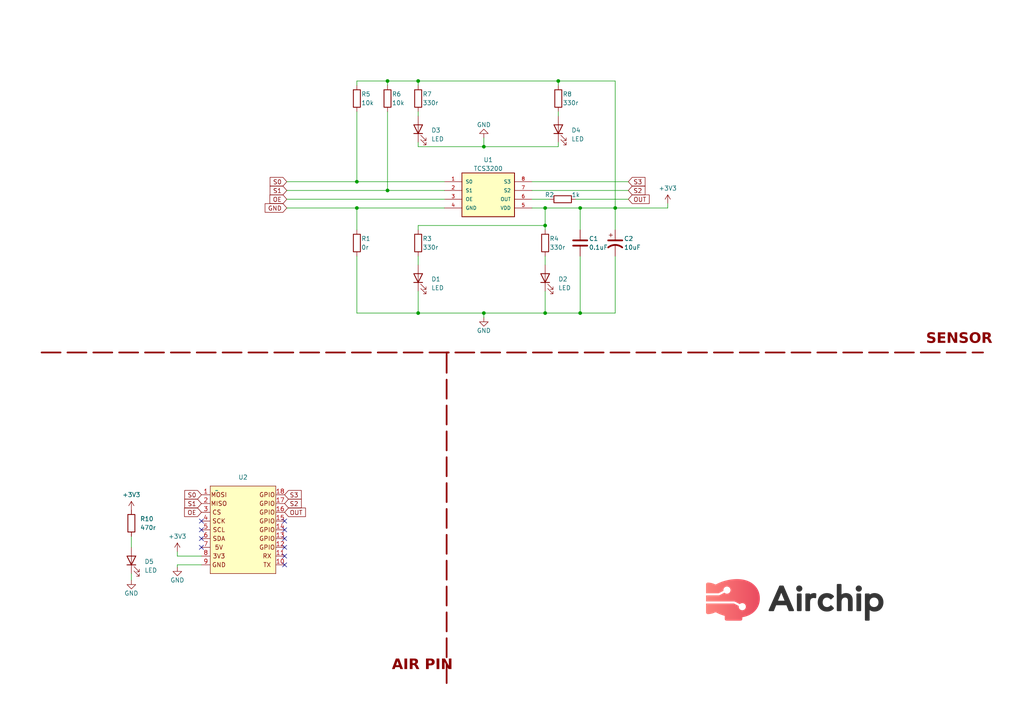
<source format=kicad_sch>
(kicad_sch (version 20230121) (generator eeschema)

  (uuid df17af56-eb5b-42f9-a579-6060c15ee9db)

  (paper "A4")

  (lib_symbols
    (symbol "Device:C" (pin_numbers hide) (pin_names (offset 0.254)) (in_bom yes) (on_board yes)
      (property "Reference" "C" (at 0.635 2.54 0)
        (effects (font (size 1.27 1.27)) (justify left))
      )
      (property "Value" "C" (at 0.635 -2.54 0)
        (effects (font (size 1.27 1.27)) (justify left))
      )
      (property "Footprint" "" (at 0.9652 -3.81 0)
        (effects (font (size 1.27 1.27)) hide)
      )
      (property "Datasheet" "~" (at 0 0 0)
        (effects (font (size 1.27 1.27)) hide)
      )
      (property "ki_keywords" "cap capacitor" (at 0 0 0)
        (effects (font (size 1.27 1.27)) hide)
      )
      (property "ki_description" "Unpolarized capacitor" (at 0 0 0)
        (effects (font (size 1.27 1.27)) hide)
      )
      (property "ki_fp_filters" "C_*" (at 0 0 0)
        (effects (font (size 1.27 1.27)) hide)
      )
      (symbol "C_0_1"
        (polyline
          (pts
            (xy -2.032 -0.762)
            (xy 2.032 -0.762)
          )
          (stroke (width 0.508) (type default))
          (fill (type none))
        )
        (polyline
          (pts
            (xy -2.032 0.762)
            (xy 2.032 0.762)
          )
          (stroke (width 0.508) (type default))
          (fill (type none))
        )
      )
      (symbol "C_1_1"
        (pin passive line (at 0 3.81 270) (length 2.794)
          (name "~" (effects (font (size 1.27 1.27))))
          (number "1" (effects (font (size 1.27 1.27))))
        )
        (pin passive line (at 0 -3.81 90) (length 2.794)
          (name "~" (effects (font (size 1.27 1.27))))
          (number "2" (effects (font (size 1.27 1.27))))
        )
      )
    )
    (symbol "Device:C_Polarized_US" (pin_numbers hide) (pin_names (offset 0.254) hide) (in_bom yes) (on_board yes)
      (property "Reference" "C" (at 0.635 2.54 0)
        (effects (font (size 1.27 1.27)) (justify left))
      )
      (property "Value" "C_Polarized_US" (at 0.635 -2.54 0)
        (effects (font (size 1.27 1.27)) (justify left))
      )
      (property "Footprint" "" (at 0 0 0)
        (effects (font (size 1.27 1.27)) hide)
      )
      (property "Datasheet" "~" (at 0 0 0)
        (effects (font (size 1.27 1.27)) hide)
      )
      (property "ki_keywords" "cap capacitor" (at 0 0 0)
        (effects (font (size 1.27 1.27)) hide)
      )
      (property "ki_description" "Polarized capacitor, US symbol" (at 0 0 0)
        (effects (font (size 1.27 1.27)) hide)
      )
      (property "ki_fp_filters" "CP_*" (at 0 0 0)
        (effects (font (size 1.27 1.27)) hide)
      )
      (symbol "C_Polarized_US_0_1"
        (polyline
          (pts
            (xy -2.032 0.762)
            (xy 2.032 0.762)
          )
          (stroke (width 0.508) (type default))
          (fill (type none))
        )
        (polyline
          (pts
            (xy -1.778 2.286)
            (xy -0.762 2.286)
          )
          (stroke (width 0) (type default))
          (fill (type none))
        )
        (polyline
          (pts
            (xy -1.27 1.778)
            (xy -1.27 2.794)
          )
          (stroke (width 0) (type default))
          (fill (type none))
        )
        (arc (start 2.032 -1.27) (mid 0 -0.5572) (end -2.032 -1.27)
          (stroke (width 0.508) (type default))
          (fill (type none))
        )
      )
      (symbol "C_Polarized_US_1_1"
        (pin passive line (at 0 3.81 270) (length 2.794)
          (name "~" (effects (font (size 1.27 1.27))))
          (number "1" (effects (font (size 1.27 1.27))))
        )
        (pin passive line (at 0 -3.81 90) (length 3.302)
          (name "~" (effects (font (size 1.27 1.27))))
          (number "2" (effects (font (size 1.27 1.27))))
        )
      )
    )
    (symbol "Device:LED" (pin_numbers hide) (pin_names (offset 1.016) hide) (in_bom yes) (on_board yes)
      (property "Reference" "D" (at 0 2.54 0)
        (effects (font (size 1.27 1.27)))
      )
      (property "Value" "LED" (at 0 -2.54 0)
        (effects (font (size 1.27 1.27)))
      )
      (property "Footprint" "" (at 0 0 0)
        (effects (font (size 1.27 1.27)) hide)
      )
      (property "Datasheet" "~" (at 0 0 0)
        (effects (font (size 1.27 1.27)) hide)
      )
      (property "ki_keywords" "LED diode" (at 0 0 0)
        (effects (font (size 1.27 1.27)) hide)
      )
      (property "ki_description" "Light emitting diode" (at 0 0 0)
        (effects (font (size 1.27 1.27)) hide)
      )
      (property "ki_fp_filters" "LED* LED_SMD:* LED_THT:*" (at 0 0 0)
        (effects (font (size 1.27 1.27)) hide)
      )
      (symbol "LED_0_1"
        (polyline
          (pts
            (xy -1.27 -1.27)
            (xy -1.27 1.27)
          )
          (stroke (width 0.254) (type default))
          (fill (type none))
        )
        (polyline
          (pts
            (xy -1.27 0)
            (xy 1.27 0)
          )
          (stroke (width 0) (type default))
          (fill (type none))
        )
        (polyline
          (pts
            (xy 1.27 -1.27)
            (xy 1.27 1.27)
            (xy -1.27 0)
            (xy 1.27 -1.27)
          )
          (stroke (width 0.254) (type default))
          (fill (type none))
        )
        (polyline
          (pts
            (xy -3.048 -0.762)
            (xy -4.572 -2.286)
            (xy -3.81 -2.286)
            (xy -4.572 -2.286)
            (xy -4.572 -1.524)
          )
          (stroke (width 0) (type default))
          (fill (type none))
        )
        (polyline
          (pts
            (xy -1.778 -0.762)
            (xy -3.302 -2.286)
            (xy -2.54 -2.286)
            (xy -3.302 -2.286)
            (xy -3.302 -1.524)
          )
          (stroke (width 0) (type default))
          (fill (type none))
        )
      )
      (symbol "LED_1_1"
        (pin passive line (at -3.81 0 0) (length 2.54)
          (name "K" (effects (font (size 1.27 1.27))))
          (number "1" (effects (font (size 1.27 1.27))))
        )
        (pin passive line (at 3.81 0 180) (length 2.54)
          (name "A" (effects (font (size 1.27 1.27))))
          (number "2" (effects (font (size 1.27 1.27))))
        )
      )
    )
    (symbol "Device:R" (pin_numbers hide) (pin_names (offset 0)) (in_bom yes) (on_board yes)
      (property "Reference" "R" (at 2.032 0 90)
        (effects (font (size 1.27 1.27)))
      )
      (property "Value" "R" (at 0 0 90)
        (effects (font (size 1.27 1.27)))
      )
      (property "Footprint" "" (at -1.778 0 90)
        (effects (font (size 1.27 1.27)) hide)
      )
      (property "Datasheet" "~" (at 0 0 0)
        (effects (font (size 1.27 1.27)) hide)
      )
      (property "ki_keywords" "R res resistor" (at 0 0 0)
        (effects (font (size 1.27 1.27)) hide)
      )
      (property "ki_description" "Resistor" (at 0 0 0)
        (effects (font (size 1.27 1.27)) hide)
      )
      (property "ki_fp_filters" "R_*" (at 0 0 0)
        (effects (font (size 1.27 1.27)) hide)
      )
      (symbol "R_0_1"
        (rectangle (start -1.016 -2.54) (end 1.016 2.54)
          (stroke (width 0.254) (type default))
          (fill (type none))
        )
      )
      (symbol "R_1_1"
        (pin passive line (at 0 3.81 270) (length 1.27)
          (name "~" (effects (font (size 1.27 1.27))))
          (number "1" (effects (font (size 1.27 1.27))))
        )
        (pin passive line (at 0 -3.81 90) (length 1.27)
          (name "~" (effects (font (size 1.27 1.27))))
          (number "2" (effects (font (size 1.27 1.27))))
        )
      )
    )
    (symbol "TCS3200D:TCS3200D" (pin_names (offset 1.016)) (in_bom yes) (on_board yes)
      (property "Reference" "U" (at -5.0811 8.6378 0)
        (effects (font (size 1.27 1.27)) (justify left bottom))
      )
      (property "Value" "TCS3200D" (at -5.0841 -7.3719 0)
        (effects (font (size 1.27 1.27)) (justify left bottom))
      )
      (property "Footprint" "SOIC8" (at 0 0 0)
        (effects (font (size 1.27 1.27)) (justify bottom) hide)
      )
      (property "Datasheet" "" (at 0 0 0)
        (effects (font (size 1.27 1.27)) hide)
      )
      (symbol "TCS3200D_0_0"
        (rectangle (start -5.08 -5.08) (end 10.16 7.62)
          (stroke (width 0.254) (type default))
          (fill (type background))
        )
        (pin bidirectional line (at -10.16 5.08 0) (length 5.08)
          (name "S0" (effects (font (size 1.016 1.016))))
          (number "1" (effects (font (size 1.016 1.016))))
        )
        (pin bidirectional line (at -10.16 2.54 0) (length 5.08)
          (name "S1" (effects (font (size 1.016 1.016))))
          (number "2" (effects (font (size 1.016 1.016))))
        )
        (pin bidirectional line (at -10.16 0 0) (length 5.08)
          (name "OE" (effects (font (size 1.016 1.016))))
          (number "3" (effects (font (size 1.016 1.016))))
        )
        (pin bidirectional line (at -10.16 -2.54 0) (length 5.08)
          (name "GND" (effects (font (size 1.016 1.016))))
          (number "4" (effects (font (size 1.016 1.016))))
        )
        (pin bidirectional line (at 15.24 -2.54 180) (length 5.08)
          (name "VDD" (effects (font (size 1.016 1.016))))
          (number "5" (effects (font (size 1.016 1.016))))
        )
        (pin bidirectional line (at 15.24 0 180) (length 5.08)
          (name "OUT" (effects (font (size 1.016 1.016))))
          (number "6" (effects (font (size 1.016 1.016))))
        )
        (pin bidirectional line (at 15.24 2.54 180) (length 5.08)
          (name "S2" (effects (font (size 1.016 1.016))))
          (number "7" (effects (font (size 1.016 1.016))))
        )
        (pin bidirectional line (at 15.24 5.08 180) (length 5.08)
          (name "S3" (effects (font (size 1.016 1.016))))
          (number "8" (effects (font (size 1.016 1.016))))
        )
      )
    )
    (symbol "moduler_pin:air" (in_bom yes) (on_board yes)
      (property "Reference" "U" (at 7.62 2.54 0)
        (effects (font (size 1.27 1.27)))
      )
      (property "Value" "" (at 0 0 0)
        (effects (font (size 1.27 1.27)))
      )
      (property "Footprint" "" (at 0 0 0)
        (effects (font (size 1.27 1.27)) hide)
      )
      (property "Datasheet" "" (at 0 0 0)
        (effects (font (size 1.27 1.27)) hide)
      )
      (symbol "air_1_1"
        (rectangle (start -1.905 1.27) (end 17.145 -24.13)
          (stroke (width 0) (type default))
          (fill (type background))
        )
        (text "3V3" (at 0.635 -19.05 0)
          (effects (font (size 1.27 1.27)))
        )
        (text "5V" (at 0.635 -16.51 0)
          (effects (font (size 1.27 1.27)))
        )
        (text "CS" (at 0 -6.35 0)
          (effects (font (size 1.27 1.27)))
        )
        (text "GND" (at 0.635 -21.59 0)
          (effects (font (size 1.27 1.27)))
        )
        (text "GPIO" (at 14.605 -16.51 0)
          (effects (font (size 1.27 1.27)))
        )
        (text "GPIO" (at 14.605 -13.97 0)
          (effects (font (size 1.27 1.27)))
        )
        (text "GPIO" (at 14.605 -11.43 0)
          (effects (font (size 1.27 1.27)))
        )
        (text "GPIO" (at 14.605 -8.89 0)
          (effects (font (size 1.27 1.27)))
        )
        (text "GPIO" (at 14.605 -6.35 0)
          (effects (font (size 1.27 1.27)))
        )
        (text "GPIO" (at 14.605 -3.81 0)
          (effects (font (size 1.27 1.27)))
        )
        (text "GPIO" (at 14.605 -1.27 0)
          (effects (font (size 1.27 1.27)))
        )
        (text "MISO" (at 0.635 -3.81 0)
          (effects (font (size 1.27 1.27)))
        )
        (text "MOSI" (at 0.635 -1.27 0)
          (effects (font (size 1.27 1.27)))
        )
        (text "RX" (at 14.605 -19.05 0)
          (effects (font (size 1.27 1.27)))
        )
        (text "SCK" (at 0.635 -8.89 0)
          (effects (font (size 1.27 1.27)))
        )
        (text "SCL" (at 0.635 -11.43 0)
          (effects (font (size 1.27 1.27)))
        )
        (text "SDA" (at 0.635 -13.97 0)
          (effects (font (size 1.27 1.27)))
        )
        (text "TX" (at 14.605 -21.59 0)
          (effects (font (size 1.27 1.27)))
        )
        (pin input line (at -4.445 -1.27 0) (length 2.54)
          (name "" (effects (font (size 1.27 1.27))))
          (number "1" (effects (font (size 1.27 1.27))))
        )
        (pin input line (at 19.685 -21.59 180) (length 2.54)
          (name "" (effects (font (size 1.27 1.27))))
          (number "10" (effects (font (size 1.27 1.27))))
        )
        (pin input line (at 19.685 -19.05 180) (length 2.54)
          (name "" (effects (font (size 1.27 1.27))))
          (number "11" (effects (font (size 1.27 1.27))))
        )
        (pin input line (at 19.685 -16.51 180) (length 2.54)
          (name "" (effects (font (size 1.27 1.27))))
          (number "12" (effects (font (size 1.27 1.27))))
        )
        (pin input line (at 19.685 -13.97 180) (length 2.54)
          (name "" (effects (font (size 1.27 1.27))))
          (number "13" (effects (font (size 1.27 1.27))))
        )
        (pin input line (at 19.685 -11.43 180) (length 2.54)
          (name "" (effects (font (size 1.27 1.27))))
          (number "14" (effects (font (size 1.27 1.27))))
        )
        (pin input line (at 19.685 -8.89 180) (length 2.54)
          (name "" (effects (font (size 1.27 1.27))))
          (number "15" (effects (font (size 1.27 1.27))))
        )
        (pin input line (at 19.685 -6.35 180) (length 2.54)
          (name "" (effects (font (size 1.27 1.27))))
          (number "16" (effects (font (size 1.27 1.27))))
        )
        (pin input line (at 19.685 -3.81 180) (length 2.54)
          (name "" (effects (font (size 1.27 1.27))))
          (number "17" (effects (font (size 1.27 1.27))))
        )
        (pin input line (at 19.685 -1.27 180) (length 2.54)
          (name "" (effects (font (size 1.27 1.27))))
          (number "18" (effects (font (size 1.27 1.27))))
        )
        (pin input line (at -4.445 -3.81 0) (length 2.54)
          (name "" (effects (font (size 1.27 1.27))))
          (number "2" (effects (font (size 1.27 1.27))))
        )
        (pin input line (at -4.445 -6.35 0) (length 2.54)
          (name "" (effects (font (size 1.27 1.27))))
          (number "3" (effects (font (size 1.27 1.27))))
        )
        (pin input line (at -4.445 -8.89 0) (length 2.54)
          (name "" (effects (font (size 1.27 1.27))))
          (number "4" (effects (font (size 1.27 1.27))))
        )
        (pin input line (at -4.445 -11.43 0) (length 2.54)
          (name "" (effects (font (size 1.27 1.27))))
          (number "5" (effects (font (size 1.27 1.27))))
        )
        (pin input line (at -4.445 -13.97 0) (length 2.54)
          (name "" (effects (font (size 1.27 1.27))))
          (number "6" (effects (font (size 1.27 1.27))))
        )
        (pin input line (at -4.445 -16.51 0) (length 2.54)
          (name "" (effects (font (size 1.27 1.27))))
          (number "7" (effects (font (size 1.27 1.27))))
        )
        (pin input line (at -4.445 -19.05 0) (length 2.54)
          (name "" (effects (font (size 1.27 1.27))))
          (number "8" (effects (font (size 1.27 1.27))))
        )
        (pin input line (at -4.445 -21.59 0) (length 2.54)
          (name "" (effects (font (size 1.27 1.27))))
          (number "9" (effects (font (size 1.27 1.27))))
        )
      )
    )
    (symbol "power:+3V3" (power) (pin_names (offset 0)) (in_bom yes) (on_board yes)
      (property "Reference" "#PWR" (at 0 -3.81 0)
        (effects (font (size 1.27 1.27)) hide)
      )
      (property "Value" "+3V3" (at 0 3.556 0)
        (effects (font (size 1.27 1.27)))
      )
      (property "Footprint" "" (at 0 0 0)
        (effects (font (size 1.27 1.27)) hide)
      )
      (property "Datasheet" "" (at 0 0 0)
        (effects (font (size 1.27 1.27)) hide)
      )
      (property "ki_keywords" "global power" (at 0 0 0)
        (effects (font (size 1.27 1.27)) hide)
      )
      (property "ki_description" "Power symbol creates a global label with name \"+3V3\"" (at 0 0 0)
        (effects (font (size 1.27 1.27)) hide)
      )
      (symbol "+3V3_0_1"
        (polyline
          (pts
            (xy -0.762 1.27)
            (xy 0 2.54)
          )
          (stroke (width 0) (type default))
          (fill (type none))
        )
        (polyline
          (pts
            (xy 0 0)
            (xy 0 2.54)
          )
          (stroke (width 0) (type default))
          (fill (type none))
        )
        (polyline
          (pts
            (xy 0 2.54)
            (xy 0.762 1.27)
          )
          (stroke (width 0) (type default))
          (fill (type none))
        )
      )
      (symbol "+3V3_1_1"
        (pin power_in line (at 0 0 90) (length 0) hide
          (name "+3V3" (effects (font (size 1.27 1.27))))
          (number "1" (effects (font (size 1.27 1.27))))
        )
      )
    )
    (symbol "power:GND" (power) (pin_names (offset 0)) (in_bom yes) (on_board yes)
      (property "Reference" "#PWR" (at 0 -6.35 0)
        (effects (font (size 1.27 1.27)) hide)
      )
      (property "Value" "GND" (at 0 -3.81 0)
        (effects (font (size 1.27 1.27)))
      )
      (property "Footprint" "" (at 0 0 0)
        (effects (font (size 1.27 1.27)) hide)
      )
      (property "Datasheet" "" (at 0 0 0)
        (effects (font (size 1.27 1.27)) hide)
      )
      (property "ki_keywords" "global power" (at 0 0 0)
        (effects (font (size 1.27 1.27)) hide)
      )
      (property "ki_description" "Power symbol creates a global label with name \"GND\" , ground" (at 0 0 0)
        (effects (font (size 1.27 1.27)) hide)
      )
      (symbol "GND_0_1"
        (polyline
          (pts
            (xy 0 0)
            (xy 0 -1.27)
            (xy 1.27 -1.27)
            (xy 0 -2.54)
            (xy -1.27 -1.27)
            (xy 0 -1.27)
          )
          (stroke (width 0) (type default))
          (fill (type none))
        )
      )
      (symbol "GND_1_1"
        (pin power_in line (at 0 0 270) (length 0) hide
          (name "GND" (effects (font (size 1.27 1.27))))
          (number "1" (effects (font (size 1.27 1.27))))
        )
      )
    )
  )

  (junction (at 161.925 23.495) (diameter 0) (color 0 0 0 0)
    (uuid 0ac49bb0-ae13-4d02-b09b-ff8846be744f)
  )
  (junction (at 158.115 65.405) (diameter 0) (color 0 0 0 0)
    (uuid 20dff900-f8f2-4efa-9888-007a2575c37b)
  )
  (junction (at 140.335 90.805) (diameter 0) (color 0 0 0 0)
    (uuid 2bdf1cca-ca01-4726-af79-0fc372fa65b1)
  )
  (junction (at 158.115 60.325) (diameter 0) (color 0 0 0 0)
    (uuid 459899ad-bec8-4cf6-b953-3be1f0a10f84)
  )
  (junction (at 168.275 90.805) (diameter 0) (color 0 0 0 0)
    (uuid 5d24fbb5-a8d7-467a-b087-032f1938c97e)
  )
  (junction (at 121.285 23.495) (diameter 0) (color 0 0 0 0)
    (uuid 62c1ab45-42df-4bdb-8de8-32e354a5a979)
  )
  (junction (at 158.115 90.805) (diameter 0) (color 0 0 0 0)
    (uuid 7b4e6734-87c6-4c62-a7e5-300ca558c6e0)
  )
  (junction (at 112.395 55.245) (diameter 0) (color 0 0 0 0)
    (uuid 82387888-bd16-4b5f-8c15-76f10a9b286c)
  )
  (junction (at 103.505 60.325) (diameter 0) (color 0 0 0 0)
    (uuid 91a95be0-687d-4e24-a013-e1433774b050)
  )
  (junction (at 121.285 90.805) (diameter 0) (color 0 0 0 0)
    (uuid b0041524-75d2-493b-a5d0-d32c95049d68)
  )
  (junction (at 178.435 60.325) (diameter 0) (color 0 0 0 0)
    (uuid c0e15e78-539c-43d6-8916-a74ce5b2340a)
  )
  (junction (at 112.395 23.495) (diameter 0) (color 0 0 0 0)
    (uuid cb689b17-ca63-4bb0-b985-e4d260a87606)
  )
  (junction (at 103.505 52.705) (diameter 0) (color 0 0 0 0)
    (uuid d2c39689-c878-4eaa-bae4-16a0ff96723e)
  )
  (junction (at 168.275 60.325) (diameter 0) (color 0 0 0 0)
    (uuid df5f6177-35a5-4e10-ae67-4e03fe04f5df)
  )
  (junction (at 140.335 42.545) (diameter 0) (color 0 0 0 0)
    (uuid e365323e-f7b0-42d3-bf60-b39f637122ad)
  )

  (no_connect (at 82.55 153.67) (uuid 12a4fcb9-2911-413b-b3b3-ef4114d6daf3))
  (no_connect (at 58.42 153.67) (uuid 2da801f3-ea04-4f6e-8154-237f76e8c539))
  (no_connect (at 82.55 158.75) (uuid 4d04e3a8-a3f3-4a8b-b3e3-f5fd1325a285))
  (no_connect (at 82.55 151.13) (uuid 6a5e7d8e-5374-4a32-aaa9-aef68ab3f9f1))
  (no_connect (at 82.55 161.29) (uuid 705d9cf0-7964-43a0-a9f7-db7bdade3657))
  (no_connect (at 58.42 151.13) (uuid 8c504859-6b4f-478b-96e5-4864d53e3ce1))
  (no_connect (at 58.42 156.21) (uuid 9a1e3afc-a591-4526-af89-1f5ac9f9be4f))
  (no_connect (at 58.42 158.75) (uuid b5d62b5b-0c78-4e9e-935d-42ef8e03b892))
  (no_connect (at 82.55 156.21) (uuid cc974b14-1990-436a-8372-6a8d9e36e476))
  (no_connect (at 82.55 163.83) (uuid f31c1844-1065-4da2-a253-cccc47a37fed))

  (wire (pts (xy 38.1 155.575) (xy 38.1 158.75))
    (stroke (width 0) (type default))
    (uuid 04f512cd-4752-46c3-b125-a9d3e4366ddc)
  )
  (wire (pts (xy 168.275 60.325) (xy 178.435 60.325))
    (stroke (width 0) (type default))
    (uuid 060261b0-6dcc-4cde-97a1-84ee15e590db)
  )
  (wire (pts (xy 158.115 90.805) (xy 158.115 84.455))
    (stroke (width 0) (type default))
    (uuid 087585c6-6ef9-452a-85f5-3ba396c7d198)
  )
  (wire (pts (xy 121.285 32.385) (xy 121.285 33.655))
    (stroke (width 0) (type default))
    (uuid 0c1964ad-6f8e-4e61-b074-f818569f5d39)
  )
  (wire (pts (xy 121.285 66.675) (xy 121.285 65.405))
    (stroke (width 0) (type default))
    (uuid 0e74318b-5d4b-498d-8766-7770acfaa51e)
  )
  (wire (pts (xy 38.1 168.275) (xy 38.1 166.37))
    (stroke (width 0) (type default))
    (uuid 1b477991-e352-47b2-9ba4-40dcd0086c89)
  )
  (wire (pts (xy 178.435 90.805) (xy 168.275 90.805))
    (stroke (width 0) (type default))
    (uuid 1ef3fbcb-feaf-4992-b27a-b83346a54199)
  )
  (wire (pts (xy 103.505 23.495) (xy 112.395 23.495))
    (stroke (width 0) (type default))
    (uuid 270488ec-c364-4ad7-8b75-0b40c8a24747)
  )
  (wire (pts (xy 178.435 74.295) (xy 178.435 90.805))
    (stroke (width 0) (type default))
    (uuid 2958814f-53da-468f-8ac7-2839c36cb7a9)
  )
  (wire (pts (xy 103.505 60.325) (xy 103.505 66.675))
    (stroke (width 0) (type default))
    (uuid 2f4f2550-28d1-477b-98ef-3ce4c7142766)
  )
  (wire (pts (xy 83.185 52.705) (xy 103.505 52.705))
    (stroke (width 0) (type default))
    (uuid 30e08377-730d-4f57-b06b-140483864868)
  )
  (wire (pts (xy 167.005 57.785) (xy 182.245 57.785))
    (stroke (width 0) (type default))
    (uuid 3100ab81-94e2-445a-9cb7-dc7b73d54d38)
  )
  (wire (pts (xy 51.435 161.29) (xy 58.42 161.29))
    (stroke (width 0) (type default))
    (uuid 3ae9b192-b441-41a4-a6f7-52fdb0009602)
  )
  (wire (pts (xy 83.185 55.245) (xy 112.395 55.245))
    (stroke (width 0) (type default))
    (uuid 3b7ba9bf-e4ed-4fd2-b354-c307e1a5241c)
  )
  (wire (pts (xy 161.925 23.495) (xy 178.435 23.495))
    (stroke (width 0) (type default))
    (uuid 3bfd6b21-4c3b-4518-8417-0d2b494d955b)
  )
  (wire (pts (xy 121.285 41.275) (xy 121.285 42.545))
    (stroke (width 0) (type default))
    (uuid 3d87c128-ea9d-4c49-9e32-3290f85c5786)
  )
  (wire (pts (xy 178.435 60.325) (xy 178.435 66.675))
    (stroke (width 0) (type default))
    (uuid 3e57c50b-3934-461d-b5b1-2938b53b669b)
  )
  (wire (pts (xy 161.925 23.495) (xy 161.925 24.765))
    (stroke (width 0) (type default))
    (uuid 413ce05c-8909-4d52-b101-aec9ecc088de)
  )
  (wire (pts (xy 121.285 23.495) (xy 161.925 23.495))
    (stroke (width 0) (type default))
    (uuid 430e6454-0da4-4959-8f27-bb3c889675f9)
  )
  (wire (pts (xy 112.395 55.245) (xy 128.905 55.245))
    (stroke (width 0) (type default))
    (uuid 442f9556-ce2e-414c-ab28-f1416754c334)
  )
  (wire (pts (xy 178.435 60.325) (xy 193.675 60.325))
    (stroke (width 0) (type default))
    (uuid 4f9e34b8-44cc-439c-9636-fd999679fc01)
  )
  (wire (pts (xy 121.285 74.295) (xy 121.285 76.835))
    (stroke (width 0) (type default))
    (uuid 50884204-4ff4-44ed-a8ea-3903b26d847c)
  )
  (wire (pts (xy 121.285 90.805) (xy 121.285 84.455))
    (stroke (width 0) (type default))
    (uuid 54ef7482-1797-4d13-a242-b7de6e81b912)
  )
  (wire (pts (xy 168.275 60.325) (xy 168.275 66.675))
    (stroke (width 0) (type default))
    (uuid 58a9a11b-6a8c-4db7-92dc-5705b2a9cd17)
  )
  (wire (pts (xy 83.185 60.325) (xy 103.505 60.325))
    (stroke (width 0) (type default))
    (uuid 5e6a2ba4-67a9-4a67-a6e1-4bdb16b80f7b)
  )
  (wire (pts (xy 112.395 23.495) (xy 121.285 23.495))
    (stroke (width 0) (type default))
    (uuid 5ec1fc88-0c5a-47e3-a672-6f16b2cb3cc3)
  )
  (wire (pts (xy 103.505 52.705) (xy 128.905 52.705))
    (stroke (width 0) (type default))
    (uuid 60d5d630-9b36-4957-b8a5-78da356fb1d7)
  )
  (wire (pts (xy 103.505 60.325) (xy 128.905 60.325))
    (stroke (width 0) (type default))
    (uuid 64267ab8-20f8-452f-99a6-ed1c2349b44a)
  )
  (wire (pts (xy 140.335 90.805) (xy 158.115 90.805))
    (stroke (width 0) (type default))
    (uuid 66171722-f7f6-4413-9c09-6041b9dd4176)
  )
  (wire (pts (xy 83.185 57.785) (xy 128.905 57.785))
    (stroke (width 0) (type default))
    (uuid 6b77097d-3c05-42c2-b5f4-f3bbb59306fd)
  )
  (wire (pts (xy 178.435 23.495) (xy 178.435 60.325))
    (stroke (width 0) (type default))
    (uuid 6fb29411-20f6-4a70-92ef-082fb5df0b87)
  )
  (polyline (pts (xy 12.065 102.235) (xy 285.115 102.235))
    (stroke (width 0.5) (type dash) (color 132 0 0 1))
    (uuid 71c544d6-87f1-4361-8787-d493872359ff)
  )

  (wire (pts (xy 168.275 74.295) (xy 168.275 90.805))
    (stroke (width 0) (type default))
    (uuid 7fd1abb8-4fb8-4b85-80fe-a990f4c6f176)
  )
  (wire (pts (xy 154.305 55.245) (xy 182.245 55.245))
    (stroke (width 0) (type default))
    (uuid 8021fc7c-3b87-4c25-afdb-7cadc61492c5)
  )
  (wire (pts (xy 140.335 92.075) (xy 140.335 90.805))
    (stroke (width 0) (type default))
    (uuid 8283c7f6-5b67-426d-a523-8cfc72119cf4)
  )
  (wire (pts (xy 140.335 90.805) (xy 121.285 90.805))
    (stroke (width 0) (type default))
    (uuid 82f829c6-4e7b-42bb-aa49-99b1324a732f)
  )
  (wire (pts (xy 154.305 52.705) (xy 182.245 52.705))
    (stroke (width 0) (type default))
    (uuid 84e03d18-fac6-4d53-85d6-43203dcef568)
  )
  (wire (pts (xy 112.395 23.495) (xy 112.395 24.765))
    (stroke (width 0) (type default))
    (uuid 8677508e-8a6b-4cdc-9c0f-2040ada53a2c)
  )
  (wire (pts (xy 154.305 57.785) (xy 159.385 57.785))
    (stroke (width 0) (type default))
    (uuid 875d6592-7327-41e9-a849-19c89e4a0bf9)
  )
  (polyline (pts (xy 129.54 198.12) (xy 129.54 102.235))
    (stroke (width 0.5) (type dash) (color 132 0 0 1))
    (uuid 8c493ab2-e4bc-43f1-a283-0c1e730a0a93)
  )

  (wire (pts (xy 140.335 40.005) (xy 140.335 42.545))
    (stroke (width 0) (type default))
    (uuid 8e13effb-ccc5-4a7c-867d-73470e48d866)
  )
  (wire (pts (xy 112.395 32.385) (xy 112.395 55.245))
    (stroke (width 0) (type default))
    (uuid 8e97dba6-eb85-44b1-807e-6e2a05502309)
  )
  (wire (pts (xy 193.675 60.325) (xy 193.675 59.055))
    (stroke (width 0) (type default))
    (uuid 90a8291b-e220-42a9-a4cf-badd6b264b18)
  )
  (wire (pts (xy 140.335 42.545) (xy 161.925 42.545))
    (stroke (width 0) (type default))
    (uuid 943ee153-51b3-45cd-9c15-0cd403df1420)
  )
  (wire (pts (xy 103.505 32.385) (xy 103.505 52.705))
    (stroke (width 0) (type default))
    (uuid 9801c5a8-77ff-4abb-8e7a-9705c40b8609)
  )
  (wire (pts (xy 158.115 60.325) (xy 158.115 65.405))
    (stroke (width 0) (type default))
    (uuid 9e1a904b-b152-4d87-b313-369980e4e946)
  )
  (wire (pts (xy 103.505 90.805) (xy 121.285 90.805))
    (stroke (width 0) (type default))
    (uuid a109d5c2-70b2-4381-a98b-2087be10d93a)
  )
  (wire (pts (xy 161.925 42.545) (xy 161.925 41.275))
    (stroke (width 0) (type default))
    (uuid a83f31c6-a6f4-4923-ba5e-2200edeed0a8)
  )
  (wire (pts (xy 168.275 90.805) (xy 158.115 90.805))
    (stroke (width 0) (type default))
    (uuid ac7956b7-bb87-4295-8335-d1591861dbac)
  )
  (wire (pts (xy 121.285 24.765) (xy 121.285 23.495))
    (stroke (width 0) (type default))
    (uuid b26cc5d1-c66d-4c71-b0eb-7160a61ac35a)
  )
  (wire (pts (xy 51.435 160.02) (xy 51.435 161.29))
    (stroke (width 0) (type default))
    (uuid b523b42d-345c-4240-91e7-1ebfae3bfd77)
  )
  (wire (pts (xy 51.435 164.465) (xy 51.435 163.83))
    (stroke (width 0) (type default))
    (uuid b5258e80-d0fa-4a9a-8518-1a69527c1add)
  )
  (wire (pts (xy 103.505 23.495) (xy 103.505 24.765))
    (stroke (width 0) (type default))
    (uuid b7e3a95d-596d-4bb4-a2ec-a0f4d997cc96)
  )
  (wire (pts (xy 154.305 60.325) (xy 158.115 60.325))
    (stroke (width 0) (type default))
    (uuid b84ac1f4-1cc1-400e-80f4-78e872e9f730)
  )
  (wire (pts (xy 121.285 42.545) (xy 140.335 42.545))
    (stroke (width 0) (type default))
    (uuid be442487-7618-4cb3-87bf-ef31fdc4af63)
  )
  (wire (pts (xy 158.115 60.325) (xy 168.275 60.325))
    (stroke (width 0) (type default))
    (uuid bedadab6-9034-4f48-956c-07cb64209f3b)
  )
  (wire (pts (xy 158.115 65.405) (xy 158.115 66.675))
    (stroke (width 0) (type default))
    (uuid d1ecd58a-6320-458d-bda9-80588a34d0a4)
  )
  (wire (pts (xy 161.925 32.385) (xy 161.925 33.655))
    (stroke (width 0) (type default))
    (uuid e6563be4-31c7-44a9-b3c4-706da370d606)
  )
  (wire (pts (xy 158.115 74.295) (xy 158.115 76.835))
    (stroke (width 0) (type default))
    (uuid e91e99e8-fbcb-4e9f-941b-6b4d58786ac8)
  )
  (polyline (pts (xy 129.54 102.235) (xy 130.175 102.235))
    (stroke (width 0.5) (type dash) (color 132 0 0 1))
    (uuid ec19b15a-ae22-4c00-b4bd-ecb559eb5330)
  )

  (wire (pts (xy 103.505 74.295) (xy 103.505 90.805))
    (stroke (width 0) (type default))
    (uuid ecf90230-0603-4f41-9261-b366d79705fc)
  )
  (wire (pts (xy 121.285 65.405) (xy 158.115 65.405))
    (stroke (width 0) (type default))
    (uuid ed43ed77-ad70-4477-847d-f626d05c5642)
  )
  (wire (pts (xy 51.435 163.83) (xy 58.42 163.83))
    (stroke (width 0) (type default))
    (uuid fb38d430-4495-4164-b1e8-1c88723fa639)
  )

  (image (at 230.505 173.99) (scale 0.303838)
    (uuid 4197f450-cb0e-43a1-ac76-998d4d07bb38)
    (data
      iVBORw0KGgoAAAANSUhEUgAAB9AAAAHVCAYAAACpJWDwAAAABHNCSVQICAgIfAhkiAAAIABJREFU
      eJzs3XeYnGW9//F3SEKyCS0hARUVBCSKYvuiqKiAokRasKAeRUn4WSghFUTNsYAiICGNA6gQEBso
      TfEg6hFE8KjouRFsIAgiiEJCEwhJKJnfH88sKdtmdmfmnvJ+XddcuzzPPfd8dpjMzj6fpwxDkjrQ
      ox+ZPhzYnBKbA5sDW5S/dt82BbqATSkxFugqwSbl5SOBzYqZSpsAI4CNgTHFIjYFNuo3QKnXpSuB
      J8oDHgWeLsHjwBOUeILi+5XACuAx4N/l77tvD5eXPUiJh4AHgYc2P//MFZU+L5IkSZIkSZIkSZ1s
      WO4AklQLj3706E2BZ1NiIvAcYCKw5Tpft4TS+PL3W1GU4X0V2esrrfel95UDLKp+TGn9YZXM2ff8
      TwIPQel+4F5gObAMuJcS3cvuA+4G7tv862c9XeWjSZIkSZIkSZIktQULdElN7bGPHb0J8FxKbAPP
      3J4LbFOCZwFbU3wdDQxQNA+t7G7hAr3vhT0XPV0qCvV/lG/3UBTrdwJ3UOLOLb5x1oNVppEkSZIk
      SZIkSWoJFuiSsnnsYzOGUZTf2wLbQWnb8vfdt+fRfar0SntqC/R+xleWtYKn8BHgb8CdULoduLV8
      u22Lb3z5H1XllCRJkiRJkiRJaiIW6JLq6rHDZ4wCdijftn/m+xI7AC+guHZ4WT/VrQV6depboPe3
      YAUlbgP+AtwC/An4I3DbFt/88lP9TS1JkiRJkiRJkpSbBbqkIVtxxIzhJXg+8CJgJ0pMAiYBO1Gc
      br2nattvC/Tq5CvQ+5rgSYpC/Q/An4GbgN9t8c0v39Pfw0mSJEmSJEmSJDWSBbqkiq04YubGFCX5
      zlDaGXgp8EJgp9K6R5IPukC2QN9wQBsV6H1ZTokbgN+VKL4Ct4/71per/YklSZIkSZIkSZKGzAJd
      Ug8rjpw5HNgReDnwUkq8FNi5vGx4MWr9frPU53/0wQK9ogEdUKD39vw+BKXfAL8Grgd+M+5bX3mg
      ylklSZIkSZIkSZKqZoEudbgVR84cR1GUvxx4WfnrzkDXM4MqKGMt0Ac350ADOrRA722S2yhxPfAL
      4FrglnHf/opHqUuSJEmSJEmSpJqyQJc6yIqjZj4LCOAVQFBiV+B5A97RAr2foRbo1U3Q95wDFOgb
      Lrof+F/gOopC/Xfjvv2Vp6p8ZEmSJEmSJEmSpPVYoEttasVRs7YCXg2l3Vhbmj9nvUGVFp0W6P0M
      tUCvboK+56yyQN/QI8DPgauAqyjxp3EXeIS6JEmSJEmSJEmqjgW61AYenz5rLMUR5bsBrwZeU4Jt
      i7XVldKVj7NAr8WcAw2wQB/kvCXuo7tMhx+Nu+Ar/6wylSRJkiRJkiRJ6kAW6FILenz6rB2B1wOv
      A3YHXgJstG7BWOrlux4s0C3Q27dA39BNULoCuBL41bgLvvp0FbNJkiRJkiRJkqQOYYEuNbnHp88a
      TXFUeXdh/npgYq+DLdAt0Psd39EF+roLHwZ+AlxeKnHF+Au/+nAVM0uSJEmSJEmSpDZmgS41mceP
      nrUZRUn+Jkq8CdgVGFXRnS3QLdD7HW+B3mNJiacorp3+PeD74y/86t1VPIokSZIkSZIkSWozFuhS
      Zo8fPXs88CZgTyi9AXglsBEwpNLUAn0ok/Q+xgK9t5UtX6BvKAEXAxeNv/Crt1fxiJIkSZIkSZIk
      qQ1YoEsN9viM2ZsDb6TEXsBbgJfxzL/FDdo8C/R+V1mgVzu/BXqPJf3PeQNwEXDB+Au/+vcqHl2S
      JEmSJEmSJLUoC3SpzlbOmD26BG+kKMv3ojgl+0YVFXwW6P2uskCvdn4L9B5LKp/zeuACSlww/jtf
      XVZFEkmSJEmSJEmS1EIs0KUaWzlj9jCKo8rfVr69oQSjewy0QK8ukAV6dSzQK1pYRYHePcVTwP8A
      3wC+N/47X11Z5QySJEmSJEmSJKmJWaBLNbBy5uxnUWIfisL8rcDEdddXXvRaoFcz3gK92vkt0Hss
      Gdrz+ihwMZTOG/+ds6+rciZJkiRJkiRJktSELNClQVg5c/Zw4HXAZGBf4JVV99QW6NUFskCvjgV6
      RQuHWKCvu/BW4Bzg/PHfOdtTvEuSJEmSJEmS1KIs0KUKrZw5ZyLw9uJWmgxssd4AC/Tq5rVAr2iA
      Bfog5218gd7tKeByYCnwo/HfOXtNlY8gSZIkSZIkSZIyskCX+rFy1pyXAAdS4gDgtTzzb6a6cs8C
      fXBzDrTKAr3a+S3Qeyyp1/NauIMSZwHnjv/u2Q9W+UiSJEmSJEmSJCkDC3RpHStnzRkJvAk4AJgC
      bAcMuTS0QB/cnAOtskCvdn4L9B5L6lugd69aBVwInDH+u2f/X5WPKEmSJEmSJEmSGsgCXR1v5aw5
      YyhOzX4QRXG+eY9BFugDLrRAH9ycAw2wQB/kvM1VoK/r1yVYAFy25XfPfqrKR5ckSZIkSZIkSXVm
      ga6OtHLWnPHAfsA7gcnA6H7vYIE+4EIL9MHNOdAAC/RBztu8BXr3or8Di4ClW3737EerTCFJkiRJ
      kiRJkurEAl0dY+XsOVtRFObvosSewIiK72yBPuBCC/TBzTnQAAv0Qc7b/AV6t0cocTawaMuLzv5H
      lWkkSZIkSZIkSVKNWaCrra2aPXc8lN4BHFyCvYHhQA3KSAt0C/TazDnQAAv0Qc7bOgV694IngfOB
      U7a86Oy/VplKkiRJkiRJkiTViAW62k5RmvMO4GDgLVAaAYMoePsdb4FugV6bOQcaYIE+yHlbr0Dv
      tga4CEonbXnROTdVF06SJEmSJEmSJA2VBbrawqo5c7uAAynxfoprmm+8du0GRWSP/6iABfqACy3Q
      BzfnQAMs0Ac5b+sW6Osu/D5w/JYXnfO7irJJkiRJkiRJkqQhs0BXy1o1Z+4IitOyf4DiiPOx/ZVb
      FuiVZqh0nAV6LeYcaIAF+iDnbY8CvZtFuiRJkiRJkiRJDWKBrpazas7cXYEPAe8DJq630gK9l28t
      0KufpPcxFui9rbRAb0CB3u0y4D+3vOicP/f9gJIkSZIkSZIkaSgs0NUSVs2Zuw3FkeaHAjv3OdAC
      vZdvLdCrn6T3MRbova20QG9ggV6sKPFN4DNbXnzOnX0/sCRJkiRJkiRJGgwLdDWtVXPnjqHEQRSl
      +d7ARgPeyQK9l28t0KufpPcxFui9rbRAb3CB3r3qSeAM4MQtLz7n/r4HS5IkSZIkSZKkaligq+ms
      mjs3gP8HvJ8Sm1d1Zwv0Xr61QK9+kt7HWKD3ttICPVOB3u0R4FRgwZYXn/N433eSJEmSJEmSJEmV
      sEBXU1g195hxUDqEojh/+TMralhuWaBXmqHScRbotZhzoAEW6IOct3MK9G73AMcB397y4nOq/akk
      SZIkSZIkSVKZBbqyWTX3mGHAHsBHgXdCaVSPQRbo1bFAt0Dvd7wFeo8l7VOgd7semLXlxef8ut9R
      kiRJkiRJkiSpVxboarjVxxwzHvhQqcTHgBetXVO7Iq63hRbolWaodJwFei3mHGiABfog5+3cAr3b
      tynx8S0vOeeeikZLkiRJkiRJkiTAAl0NtPqYY14LHA68B+jqWVxZoFugW6BvOMACfZDzWqBDiceA
      40uwaMIl5zxV4b0kSZIkSZIkSepoQyrQ1xz/qS1KJV4KTAK2ADZdZ/VqYOUG3z9MiVXl7x8CHgAe
      HH78F1eitrT6mGO6gPcDR7Putc3prbiyQLdAt0DfcIAF+iDntUBf93n9E3DUhEvO+XmF95QkSZIk
      SZIkqWNVXaCvOf5TOwAfBPYHXlUqVTlH70XBKuBBYBlwLyXuBu4F/gncDdwJ/G34CSc9Xm1e5bH6
      mGO2A44EPgyM622MBXoFCy3Q+11lgV7t/BboPZZ0RoHe7ZvA3AmXnLOswhkkSZIkSZIkSeo4FZff
      a46ftxuU/pOiOH9GXcqHvue8F7ijBHcAtwA3A3+mxO0jPn/Sk1UmUY2tPuaYYcCewAzgQGCj/sZb
      oFew0AK931UW6NXOb4HeY0lnFehQ7Kw2F0rnT7hkabU/vSRJkiRJkiRJbW/AAn3N8fMmAqcChzas
      fBhgzl7Kh6eAW4Eby7ffQemGEZ8/+cEq02kQVh97zCjgEErMBl5S6f0s0CtYaIHe7yoL9Grnt0Dv
      saTzCvTulVcBH51wydI7KpxNkiRJkiRJkqSO0G+Bvub4eXsAFwDPLpY0bYHe16i7gV+Xb78Cbhjx
      +ZNXDxxSlVh97DETKE7TfhSwVbWlmQV6BQst0PtdZYFe7fwW6D2WdG6BDrAS+AywcMIlS5+ucFZJ
      kiRJkiRJktpanwX6muPnTQWWst5puFuuQN/QE8ANlPg5cA3wixFfOPmx/h9NG1p97LEvgtJs4EPA
      6GdWWKBXfvdKF1qg97vKAr3a+S3Qeyzp7AK92/XAoRMuWfqXCmeWJEmSJEmSJKlt9Vqgrzlh3uGU
      OKvnmpYv0Ddc9TTwf8DVwI+BX474wsleS70Pq4899nXAJ4H9odTztWOBXvndK11ogd7vKgv0aue3
      QO+xxAK920pKfApYMuHSpWsqfARJkiRJkiRJktpOjxJ0zQnz3gV8l9K6R553a7sCfUOPAj+lKNN/
      OOILJ9/df5L2t/rYY4cBkymK8zeuXTP00swCvYKFFuj9rrJAr3Z+C/QeSyzQN1x0LTB1wqVL/1bh
      o0iSJEmSJEmS1FbWK9DXnDDvhcDvgLFZy4d8BfqG424AvleC74088eQ/VHivtrD648eOoMTBwCeA
      l/UcYYFe2WP3s8oCvbpAFujVsUCvaKEFeq+LHgOmT7h06fkVPpIkSZIkSZIkSW3jmQJ9zQnzhgO/
      BnYF8pYPzVOgr/vlDihdClw48sRTUoUztJzVHz92Y+CDwCcpsUPfIy3QK3vsflZZoFcXyAK9Ohbo
      FS20QO930XeAwydcuvThCh9RkiRJkiRJkqSWt26BfhTwX8+ssUDvpXx45rvbKIqFb4888ZSbK5yt
      qZWL88OATwHPA+pTRK473AJ94IUW6P2uskCvdn4L9B5LLNAHmvcu4JAJly69rsJHlSRJkiRJkiSp
      pQ0DWHPCvC7gb8DWz6yxQO+vQF/X74CvUZTp91c4c9N44uPHdgEfKcExdBfn3SzQ+xlvgW6BXps5
      BxpggT7IeS3Qa/m6XQN8Hvj8hEuXPl3ho0uSJEmSJEmS1JK6C/TpwOnrrbFAr7RA7/YkJS6nKNOv
      HPnFU5q6ZHiiOOL8YxRHnD+rYUXkusMt0AdeaIHe7yoL9Grnt0DvscQCvZp5r6bEByZctvTeChNI
      kiRJkiRJktRyugv03wGvWG+NBXq1Bfq6q/8BnA2cPfKLp/yrwkdriCeOO3YEJaYBn2adI84t0Kud
      1wLdAr02cw40wAJ9kPNaoNfrdXsf8N4Jly39eYUpJEmSJEmSJElqKcPWnDBvEnBLjzUW6EMp0Ls9
      BXwfOHPkF0+5usJHrYsnjjt2I+AQ4DOU2GHD9Rbo1c5rgW6BXps5BxpggT7IeS3Q6/m6XQN8Fjhx
      wmVLq30GJUmSJEmSJElqasN6PX07WKCvM24IBfq6/gAsoMS3R550yhMVJqiJJ4479h3AicCLgbxF
      5LrDLdAHXmiB3u8qC/Rq57dA77HEAr26edcf8wPgkAmXLX2kwkSSJEmSJDWliBgBvACYAIzKHKfb
      CuDelNLduYNIktRphq05Yd4FwPt6rLFAr3WB3j3mPuC/gC+PPOmU+ytMMihPHPfxNwCnQOn1G2To
      JVYvLND7GW+BboFemzkHGmCBPsh5LdAb9br9C3DQhMuW9jyTjSRJkiRJTS4i9gSmA5OBsXnT9Ole
      4BJgUUrpr7nDSJLUCYatOWHejcDLe6yxQK9Xgd5tBXAOcOrIk065p8JEFXniuI/vDJwMHNBrMAt0
      C/Rq57dA72eoBXp1E/Q9pwX64Ofsb1wDXrePAodOuGzpZZUFkyRJkiQpr4gYT7Ft9h25s1ThSeAk
      4ISU0tO5w0iS1M6GrTlh3oPAuB5rLNDrXaB3exJK5wGnjjzpS0Pag/CJ4z6+HfBp4FBgeJ8PaoFu
      gV7t/Bbo/Qy1QK9ugr7ntEAf/Jz9jWvc67b0WeDzEy47t9pnVZIkSZKkhomI5wI/A3bMnWWQvge8
      J6X0ZO4gkiS1q2FrTphX8bZ1C/S6FOjdC9cAl1Oc3v1nI0/60poKZuOJT3x8I2B3SnwY+ADrFed9
      PKgFugV6tfNboPcz1AK9ugn6ntMCffBz9jeugQU6wIXAtAmXnbuqgtkkSZIkSWqoiOgCrgd2yZ1l
      iM5KKR2ZO4QkSe3KAr2CB2pQgb6uB0rwI+CXlLgFuJPilO9PABOArYGXArsB+wDPrqrxskC3QK92
      fgv0foZaoFc3Qd9zWqAPfs7+xjW4QAe4vgQHTbzs3HsrmFGSJEmSpIaJiJOAT+TOUSN7p5Suyh1C
      kqR2ZIFewQNlKNCrL80s0PsZb4FeyfhK5+1roQX64OYcaIAF+iDntUDPWaBTgruAAyZedu7vK5hV
      kiRJkqS6i4hxwN3A2NxZauR/U0pvyB1CkqR2tFHuAJIkqe08H7hu+UGH7Z07iCRJkiRJZe+mfcpz
      gN0jYvvcISRJakcW6JIkqR42A364/KDDDskdRJIkSZIk4E25A9TBHrkDSJLUjizQJUlSvYwEvrH8
      oMPa5fpykiRJkqTWtWPuAHXwgtwBJElqRxbokiSp3k5aftBhpy8/6LBhuYNIkiRJkjpWV+4AdbBZ
      7gCSJLUjC3RJktQI0ymORh+RO4gkSZIkSZIkSX2xQJckSY3yAeDS5Qcd1o57/UuSJEmSJEmS2oAF
      uiRJaqQDgCuWH3TY5rmDSJIkSZIkSZK0IQt0SZLUaHsBP7FElyRJkiRJkiQ1Gwt0SZKUw2uwRJck
      SZIkSZIkNRkLdEmSlMtrgGuWTzlsYu4gkiRJkiRJkiSBBbokScrrFcDVluiSJEmSJEmSpGYwIncA
      SZLU8V5KUaK/ceL3z304dxhJklSZiNgaeBEwCdgR2AzYpHwDeKx8ewS4DbgVuCWldF/j00qSJKmV
      RcSmwE4Unz93AsYDmwJblIesZu1nz7uAvwC3AH9PKT3d8MCSWpoFuiRJagYvBX68fMphb5v4/XP/
      nTuMpPYSEeOA/wAmA7sA4/ImesYqig07vwC+lVJKmfNI/YqI5wBvA/YE9ga2GeQ89wA/Ba4BfpxS
      +leNIkqSJKlNRMRYYC/gLeWvLwOGDWKqRyPiWuBq4Kcppd/XLqWkdjVszQnzSr2u6XVpz4Wl3u/d
      t0rmHWDOHqsrzFrp/BuOK224YCjzVvq8VjPngOMGfn6rfQorn6SfGSr5H1nD11dpwHHVzFtd1sqf
      3+r+LfR394pet0N6fZX6/q8a/lvob1XDXrc93gtqN+dAA6p+L+h3fGVZq3sKa/fvtp9XVPXz5vwd
      NsCqfL/DBphkyK/bXt51Bvce87/A2yZ+/9zHK7y3JPUpIoYBc4BPA5tnjlOJK4DpKaU7cweRukXE
      JsA7gA9RbLwczEbL/pQoyvRvAJemlFbUeH5JkgCIiBuBl+fOUWOLU0qzcoeQaiUiNqLYWfNDwLtY
      e2ajWroZ+DrwzZTSP+owv6Q24DXQJUlSM9kd+O/lUw7ryh1EUmuLiDHAfwPzaY3yHGA/4IaI2Ct3
      ECkiJkTEicA/KDYw7k3ty3PKc761/Bj3RMQXImJCHR5HkiRJTSoiRkbEVIpTrl8FHEp9ynOAFwMn
      AXdFxIURsUudHkdSC7NAlyRJzWYv4ILlUw4bnjuIpNZUPvL8ImDf3FkGYRxweUS029FRahERsUVE
      zAfuBD5FY3dA2RyYB9wZEadGxBYD3UGSJEmtKyI2iogPA7cD5wEvbODDDwPeC/w+Ir4XES9u4GNL
      anIW6JIkqRlNAb66fMq0ehzpJqn9HUVrlufdNgEujIiNcwdR54iIYRFxKHAbMBcYmzHOWOAY4LZy
      JkmSJLWZiNgV+C1wNvC8zHGmAH+IiNPK116X1OEs0CVJUrM6DDgxdwhJrSUiNgU+lztHDbyI4n1Q
      qruIeDZwJfA1oJlOnz4B+FpEXFnOKEmSpBZXPl37F4FfA6/KnWcdw4E5wB8jYvfcYSTlZYEuSZKa
      2SeXT5k2K3cISS3l/wFb5g5RI3Mjwr/ZVFcR8RbgJmCf3Fn6MRm4KSLenDuIJEmSBi8ingtcB3yS
      orBuRtsB10bEJ8uXB5PUgdwYI0mSmt3C5VOmvTt3CEnNLyKGAzNz56ihHSmKQ6kuIuJo4CfAxNxZ
      KjAR+J+ImJ47iCRJkqoXEbsBCdgtd5YKbAR8EfhORHTlDiOp8SzQJUlSK/jG8inTXpc7hKSmN4Xi
      aIF2MiN3ALWf8vXOvwQsobW2C2wEnB4Rp3g0kCRJUuuIiAOAnwFb5c5SpYOBqyJi89xBJDVWK/2h
      LEmSOtdo4PLlB07bPncQSU1tTu4AdbBPREzKHULto1w8nwkcmzvLEHwcONMSXZIkqflFxIHAJUCr
      Hsn9OuBqS3Sps1igS5KkVjEB+OHyA6eNzx1EUvOJiF2B3XPnqBNPWa1aOgU4PHeIGjgcOCl3CEmS
      JPUtIiYDFwMjc2cZolcBP4mIsbmDSGoMC3SpuTwN3Az8ADgdmAccAUwD3gt8sPz9TOBE4Dzg58C/
      coSVpAwmARcvP3DaiNxBJDWd2bkD1NHUiNgsdwi1vvI1z1v5yPMNHec10SVJkppTRLwSuIjWL8+7
      vQa4MCKG5w4iqf7c+Czl9SjwU4oS/JfA78ecvmj1YCZ6fPqsrYAA9gD2Al4NeEpDSe1oL2ARHpEp
      qSwitgHekztHHW1CsRPl4txB1Loi4s0Uvz/bzeKI+FNK6We5g0iSJKkQEVsC36P4W6ad7E9xYNsn
      cgeRVF/D1pwwr9Trml6X9lxY6v3efatk3gHm7LG6wqyVzr/huNKGC4Yyb6XPazVzDjhu4Oe32qew
      8kn6maGS/5E1fH2VBhxXzbzVZd1g1b+BSyhxIXDNmNMXPlllmoqsOGrW1sCBUHo/Ranes0wf0uur
      1Pd/1fDfQn+rGva67fFeULs5BxpQ9XtBv+Mry1rdU1i7f7f9vKKqnzfn77ABVuX7HTbAJEN+3fby
      27L+v8M+OvHy886u8FEktbGIOIn234DxV2BSSmlN7iBqPRHxbOAmYGLuLHWyHNglpXRf7iCSpOYV
      ETcCL8+do8YWp5Rm5Q4hrSsihgE/BCbnzlJHB6aUfpA7hKT68Qh0qXFuoDgt+3fHLFn4eL0fbOwZ
      i+4DzgbOXnHUzO2BjwIfAbx2sKR2ccbyA6fdMvHy867LHURSPhExBvhY7hwNsCPFBqgf5g6ilnQu
      7VueQ/GznQfsmzuIJEmSOJr2Ls8BlkbES1JKy3MHkVQfXgNdqr9rgb3HLFkYY5Ys/FojyvMNjT1j
      8R1jz1j8CWBbYC6wrNEZJKkORgIXLztw2ja5g0jK6lBgXO4QDTIjdwC1nog4lPbfgAnw9oj4UO4Q
      kiRJnSwitgO+mDtHA0ykOFhOUpuyQJfq5xZg/64lC/cYs2ThVbnDAIw9Y/FjY89YvADYATgeWJk5
      kiQN1VbARcsOnDYydxBJjVc+NWAnnbJyn4iYlDuEWkdEbA6cmjtHA80v/8ySJEnKYxEwNneIBnlv
      RLwldwhJ9WGBLtXeKoprcO7StWThFbnD9KZcpH8O2Bm4MnMcSRqq1wHzc4eQlMW+wE65QzTY9NwB
      1FI+SXufun1DEyn+FpMkSVKDRcQewJTcORpsQXnHbkltxgJdqq3fAi/rWrLwlK4lC5/KHWYgY89c
      fOfYMxfvC0wDHsmdR5KGYMayA6e9N3cISQ03O3eADKZGxGa5Q6j5RcQEOnOHi6PLP7skSZIa67O5
      A2TwMjpvpwGpI1igS7VzKvD6riULb8sdpFpjz1z8NeBVwA2Zo0jSUCxdduC0F+UOIakxImIXoBNP
      l7cJxc6P0kBm0Dmnz1zXWDpzxwFJkqRsIuK1wF65c2QyL3cASbVngS4N3Urg3V1LFn68FY4678vY
      MxffDuwOfDN3FkkapLHAhcsOnDY6dxBJDdGJR593mx4R/i2nPkXEGIoCvVPNioiu3CEkSZI6yCdz
      B8hoV6+FLrUfN7pIQ3Mf8MauxQsvyR2kFsaeuXjV2DMXf5DOPN2OpPbwcrweutT2ImIr4P25c2S0
      IzA5dwg1tYOAzXOHyGhz4B25Q0iSJHWCiJgI7Js7R2ZTcweQVFsW6NLg3QO8oWvxwpQ7SK2NPXPx
      CcBRuXNI0iAdtezAaQflDiGpro4ERuUOkVknH12sgR2aO0AT+GDuAJIkSR3i/cCI3CEye2dEbJI7
      hKTasUCXBuce4E1dixf+NXeQehl75uIzKTZOS1IrOnfZgdOelzuEpNqLiFHAEblzNIF9ImJS7hBq
      PhGxNbB37hxN4G3ls1VIkiSpvj6QO0ATGAO8M3cISbVjgS5V735gz67FC+/IHaTexp65+Czg2Nw5
      JGkQxgFfW3bAtGG5g0iquQ8AlmKF6bkDqCm9Ff/Wh+I5eFvuEJIkSe0sIrYEds2do0n42VNqI/5R
      LVVnFTClnY8839DYMxfPB07PnUOSBuHNeIpjqR3Nyh2giUyNiM1yh1DT2St3gCayZ+4AkiRJbW4v
      wIMXCm/JHUBS7VigS9X5aNfiBb/MHSKD2cBVuUNI0iCcsuyAaS/OHUJSbUTE3sAuuXM0kU2AablD
      qOm44W4tT2UvSZJUX+68udazIuJFuUNIqg0LdKlyZ3UtXvCN3CFyGHvW4qeB91Fc+12SWsko4JvL
      Dpg2MncQSTXh0ec9TY8I/64TABExHtg2d44msm1EjMsdQpIkqY15+vb1+XxIbcINLVJl/gTMyR0i
      p7FnLb4fOAQo5c4iSVV6FTAvdwhJQxMRk4B9c+doQjsCk3OHUNPwiJeefE4kSZLqZ1LuAE1mp9wB
      JNWGBbo0sKeBD3UtXrAqd5Dcxp61+BpgSe4ckjQIn1x2wLSX5g4haUhJ6ZcxAAAgAElEQVRm4rX1
      +jIjdwA1DTdg9uRzIkmSVAcRsTWwee4cTcadN6U2YYEuDWxB1+IFN+QO0UQ+BdyVO4QkVWlj4Lxl
      B0wbnjuIpOqVT0t9aO4cTWyf8hH60va5AzShF+QOIEmS1KZ2zB2gCfl5XGoTFuhS//4FnJA7RDMZ
      e9bix4G5uXNI0iDsSodfjkNqYR8FxuQO0eSm5w6gprBp7gBNyKOiJEmS6sPPnj352VNqExboUv/m
      dS1a8FjuEM1m7FmLLwZ+kTuHJA3C8csOmOoe0lILiYiRWA5XYmpEbJY7hLLbIneAJuRGTEmSpPrY
      JHeAJuROBVKbsECX+nYr8I3cIZrYvNwBJGkQuoAzc4eQVJWDgW1yh2gBmwDTcodQdm7E7MnnRJIk
      qT78nNWTz4nUJizQpb6d2LVowVO5QzSrsWctuRa4LncOSRqEty47YOp7c4eQVLHZuQO0kOkR4d94
      nW1N7gBNyOdEkiRJjeJnT6lNuHFF6t0/gQtzh2gBp+QOIEmDtGjZAVM91bHU5CLiDcCuuXO0kB2B
      yblDKCsvP9WTz4kkSVJ9PJI7QBN6NHcASbVhgS717uyuRQueyB2iBVwJ/C13CEkahGcBJ+YOIWlA
      s3IHaEEzcgdQVm7E7MmNmJIkSfXh56ye3HlTahMW6FJPJWBp7hCtYOxZS9bgcyWpdR257ICpL88d
      QlLvIuIFwDty52hB+0TEpNwhlM2DuQM0oQdyB5AkSWpT7rzZ079zB5BUGxboUk8/61q04O7cIVqI
      p7qX1Ko2AhbnDiGpT0fj3yuDNT13AGVzR+4ATcgzZkmSJNXHrbkDNCGfE6lNuEFK6uni3AFaydiz
      ltwO/DZ3DkkapD2WHTD14NwhJK0vIjYDPpw7RwubWn4O1Xluzh2gCfmcSJIk1UFK6SFgee4cTcYC
      XWoTFuhST1fkDtCCfpg7gCQNwanL9p/alTuEpPUcBmyaO0QL2wSYljuEsrgtd4Am5EZMSZKk+vlL
      7gBN5pbcASTVhgW6tL6buxYtuCt3iBb049wBJGkItgXm5g4hqRARw4GZuXO0gekR4d97HSal9Ahu
      tFvXn1NKj+YOIUmS1Mauzx2gyfwmdwBJteEGFWl91+UO0KJ+C6zMHUKShuATy/afunXuEJIAmAJs
      lztEG9gRmJw7hLK4KneAJvKz3AEkSZLanJ+31rojpXRn7hCSasMCXVrfr3IHaEVjz1ryFF4HXVJr
      Gwt8JncISQDMyR2gjczIHUBZuBFzLXcmkCRJqq+fA0/nDtEk/BwutRELdGl9N+YO0MJuyh1Akobo
      Y8v2n/rC3CGkThYRuwK7587RRvaJiEm5Q6jhfgo8kTtEE3gCuDp3CEmSpHaWUnoMz+ra7YrcASTV
      jgW6tNYa4M+5Q7SwP+YOIElDNBw4KXcIqcPNzh2gDU3PHUCNlVL6N3B57hxN4Pvl50KSJEn19fXc
      AZrAQ8APc4eQVDsW6NJa93QtWuCRGoN3R+4AklQD71q2/9TdcoeQOlFEbAO8J3eONjQ1IjbLHUIN
      50ZMnwNJkqRGuRhYmTtEZhemlFbnDiGpdizQpbXuzh2gxd2VO4Ak1cjxuQNIHWo6MCJ3iDa0CTAt
      dwg13I+Ae3OHyOhfwI9zh5AkSeoEKaVHgYty58js3NwBJNWWBbq0VidvYKqFZbkDSFKN7LNs/6mv
      zR1C6iQRMQb4WO4cbWx6RPi3XwdJKT0JnJI7R0ZfKj8HkiRJaoxTgFLuEJn8JKX0f7lDSKotN6JI
      az2SO0Ar2+SsJQ/TuR+SJLWfk3MHkDrMocC43CHa2I7A5Nwh1HDnAA/kDpHBA8BXc4eQJEnqJCml
      PwOX5s6RyUm5A0iqPQt0aa1/5w7QBtwJQVK72GPZ/lP3zB1C6gQRMQyYlTtHB5iRO4AaK6X0GPCl
      3DkyOCWl9HjuEJIkSR3oC3TeAVbXpJSuyR1CUu1ZoEuSJPXus7kDSB1iX2Cn3CE6wD4RMSl3CDXc
      EuBvuUM00N8ofmZJkiQ1WErpRmBp7hwNVAJm5w4hqT4s0KW1xuQO0AZ8T5HUTvb0WuhSQ7jBoXGm
      5w6gxkoprQKOzJ2jgY5IKa3OHUKSJKmDfQK4P3eIBjm9vNOApDZk2SWtNTZ3gDawae4AklRjn8od
      QGpnEbEL8JbcOTrI1IjYLHcINVZK6UfAeblzNMB5KaUf5w4hSZLUyVJKDwBH5M7RALcD83KHkFQ/
      FujSWhboQ/DYETM2z51BkurggGX7T31Z7hBSG/Po88baBJiWO4SymEmxka9d/RWYkTuEJEmSIKV0
      Me29A+eTwAdSSo/lDiKpfizQpbW2yh2gxT03dwBJqpNP5g4gtaOI2Ap4f+4cHWh6RPh3YIdJKT0K
      vBN4PHeWOngceKcbMCVJkprKUcBNuUPUydyU0vW5Q0iqLzecSGttnztAi3te7gCSVCcHL9t/6ra5
      Q0ht6EhgVO4QHWhHYHLuEGq8lNLvgUOANbmz1NAaiqN//pA7iCRJktZKKa0EDgTuzZ2lxr6SUjo9
      dwhJ9WeBLq219cpZc7yG9+BZoEtqV8OBo3OHkNpJRIyiM66L16w81XWHSildBkzPnaOGjkopfS93
      CEmSJPWUUroLeDvwSO4sNXI5xZH1kjqABbq0vh1zB2hhu+QOIEl19JFl+091Jyupdj6Al8/JaZ+I
      mJQ7hPJIKZ0FfCJ3jho4NqX05dwhJEmS1LeU0o3A22j9Ev0HwMEppadzB5HUGBboUuFfFEdBeeq/
      wds1dwBJqqPNgP+XO4TURmblDqC2OgpZVUopnQIcTmuezn0NcHhKaX7uIJIkSRpY+XrhewHLcmcZ
      pIuBd6eUnsgdRFLjWKCr0z0AfBzYoWvRgi93LVrwVO5ArWjFETNGAK/MnUOS6mzWsv2nDs8dQmp1
      EbE3nrmmGUyNiM1yh1A+KaWvAAcBj+XOUoXHgCnl7JIkSWoRKaUbgNcCN+fOUqUvAe+xPJc6jwW6
      OtUK4ASK4vzUrkULVuYO1OJeAYzOHUKS6mxbYL/cIaQ24NHnzWETYFruEMorpfQDYDdaY0Pmn4HX
      pJT+O3cQSZIkVS+l9DfgNcBFubNU4FHgvSml41JKpdxhJDWeBbo6zWpgMbBd16IFn+1atODfuQO1
      if1zB5CkBjkidwCplZWvu71v7hx6xvSI8G/CDpdS+jPF5ZjOyJ2lH2cAu6aUWqHolyRJUh9SSo+l
      lN4DHEZRUjejXwCvSCl9N3cQSfm4sUSd4mlgKbBT18IFs7oWLbg/d6A2MyV3AElqkH2W7T91h9wh
      pBY2ExiWO4SesSMwOXcI5ZdSejylNB3YA/hT7jzr+CPwppTS9JSSZw2TJElqEyml84AXA5fmzrKO
      h4HpwB4ppTtyh5GUlwW6OsF3gZ27Fi74cNfCBXflDtNuVhwx43kUp3CXpE4wDDg8dwipFUXEeODQ
      3DnUw4zcAdQ8UkrXUny2Pxy4O2OUu8sZXplSui5jDkmSJNVJSumelNK7gL2AazNGWQEsBHZMKZ2R
      UlqTMYukJmGBrnb2I+BVoxcueO/ohQtuzR2mjU3NHUCSGuyw+/abOip3CKkFfRQYkzuEetinfGp9
      CYCU0lMppa8AOwDTgEb+LXVr+TG3Tyl9JaX0VAMfW5IkSRmklK5JKe1BcTakHzXwoR8Gvghsl1Ka
      k1J6oIGPLanJjcgdQKqDXwCfGr3wNI9UqLMVR8zYCPhw7hyS1GDjgYOA7+QOIrWKiBhJcSo8Nafp
      wNG5Q6i5pJSeBL4WEecDrwM+BLwX2KLGD/UwcCHwjZTSL2s8tyRJklpE+WxI10bEdsAHy7cX1vhh
      nqIo6b8OXJ5SWl3j+SW1CQt0tZMbgXmjF572w9xBOsi+wPNzh5CkDA7DAl2qxsHANrlDqE9TI2Je
      SumR3EHUfFJKJeCXwC8jYgbwGuAtFKfa3BUYW+WUjwEJuLp8+01K6YnaJZYkSVIrSyndCXwe+HxE
      vJjis+eewBuArauc7ingFuAq4BrgZymlf9cqq6T2ZYGudnAb8BngO6MXnlbKHabDHJM7gCRl8tb7
      9pv6/K2v+NpduYNILWJ27gDq1yYUp81enDuImlu56P5F+XY8QEQ8F9iJ4uigTSleT91HqT9MUZg/
      SvF3260ppX80OLYkSZJaVErpZuBm4L8AImILYFL5Np7ic+cmFF3XCtZ+9ryLojj/W/nMSpJUFQt0
      tbK7gROAr41ecJrXxmuwFUfM2JPiujSS1ImGAVMpfg9J6kdEvIHiKFU1t+kRcXpKaU3uIGot5UL8
      HxRHk0uSJEl1k1J6GLi+fJOkutkodwBpEB4A5gCTRi847RzL82xOzB1AkjI79L79pg7LHUJqAbNy
      B1BFdgQm5w4hSZIkSZKUm0egq5U8AiwAThu94LTHcofpZCuOmHkQlF6fO4ckZbY98FrgV7mDSM0q
      Il4AvCN3DlVsBvDD3CEkSZIkSZJyskBXK1gFnAGcPHrBaffnDtPpVhwxc1NgSe4cktQkPoAFutSf
      o/GsV61kn4iYlFL6S+4gkiRJkiRJubgxS83saeArwA6jF5x2jOV50/g88LzcISSpSbznvv2mjswd
      QmpGEbEZ8OHcOVS16bkDSJIkSZIk5WSBrmZUAi4AXjR6wWmHj15w2j9zB1JhxREzd6c4kkySVJgI
      7J07hNSkDgM2zR1CVZta3vlBkiRJkiSpI3kKdzWbHwCfHn3aaTflDqL1rThi5jjgW7jjjSRt6P3A
      lblDSM0kIoYDM3Pn0KBsAkwDFucOIkmSJEmSlINFmJrFz4HXjz7ttAMtz5vPiiNmbkRRnm+bO4sk
      NaED79vv0I1zh5CazBRgu9whNGjTI8K/FSVJkiRJUkfyCHTldgPwqdGnzf9x7iDq18nA23OHkKQm
      tRnwZuBHuYNITWRO7gAakh2Bt+H7miRJkiRJ6kAeVaBcbgbeDexqed7cVhw5czpwbO4cktTkDs4d
      QGoWEbErsHvuHBqyGbkDSJIkSZIk5WCBrka7m+Kaii8bfdr8S0afNr+UO9BgrZw5e1TuDPW24siZ
      HwBOz51DklrAgfftd+jw3CGkJjE7dwDVxOSIeGHuEJIkSZIkSY1mga5GuQ+YBew4av78r42aP/+p
      3IEGa+XMObFy5uwfA79bOXP2c3PnqZcVR878EPD13DkkqUVMAN6UO4SUW0RsA7wndw7VxDBgeu4Q
      kiRJkiRJjWaBrnr7N/CfFMX54lHz5z+RO9BgrZw5Z+eVM+dcDPwfxTUhXwz8fOXM2ZPyJqu9FUfO
      nAucj+8RklSNA3IHkJrAdGBE7hB19tXcARpoWkRsmjuEJEmSJElSI7X7xi3lswpYDJwyav78h3KH
      GYqVs+Y8nxInAIcAG56ed3vgVytnzn5n1+KF1zQ8XI2tOHLmSGAJcHjuLJLUgvYH5uQOIeUSEWOA
      j+XOUWd/AGYC7wK2zJylETYFpuIlfSRJkiRJUgfx6FLV2pPAmcD2o+bP/0Qrl+crZ83ZeuWsOYuB
      vwKH0rM87zYO+OnKGbOPXTlj9rCGBayxFUfO3Aa4CstzSRqsF96336FeL1id7FCKz0Xt7KyU0iqK
      M/V0iukR0bKfcSVJkiRJkqrlEeiqlaeBbwHHj5o//47cYYZi5aw5WwDHUhxdNLbCuw0HvgTstXLG
      7A93LVn4z3rlq4cVR848GDiLzjiSSpLqaX9gYe4QUqOVC9ZZuXPU2WPAN8vfn0XnnHFiJ2Af4Ee5
      g0hSpSJic+A5FDt2jQPGU/zdPgroAh4FnqK47NwT5a//BO5JKbXspedUfxHxzGsopfR07jxSq4iI
      EcBWwERgc2Cz8teR5SFblL+uBFaXv19B8f78b+Bh4IGU0v2NyixJtRIRmwFbU7zXbV7+ukl59ejy
      7Qng8fKyFRQHq64EHuy+pZRa9oDVVmSBrqF6iOIInMWj5s+/M3OWIVk5a04XRWl+HGs/tFXr7cAf
      Vs6YfSxwXteShaVa5auHFUfOfDbFBuApubNIUpuwQFen2peiaG1nX08pPQqQUvprRFwNvDlzpkaZ
      gQW6pCYTESOBXYCXAS8GJgEvBJ7P2g2Sg5n3PuBu4HbgT8BNwG9SSvcONbOaQ0SMBp63zu25wLNZ
      u8PFurdRFNtPexxgEREAJeCR8qLHWLuR+4Hy14eAfwB3AX8H7kopPVCfn0zKKyImUrwvTwJ2KN+2
      o9ihaasaPcZqih2e/gXcAdwK3Fb++qeU0up+7i5JdVHeSWgnis+kLyzfXgBsQ/E5Y0yNHqcE3M/a
      zxbdt78DfwFucWfQ2hm25oR5vRd8vS7tubBUbT1YybwDzNljdYVZK51/w3GlDRcMZd5Kn9dq5hxw
      3MDPb4WxngbuA/4Ipd9RbES7btSp81t6j9uVs+ZsDHwY+DTwrF4HVfKi67nol8DsriULfzO0hLW3
      4qiZXcBRlPhPij2e+lfBC6TU96pBzznQqmqnqHyS3sdU/GY56J+/54Cq3wv6HV9Z1uqewkH+/L2M
      7+cVVf28OX+HDbAq3++wASYZ8uu2l9+WOX+H9bty6K/bnq+dZxasBsZvfcX5j284QmpnEfFT4C25
      c9TZLimlP3b/R0S8C7g4Y55GKgGTUkq35Q4iqXNFxJbAG4E9gd0pivONGxjh78A1wNXAlSml5Q18
      bA1CRDyXYkP2hreaFHlD8DjFDhp/Lt/+WP7615TSUzmDtbuIuBF4ee4cNbY4pdTwM0FFxARgN+B1
      wKspntetG51jA08BNwO/A34D/AL4Q0ppTdZUktpKRAwHXkLx/rcbxfvfSyh2usvtaYpLEnd/vrgR
      +FVK6V9ZU7WoYWtOmNf7kbYW6Bbo6y98ctSpp66oME1LWDlrzkbAIcDnKPYG6tvQSsOLS3DimCUL
      b6wuYe2tOGrmCGAqxc+8zdBeXxbotZhzoAEW6IOc1wLdAr3flXUt0AH22fqK839S3YxS64qIXYDf
      585RZ9ellN607oLykY93k39DYaMsSSnNzB1CUueIiI0oSpn9KM50EnkTrWcN8CtgKXBBSmlV5jwd
      r1zm7Qq8pnx7NfmL8mqtAm6geG39BvhlSukfeSO1Fwv0wYuIcRQ7ML2F4ixML673Y9bII8B1wE+A
      H6aU/po5j6QWU/5M+kqK97+9KYrzQZ/tKJO7gV8D1wPXAsmdiwY2LHcAqdFWzp4zjBJTgBOBnSu6
      0xBLw/KqK4EzgCvHLFnY0DenFUfN3Br4WPn2nA2DDcgCvZ+hFujVTdD3nBbog5+zv3EW6BUurG2B
      ftrWV5x/THUzSq0rIs4FpuXOUWf/kVK6cMOFEfF54D8z5MnhUWCb7tPYS1I9RMQwiiN5Dgb+g+K0
      2s3uTuCjKaX/yR2kk0TEeOBNFBuy96LS7Tut51/AVcBPgf9JKf0zc56WZoFenYjYnuKyjwcCb6A9
      Lgd7O/B94CLg+pRStVuGJHWA8jXLJ1O8B04GxudNVHMPUpxV6ScUny/uzBunOVmgq6OsnD3nLcCJ
      lNitqjvWpkDvdhdwASW+Peb0hXU7WmvFUbM2BfaD0juBg4CRAwXrkwV6P0Mt0KuboO85LdAHP2d/
      4yzQK1xY2wL9pq2vOP8V1c0otaaI2Iris00znKqsXpYBz+vtOmIRsS3FtRc3aniqPGaklE7PHUK1
      VS4s96TYOPQqiiM2R+fMtI5VFP8Gb6DY2H1Nu23oLp+W/H0UBeALgC3zJlrPgxSnLb8a+G5K6b56
      PVBEPAc4lGKHrBfW63HqaA1weErp7NxB2llEvIpi+8a+FEeCdcrv33X9kaJM/2+K98SWvqxio1mg
      D6z8fvy+8u3VtZq3Sd0NfBs4N6V0a+4wnSQiXkjxGns98Dya52jep4EHgFuAHwOXppRW5o1UWxGx
      MbA/8HZgF4rPnj17gzxWAP+kOFL64pTSTY188IjYlOJzxgcoPps38lJBuf0R+B7FZ/4/5A7TLCzQ
      1RFWzZ6zWwm+SHGKoRqUkUMq0NddeDfFteSvAX4x5vSFd1WZ7BmPT5/VRYmg+ODxphK8Fdi4lkVc
      fwst0Ac350ADLNAHOa8FugV6vyvrXqADbLX1Fed7XUy1vYj4HPDZ3Dnq7IsppXl9rYyIH1BsgOgE
      twIvarcCs5NFxO7AfwGtsuPXjcD0lNL/5g4yVBExmuL9cxbNs8NCf1YDZwKfTinV7PJuEfFG4Gjg
      ncDwWs2bSQk4KKV0ee4g7aJ8jdE9KXbwOYiiZNFay4HLgYuBq1JKT2bO0/Qs0HsXESMoPs9+lOJI
      y07sDK4FzqYoj3rsOKvaKO+gsZDiTDOt8Dp7gOKMY19ph7+BIuJ9wJdond+nV1LsxF23Sy+UT8++
      D8VOnAfQGp/L6+12is8W30wp/TF3mJxa4U1KGrRVs+fuDKUvAlOqLnj7HV+zAn3DhQ9RXEP0NuAu
      SvwT+DfwMPBUedAmwKbARGA7YPvy15dQWnsqpV6qrKoyV5C17/+yQK94zoEGWKAPcl4LdAv0flc2
      pEA/eOsrzr+4ulml1hIRoyiOPm+164tWYw2wfUrp730NiIj9gR80LlJ2b08p/Sh3CA1dRMwG5tN6
      R3CuAeamlBblDjJY5Y3H/01xBG2ruZnifaDP98WBlDdUTqHYIP2qWgVrEvcDO6WUHsodpJVFxMuB
      D1IcAfaszHFaxUMUp6Q+L6X069xhmpUF+voiYgJwOHAkrXHJjEb4F8XOhV9OKT2YO0w7iYjXU5xR
      aELuLINwKfDBlNLjuYMMRnmHtLOAj+TOMgiPAe9LKV1Ry0kjYhvg/5Vvz6/l3G3m/4BzgQtSSg/n
      DtNoFuhqS6tmz90e+BxwCJSGwSAK3n7H161Ar3jOgR7IAn0ok/Q+xgK9t5UW6BboPVdaoAOwZOsr
      zp9Z3axSa4mIw4CluXPU2eUppSn9DSgXQX+jc/7ovjKltG/uEBqaiJgOtPrp+I9KKZ2ZO0S1ImJz
      4FfAi3NnGYLbgdemlO6v5k7lywW8F/gMrf3zD+TzKaXP5A7RasrXNJ8KfIj2Kzgb7c8UG7u/kVJa
      ljtMM7FAL0TEjsCxFP/ePNqydysoivT51f6+U0/lHaOuBTbLnWUIfkBxppk1uYNUKyLOBj6cO8cQ
      PAlMTildPdSJImJXijNAvYfmOXV9K1hFsSPJkpTS9bnDNEqr7Wku9WvV7LnPXjV77hkU1yn5IO4k
      IknKY4/cAaQGqNm1FpvYWQMNKG9A+WoDsjSLyeVrFqpFlTdgLsydowYWRcTLcocYhP+i9cvjHYBz
      qrlDROxDcS37C2j9n38gh+UO0Eoi4uURsRT4B3Aa7Vdu5rAzxRlG7omIb5XLAomI2DEivkax3fSj
      WJ73ZyxwHHBnRJxU3gFOg1A+c9l3ae3yHIrTe8/OHaJa5dO2t3J5DkXRfUFEjBvsBBHxtoj4GfBb
      ijPcWJ5XZzTwfuDXEfG/EfHu8uU/2poFutrCqjlzx62aM/dkij3hj8Q3QElSXrvct++h/oGtthUR
      ewO75M5RZ3cAP6lw7FLWXm6n3Q0DpucOoSH5EtAOGztGUvwsLSMiXg0ckjtHjUyJiD0HGhQRkyLi
      SuBHwCvqnqo5bFM+ulN9iIiNyhterwVupNjpoCtzrHY0gmJj928j4tqIOKh85hx1mIjYOiLOpCjO
      DwWGZ47USsYCnwBui4iPlU+FreocAeyUO0SNfC4itsgdolIRsTEt9nm5H1sBn6z2ThExOSJ+DfwY
      2LPWoTrU6ykuG/PXiJgZEW37Gc4PTWppq+bM3WTVnLnzKE6beRz+wSVJag4bAbvnDiHVUSccff7l
      Sk/Pl1K6F/henfM0k2kRsWnuEKpeROwEvC13jhrap8WKyiNyB6ixo/paERFjIuJk4A/A5MZFahov
      yh2gGUXEiIh4P/BHig2vb8wcqZO8EbgM+EtETO2Eo8ZUHPkbEZ8C/krxO8jyd/AmAl8GboiI1+YO
      02L6/LzQgjahuPRBq5gCPC93iBr6SPmMBgOKiNeVd9S7EtitvrE61rbAIuCOiDiqvMNGW7FAV0ta
      NWfuxqvmzJ1B8QHwC4BH+UmSms3rcweQ6iEiJgHtfg3s1RTXDq3Gl+sRpEltSnGdWrWediwyW+n9
      qJWyVmKf3o7Ei4g3A7+n2Mm9U88OZzm5jnJxPpXi6Ndv0f6n8W9mOwLnAbdExH94RHr7Kp8x6g/A
      iRSln2rj/7N332F6lmXC/7+BAFLSUBMU1gWpouDqiR1XVkUQdLGyP+UVk4DApiCQuLr2vuvaXpUk
      hJqgFNeugIqi2MB2oaCCBRSwICIliUCo+f1xT3xDSJlJ5rnPu3w/xzGHJjPzPF/S5pn7vK/r2hu4
      JCI+EhH+uq7H0NFPbbrZcTja9Hru+dkBo2wisM4bWCLi0RHxWeASvFGvLttRHVN1dUQc06Wb9HyR
      pFZZfsKcsctPmDOVanD+EWBKbpEkSWv15OwAaUBeS7WNd5d9spRy8wg/5xvAbwYR01CzIqLrfw66
      6HHZAQPQiv+miHg43fv+dRyw48ofRMSWETEPuIjqnHSJiDiEasX5Gfjnokl2Bs4Gfh4RL8uO0eiJ
      iIdGxCeArwG7Zvd01BjgWKq/Pw7o1m3v7IABaNNRZq14nTxCj13TTw7tfvRO4ErgxfUmacg/AAuA
      n0VEJ27ecICuVlh+wpwxy0+Y81Kqu9jPoFtbj0iSuunJNx70aodL6pSI2Jbq3MSuWzDSTyilrAAW
      DqClqXYDDsiO0Ig9PDtgAB6WHTBM22YHDMg4gIh4AnAZMCM3pzH+lh2QLSKeFBHfoTriZPfsHq3V
      Y4BPRcTFEfH47BhtnIg4mOra6WHZLT3xj8DFEfGOLq24HGVdPPapTa/puvja/0H/TUPD2quAtwDD
      2uJdA7UHcEFEnD+0g2FrOUBX4y0/Yc4BwI+AT+M2X5Kk9piAFwvVPUcBW2VHDNhPSynf38DPPYNq
      +/e+ODY7QCPWxRu72nJdY8vsgEGJiKOAS/Hc71Utzw7IEhFTht0bTjMAACAASURBVFa//hDYN7tH
      w/YsqrOdTxraMUMtMnTW+YnAecAjs3t6ZhPgrcA3I2K77BjV4iHZASPQxdf+f/9vGtpx40zgAuBR
      eUlai4Oodup4X0S06e/N37XlG0310PI5c562/IQ5FwNfASI5R5KkDfGU7ABptETEZsCs7I4azNvQ
      Tyyl3AJ8ahRbmu7AoXMNJfXXR6l233C1zwP1bgV6RGwSEUdTnXPu6td22gQ4Gvh1RBzpUS2t8Wjg
      B8DM7JCe2xcoEeE1AKkGQztu/AJ4VXaL1mks8B9U27o/KztmpBygq3GWz5mz9/I5c74IXEJ1B6wk
      SW21T3aANIpeDmyfHTFgS4BzNvIxRrz9e4uNoR83VUhaO89+XbPbswPqFBF7A98FTgImJudo400E
      TgG+FhE7ZcdovV4IuP1+MzwS+HZEONCTBuchq+y4MSU7RsO2C9WRFydFxPjsmOFygK7GWD5nzi7L
      58w5G/gp1Ys/SZLa7p+yA6RRdHx2QA0Wl1I2auhRSrkE+Pko9bTBtIjo4tmGkrQxerGFe0RsGhFv
      oDp272nZPRp1z6FaMfbaiPAasjQ8mwNnRsR/ZodIHfU63HGjzY4GroiIp2eHDIcvfpRu+Zy5j1w+
      Z+5JVNt8vYJuns0hSeqnx9940Kv9uqbWi4h96ceOCqO1erxPq9DHAVOzIySpYZZlBwza0MrkbwH/
      RTUwUjdtDfxf4KKI8GxtafjeGxEf8ygEadQ502y/f6TareNNEbFpdsy6+IdNaZbPmfuw5XPmvh+4
      hurOk0b/ZZEkaQOMozqTTmq747IDavDNUsovR+mxPkG/tu+d5cVBSXqATn8NiIhpwBXAM7JbVJv9
      qFaMHZwdIrXILGC+r5Ml6UE2Bd5NdYPeDtkxa+MAXbW7a+7ciXfNnft2qsH5XOAhuUWSJA2U27ir
      1YZWmL04u6MG80frgUopS4GzR+vxWmA34IDsCElqiPtLKfdkRwxCRDwkIk4HTge2ye5R7R4KnBcR
      H4oIdx2QhucYYEHTV1lKUpJnASUinpkdsiYO0FWbu+bOfejQ4Pxa4G3A+NQgSZLq8fjsAGkjzab7
      3zfcAHxhlB/zpFF+vKY7NjtAkhqik9u3R8SjgUuBadktSnc81darj8gOkVriaPr3vYEkDddkqpXo
      R2eHrK7rF8LUAHfNnfuUu+bOXQT8kWpwPiG3SJKkWu2ZHSBtqIgYDxyZ3VGDk0d7tWAp5TLgR6P5
      mA13YETsmh0hSQ3Que3bh7btLrizkv6fpwA/ioh9skOkljgyIt6eHSFJDbUZcFJELGjSLjdjswPU
      PXfNnTuG6puqlwCvAHbOLZIkKdVjsgOkjTAdGJcdMWD3AacM6LFPAp40oMdumjFU5zy+NjtEkpLd
      lR0wmiJiNvB/cRGOHmx74DsRMb2Uck52jNQCb4uIP5RSTs0OkaSGOgbYJSJeOnQ0XioH6Npod71u
      7lhgL1bwFOAZwPOotl2QJEmw640HvXrslAsW35sdIo3E0Dl9fRiGfrGU8scBPfa5wIfozw5M0yLi
      zaWUTm5fLEnDlH6xbzQMvQ74EB7RoXV7CHB2ROwJvLWUsiI7SGq4hRHxu1LKRdkhktRQzwW+GRHP
      L6X8JTNk7P3vfNOL1vieNb7cefBPrhjpy6LhPO56HvNB7x5m63Aff/WPW7H6T2zM4w7313Ukj7ne
      j1v/r+8wssZQXfjbDHg4rHgksAOwO7AL3owhSdLabEb1tfKX2SHSCB0C7JgdUYP5g3rgUsodEbGY
      /gwfxgFTgY8ld0hSpjuyAzZWRGxFdRPYC7Nb1BpvBnaIiNeUUrxxWFq7TYBPRkSUUq7LjpGkhnoi
      cElEHFBKuSYrYizwuawnlyRJ6onH4ABd7XNCdkANfg0MevXHQvozQAeYFREnugJNUo8tzw7YGBEx
      ATifaodBaSSmAg+NiH8rpdyZHSM12EOBz0bEvv5dkaS12hn4XkTsX0r5WUaA5xdJkiQN3i7ZAdJI
      RMQ+9OPC+YJBD3pLKVcC3x7kczTMbsAB2RGSlKi1W7hHxMOBC+nHawANxguB8yNiXHaI1HBPBD6c
      HSFJDTcF+EZE7JXx5A7QJUmSBm/n7ABphI7PDqjBncDimp5rYU3P0xR9WnEvSatr5RbuETEZ+Abw
      5OwWtd6/AF8f2s1A0todHREvyI6QpIZ7GElDdAfokiRJg+cAXa0REdsDh2Z31ODcUsqtNT3Xp4Gb
      anquJjgwInbNjpCkJHdlB4zU0Mrz7wCPy25RZzwZuDAitskOkRrutKEbmCRJa7dyiL5HnU/qAF2S
      JGnwHKCrTWYBY7MjajCvricqpdwNLKrr+RpgDNWfI0nqoyXZASMxtEr461RHcEij6cnAFyNiq+wQ
      qcEmAwuyIySpBR4GfC0idqjrCR2gS5IkDd6jbjzo1ZtlR0jrM3SB8+jsjhr8qJRSan7Ok4CBnrfe
      MNM8/1RST92ZHTBcQ1/3vwLsnd2izvoX4JyI2DQ7RGqwl7iVuyQNyw7ABXUdE+MAXZIkafA2pXqR
      JzXdq4FJ2RE1mF/3E5ZSfku1wq8vxgFTsyMkKcHy7IDhiIjNgS8BT81uUef9K/Ce7Aip4U50twZJ
      Gpa9gM8PvZYdKAfokiRJ9XCArkaLiDHAcdkdNbgVODfpuWsf3CebNfTnSpL6pC1buJ8KPDs7Qr0x
      NyL2zI6QGuwfgbdkR0hSS+wHLB709QYH6JIkSfVwgK6mO4h+nH96Rikla3XgecCfkp47w27AAdkR
      klSzxm/hHhFvAl6V3aFe2RSYmx0hNdxxEfEP2RGS1BL/H/Cfg3wCB+iSJEn18BthNd3x2QE1WZD1
      xKWUe4FTsp4/ybHZAZJUs0Zv4R4RhwLvzu5QL700IsZmR0gN9hDgXdkRktQi74qI5w/qwR2gS5Ik
      1WP77ABpbSJiL+A52R01uLCUcnVyw2nAfckNdTowInbNjpCkGjV2C/eI2AdYnN2h3hoP+JpAWrfD
      I2Lv7AhJaolNgLMjYpdBPbgkSZIG75HZAdI6uPq8JqWU31Nt5d4XY4BZ2RGSVKNGrkCPiEnAp6hW
      OEpZJmcHSA03BnhrdoQktchE4PMRseVoP7ADdEmSpHo4QFcjRcRk4JXZHTX4A/Cl7IghC7MDajYt
      IsZlR0hSTRo3QI+IMcCZwI7JKdIW2QFSC7wkIh6THSFJLfJY4EOj/aAO0CVJkurxsOwAaS1m0I+L
      mSeXUpqydfpXgd9lR9RoHDA1O0KSanJbdsAavB54QXaEBNyYHSC1wBiqf7clScN3TEQcMpoP6ABd
      kiSpHm5XqMaJiC2Af8/uqME9wCnZESuVUu4HTs7uqNmsoRWQktR1jVqBHhHPAN6d3SEBfwOuzI6Q
      WuKwiNghO0KSWub0iNh+tB7MAbokSVI9Jt540Ks3y46QVnMY/bi543OllD9nR6zmdKrBfl/sBhyQ
      HSFJNWjMAD0itgEWA5tmt0jAF0opfXrtI22MscBR2RGS1DLbAotG6+Z9B+iSJEn1mZAdIK3muOyA
      mizIDlhdKeUvwGezO2p2bHaAJNWgSVu4vx/YOTtCAlYAH8yOkFrmNRHhTfiSNDLPBaaPxgM5QJck
      SarP+OwAaaWIeC6wV3ZHDa4spVycHbEWJ2UH1OzAiNg1O0KSBuyu7ACAiDgAOCa7Qxoyr5Tyk+wI
      qWW2A16UHSFJLfTBiHjExj6IA3RJkqT6bJMdIK3C1ef5vgX8MjuiRmOAWdkRkjRIpZQ7sxsiYjzV
      USFSE3wDmJMdIbXUEdkBktRCE4D5G/sgDtAlSZLqs3V2gAQQEbsDB2V31OB24MzsiLUppawAFmZ3
      1GxaRIzLjpCkAVmaHTDkXcAjsyMk4EvAC0spd2eHSC21f0RMzo6QpBZ6UUS8ZGMewAG6JElSfVyB
      rqZ4LdVq4K47q5TSlGHG2iwG0lcr1mgcMDU7QpIGZHl2QEQ8AZiZ3SEBZwAvLqXckR0itdgmwKHZ
      EZLUUh+MiC039JMdoEuSJNXHAbrSRcS2wKuzO2qy0Vt2DVop5Vbgf7M7ajYrIvpwA4ek/km9ISoi
      NqE6umTTzA4J+B/giFLKfdkhUgcclh0gSS21I3DChn6yA3RJkqT6OEBXExwFbJUdUYNLSimXZ0cM
      U5PPaR+E3YADsiMkaQCWJD//kcBTkhukE0oprx86qkbSxntqRDwiO0KSWuqNEbH9hnyiA3RJkqT6
      uBpIqSJiM2BWdkdNWjOULqX8AGjLsH+0HJsdIEkD8NesJ46IbYB3Zj2/BNwDvKqU8uHsEKmDDs4O
      kKSW2gr47w35xLGjHCJJkqS1cwW6sr0c2KA7b1vmr8CnsiNGaAFwUnZEjQ6MiF1LKb/JDpGkUXRF
      4nPPBaYkPr/67U7gpaWUL2eHKNUtwJ+Am4BbgWWrvX9LYDyw3SpvGp4XAKdmR0gakfuAG4Abqf5N
      vBW4Yw0fNw6YCEwCHkH1es4jz0bXYRHxP6WUn43kkxygS5Ik1ccV6Mp2fHZATU4rpdyVHTFCZwMf
      oD832oyh2g3htdkhkjSKzst40ojYjmqArg33J+Ay4Brg2qG331Fty78EWF5K+fsZ9xGxBTCB6mL3
      JOAfht52Bh4DPBaYXFt9rpuBF5RSvp8dotrcDRTgUuCnwC+AX5VSbh/JgwztnPEY4HHAM4D9qP4O
      6cH2j4gtWvg9jtQHd1PtKPcj4Mqht98AN5RS7hvpgw3tHLg91dFne1K9pnjK0P/3uuKGGQO8C3jR
      SD7JAbokSVJ9tswOUH9FxL7APtkdNVgBLMyOGKlSyrKI+Djw79ktNZoWEW8upay+OkmS2uiXwDeT
      nvutwNZJz91Wvwa+AnwH+E4p5caRfPLQEOsvQ28ADxoeR8Q/Ak8H9gWeD+y0McEN9QfgeaWUq7JD
      NHB/Bj4NfBm4uJSyplWUI1JK+RvVwOlHwBkAEfFo4FDgMKrBuipbAU8DLk7ukFRdc7gU+BpwEfDD
      0by5pZRyD//vZr4LV/58RGxN9briucDzgH8arefsiUMi4omllMuG+wkO0CVJkuqzRXaAeu247ICa
      fLmU8rvsiA10Mv0aoI8DpgIfS+6QpNFwfCnl/rqfNCIeBbym7udtqcuBc4HP1HGESCnlOuA64ByA
      iNiD6jidw4DdB/38NbiKanj+h+wQDcy9wBepXqN+fUNWUo5UKeW3VGfV/ndEPA34D+AQ3M4Y4Jk4
      QJcyfYdq57jPjfTGu9EwtMvH14beXh8ROwIvpXpd8YS6e1rqvcCBw/1gB+iSJEn12Tw7QP0UETsB
      L87uqMmC7IANVUr5aURcSrW6pC9mRcSJpZQV2SGStBHeV0r5StJzvwGv763LHcCZwKmllJIZUkr5
      JdX2oe+KiKcCM4B/o53fI3yfatv2m7NDNBDLgVOAD5RSrs+KKKVcCrw4IvYE3g8clNXSEM+i+jdE
      Un1uodrh7rRSyjXZMasqpVwLfBD4YETsDRwDHI67Eq3LARHxpFLKj4bzwb7AliRJkrpvNrBJdkQN
      rgUuyI7YSAvp1wB9N+AAqm10JWkk7qM6o3rlmdV/otpO+6ah990G3A8sHfr4zam2wH0YsAPVdto7
      UW0RvDFba78P+M+N+PwNFhGPAKZlPHcL3Ax8GDipiUPeofPCvx8Rr6c6v/5o2nPB+8vAy0ZjC281
      0mLgLaWU32eHrFRKuRI4OCJeBJwETElOyvL0iBhbSrk3O0Tqgd8D/wUsKqXcmR2zPqWUK4AZEfEm
      qtcUc4GH5lY11uuojgpZLwfokiRJUodFxHjgyOyOmizM2D53lH2S6oL/pOyQGh2LA3RJ63cV8F2q
      la+XAVeWUu4ejQeOiElUW1/uAzyDapvc9f07fBXVtu1fHY2GDXQ88JDE52+iO4APAB8spSxd3wdn
      K6XcAMyJiPcB76Dajn/T3Kp1+jhwxND5rOqWXwJHllK+lx2yNqWUz0fEJcBZVGcA982WwN5UXwMl
      DcZfgLdTrTgfldeZdSql3Ep1BMaJwGupdiraJreqcV4SETsN5+g/B+iSJEn18dw2ZZhOddZ0190N
      nJ4dsbFKKcsjYjH9ObMe4MCI2LWO82gltcq9wEXAp4GvDPKc5aGLjd8YeiMiNqEaUjwLeCrwaGAL
      qm08rwDOBy7KvGlraOg/I+v5G+ps4D9KKX/MDhmpUspfgH+PiI9RHUfzz8lJa/JhYI7HrnTSPGBu
      KWV5dsj6lFL+EhEHAh8BZmb3JHgCDtClQbiX6uvcu9twA976lFL+BrwnIk6jWkk/NbeoUTYFTqDa
      qXGdHKBLkiTVpy3bMqojImJTqruO++BTQxefu+Ak+jVAHwPMoj9/ViWt26+ojrP4eCnlrxkBQ4Px
      nw69fSSjYRim4WvLlX4PHJV4Dv2oKaVcGRH7Ue0e9AFgfG7R3/1HKeX92REadXcAU0spn8oOGYlS
      yn3ArIhYStIRGomeCJyWHSF1TKHaXeXy7JDRVkr5MzAtIs4ETgZ2SU5qimkR8bZSyi3r+qA+nIMo
      SZIk9dUhwI7ZETVZkB0wWkopvwIuzu6o2bSI6MNOCZLW7gfAvwKPKaV8OGt43gZDK+T7uPJyTf4X
      2LsLw/OVSikrSimnAI8HLknOuR+Y5vC8k24EntG24fmqSilvBD6U3VGzJ2YHSB1yP/Be4KldHJ6v
      qpTyTaodLFq/a98o2Ro4fH0f5ABdkiRJ6q4TsgNqckWTz2vcQJ25IWCYxuG2clJf/RZ4KfC0UsqX
      3B56WA6g2la+z+4BZpZS/q2Uclt2zCCUUq6l2sr9PUkJdwKHlFIWJT2/Bue3wL6llJ9mh4yCucAX
      siNq9LjsAKkj/go8r5TyplLKvdkxdSil/K2UcgRwGNXX+L47cn0f4ABdkiSpPn/LDlB/RMQ+wDOy
      O2rSxWHz56lWBvXJrIgYkx0hqTb3Ua36eVwp5bMOzkdkVnZAsr8CzymlzM8OGbRSyn2llDcDLwaW
      1fjUtwH7l1LOq/E5VY8/AgeUUq7ODhkNQ187XgVck91Sk20i4pHZEVLLXQ48qZRyUXZIhlLK2cDT
      geuzW5I9NiKevq4PcIAuSZIkddPx2QE1WQZ8IjtitJVS7qZ/26vtRrWqUlL3XQf889CqH1fAjEBE
      /CPw/OyORNdRrZz9TnZInUopnweeSj0Xu/8IPLODu/sIllDdGNGJ4flKpZRlwCuptmPug12zA6QW
      u4jqNei12SGZhnYgeTrws+yWZEet650O0CVJkqSOiYjtgUOzO2pyZimlq7s7nAz0bUXmsdkBkgbu
      YiBKKdlnO7fVYUBfd+u4hmp4/qvskAyllCuphuiXDfBpfk11LvbPB/gcynEf8NJSylXZIYNQSvkh
      8NHsjprslh0gtdSXgINKKUuzQ5qglPJH4JnAD7NbEh0aEdus7Z0O0CVJkqTumQWMzY6oSRe3bwf+
      fvbpV7I7anZgRLiqRuquc6m2Dr45O6TFXpUdkOQaYL9Syh+yQzKVUm4Ang18cwAP/yOqGxSuG8Bj
      K9+be7Bd8duBPnx92SU7QGqhLwEvG9rpTUNKKUuA59HfIfqWVMfkrJEDdEmSpPrcnh2g7ouIrYCj
      sztq8u1Syi+yIwbspOyAmo3Bs32lrjoT+D9euNxwEfEkYI/sjgQ3Ud140evh+UpDF7tfAFwwig97
      IfAvpZSbRvEx1RxfB96XHTFoQ3833p3dUYMdsgOklvk6Ds/XapUhetevrazN/7e2dzhAlyRJqk9f
      zmRTrlcDk7IjajI/O6AG5wN9GxhMi4hx2RGSRtVngemllPuyQ1ru/2QHJLiTarvVa7JDmqSUcgfV
      iqkvjcLDfRJ4YSnFm327aQkwtZTSl2OBFtL9VeiPyA6QWuRyHJ6v19AQ/UDgj9ktCZ4XEduu6R0O
      0CVJkupzR3aAui0ixgDHZXfU5Ebgc9kRgzY0bDo5u6Nm44Cp2RGSRk2hWnnu8HwjRMQmwKHZHQmO
      KqX8ODuiiYaGAS9j47Zz/yjwCgcLnfaGoXNue6GUcicwL7tjwLbPDpBa4q/AIUPDYa3H0E4/LwLu
      ym6p2Vjg5Wt6hwN0SZKk+rgCXYN2ELBbdkRNTu3Rxd7TgL4NnmYN3RAiqd1uAV48NNDQxnkSsF12
      RM1OLKV8IjuiyYZeC70A+OoGfPobSymv7dHK5D66jP7diAlwKt3+3tsBurR+9wOHllKuyw5pk6Gb
      Fo/J7kiwxnPQHaBLkiTVx20RNWjHZwfU5H6q7Rl7oZTyJ+AL2R01243qHDZJ7XZkKeX32REdcUh2
      QM1+DrwuO6INhrZzfwHV2c/3DONTbgD+tZTyXwMNUxPMKaV0eZC8RkNfdy7K7higrSNi8+wIqeHe
      XUrZmB1aequUsgg4K7ujZvtFxNar/6QDdEmSpPq4hbsGJiL2Ap6T3VGTL/VwINObGwZWMSs7QNJG
      OauU0vmjNmrUpwH6vcBhpZTl2SFtUUq5t5TyFmB3qkH6r4BVV5bfBXyL6qif3Uopo3F2uprta6WU
      i7MjEn0yO2DAJmYHSA32Q+Bd2REtNwO4NjuiRlsAz139J8cmhEiSJPWV25dqkPqy+hxgQXZAgq8B
      1wA7Z4fU6OCI2LmUck12iKQRuw04ITuiKyJiV2DP7I4avb+UckV2RBuVUn4HvAV4S0RsQbXt/13A
      LT06+kaVd2YHJPsS1U0kXT0SaALwl+wIqYHuBqaVUu7NDmmzUsrSiDiaDTsipq0OZrWd/1yBLkmS
      VB9XoGsgImIy8MrsjppcQzVM7pWh80n7tgp9DK5Cl9rqPaUUL+yPnudnB9Tod7hqbFSUUu4qpVxX
      Svmzw/PeubSU8t3siExDX4Muy+4YIFegS2v2P6WUK7MjuqCUciH92sr9oNV/wgG6JElSfTwDXYMy
      g2rLqT5Y0MezHIecQXVHfZ9Mj4htsiMkjcjvgROzIzrm2dkBNfqPUoq7Nkkb56PZAQ3R5fOPH3RW
      ryR+D7w3O6JjXkd/rmVuHxF7rPoTDtAlSZLqsyw7QN0ztD3nv2d31OQuqiFyL5VS/gp8OrujZuOB
      w7MjJI3IBzy7evRExCbAP2d31ORS4DPZEVLL3QR8NjuiIbq8Cr8vN09LI/Gf3oQ3ukopNwDvy+6o
      0X6r/sABuiRJUn2WZAeokw4DJmdH1OTcUsot2RHJTsoOSDA7Irp6fqXUNTcDp2RHdMwTgUnZETV5
      y9CRJZI23Cfcsv/vfpQdMEBbZgdIDfNT4OzsiI76MNVr/D7Yb9UfOECXJEmqjyvQNQjHZQfUaEF2
      QLZSyneAX2R31GwPYP/sCEnDcoYrf0bdftkBNflBKeWi7AipAxwgDSml/An4a3aHpFq8w5vwBqOU
      8jfgA9kdNXnmqj9wgC5JklSfpdkB6paIeC6wV3ZHTS4rpfwgO6IhFmYHJJidHSBpWE7ODuigZ67/
      QzrBM0uljXdNKeXH2REN8/PsgAEZmx0gNcgvgS9kR3TcicBt2RE1eGRE7LLyBw7QJUmS6nHzlAsW
      358doc7p0+rz+dkBDXImcEd2RM0OjoidsyMkrdMPSim/yY7ooKdkB9TgOuC87AipA76YHdBAv80O
      GJBtsgOkBvmIq88Ha2gVel9ulP37a28H6JIkSfX4S3aAuiUidgcOyu6oyRLgnOyIpiilLAHOze6o
      2RhgVnaEpHU6KzugayJie2BKdkcNTiqleKOptPG+lB3QQFdnB0gaqNuobjDX4M0D+vB6LVb+Hwfo
      kiRJ9fhTdoA657VUQ8U+WFRK6duK6/Xp43nw0yPC1TZSc7nycfT1YfX5/cCi7AipA+4Evpcd0UB+
      Hy5129leK6hHKeV64MLsjhrss/L/OECXJEmqx43ZAeqOiNgWeHV2R436OCxep6HzLS/L7qjZeODw
      7AhJa3RFKeW67IgOivV/SOt9vZTy5+wIqQO+V0q5Ozuigfz3Req207MDeqYPv95PiIhNwAG6JElS
      Xf6YHaBOOQrYKjuiJt8opfwqO6Kh+ngu/OyI6MvOC1KbfC07oKP2Wf+HtJ5b/0uj49vZAQ11U3aA
      pIH5VSmlZEf0zHnA7dkRA7YNsBs4QJckSarLDdkB6oaI2Ix+nQU9Lzugwc4FlmVH1GwPYP/sCEkP
      cnF2QEc9JjtgwO6nuhAraeP9IDugoZZmB0gamM9mB/RNKeVO+vHabU9wgC5JklSX67MD1BkvB7bP
      jqjJn/BM3bUqpdwOLM7uSDA7O0DSg3w3O6BrImIb4B+yOwbsu6WUW7IjpI74YXZAQzlAl7rLAXqO
      z2QH1GB3cIAuSZJUFwfoGi3HZwfU6JRSyr3ZEQ13cnZAgoMjYufsCEl/9+tSym3ZER20e3ZADc7P
      DpA64nr/HV4rz4WXuukm4LLsiJ76OtUuQl22O8DY7ApJkqSecICujRYR+9KP81BXeltEvC07Qo0z
      huoYgz7dTCI12Y+zAzpqz+yAGnwjO0DqiCuyAySpZheWUro+xG2kUsqtEfED4GnZLQPkCnRJkqSa
      3DXlgsU3ZkeoE47LDpAaYvrQ9saS8v0sO6Cjur4CfRnwk+wIqSN+mR3QVK7Mlzrrm9kBPXdxdsCA
      7QEO0CVJkurw2+wAtV9E7AS8OLtDaojxwOHZEZIAuDI7oKN2yg4YsEtLKfdlR0gd8evsAEmq2SXZ
      AT333eyAAZsYERMdoEuSJA3eNdkB6oTZeAOstKrZETEmO0KSA/QB2SE7YMDc+l8aPX6/KalPbsWd
      N7Jdmh1Qg+29ACdJkjR4V2cHqN0iYjxwZHaH1DB7APtnR0g9dz9wXXZER3V9gF6yA6QO+VN2gCTV
      6CellBXZEX1WSrkVuDa7Y8B2cIAuSZI0eA7QtbGmA+OyI6QGmp0dIPXc70sp92RHdFTXB+iXZQdI
      HXJjdoAk1ejy7AAB3f99cIAuSZJUAwfo2mARsSnw2uwOqaEOjoidsyOkHrshO6CLImIKsHl2xwAt
      x50LpNFy99BKQEnqi59lBwjo/u/D9mPxBaukbtoc2Gro9KmHMQAAIABJREFUf7dMbpGkq7ID1GqH
      ADtmR0gNNQaYBRyfHSL11E3ZAR21XXbAgP3GrVelUeO/w5L6xkUqzdD134dHjN3kre/ZMbtCkgZp
      2Wtmbw08Etge2J3qvMwnAE+iGrJL0iDdPuWCxddnR6jVTsgOkBpuekS8pZTyt+wQqYfcNngwHpod
      MGC/yQ6QOsSdQCT1ja8jmqHrA/SJY7MLJGnQxp3ysdupvrD+Brh45c8ve82sTYHHA88DDgT2BTZN
      SJTUba4+1waLiH2AZ2R3SA03HjgcmJ8dIvXQzdkBHTUpO2DArs0OkDrkr9kBklSju0spf86OEAC/
      yw4YsEkO0CX11rhTTrwPuGzo7b+XHTlrMvASqguwT8tsk9QpDtC1MdyWWhqe2RGxwC2Bpdo5uBmM
      rg/QXTErjZ67sgMkqUa+hmiOvwArqI5V66KJm2QXSFJTjDv1xL+MO/XEk8adeuLTqVamLwSWJ2dJ
      ar+fZweonSJie+DQ7A6pJfYA9s+OkHrIAfpgdH2A/ofsAKlD7skOkKQaOUBviFLKvVRD9K6a5ABd
      ktZg3KknXjHu1BOPAR4NfAC4PTlJUntdnh2g1poFuGOUNHyzswOkHvL7pMHo+gC9yxdbpbr577Ck
      PrkpO0AP0OWbaV2BLknrMu7UE28Yd9qJrwN2Bj6Kd/ZKGrmfZgeofSJiK+Do7A6pZQ6OiJ2zI6Se
      8fujwdgqO2DAbs0OkDrk/uwASarRkuwAPUCXfz+2cIAuScMw7rQTbxx/2omvBXYBFgP3JSdJaocb
      p1yw+MbsCLXSq+n+6jNptI2h2rlBUn3uzQ7oqK6eJbnSbdkBUocszQ6QpBp1eWDbRp3+/XCALkkj
      MP60E68ff9qJU4G9gc8k50hqPlefa8QiYgxwXHaH1FLTI2Kb7AipR/6WHdBRE7IDBqzTF1slSdLA
      ePNms9ydHTBA4xygS9IGGH/aiVeOP+3ElwH7ABdm90hqrJIdoFY6CNgtO0JqqfHA4dkRkqR1ckc3
      SZK0Ibx5s1nuyg4YoE0coEvSRhh/2rwy/rR5BwD/Anw/u0dS4/wwO0CtdHx2gNRys4d2cpA0eF7E
      HIxNswMGqZTiCnRJkrQhXIHeLHdmBwySA3RJGgXjT5t38fjT5j0NOAS4IrtHUmP8ODtA7RIRewHP
      ye6QWm4PYP/sCKknvIg5GOOyAyRJkqQ+c4AuSaNo/Gnzvgg8ATgMuCY5R1KuP025YPEfsyPUOq4+
      l0bH7OwASdoIy7MDJEmSGmiL7AA9QKdv+nSALkmjbPzp8+4ff/q8s6lWP/07cENykqQcbt+uEYmI
      ycArszukjjg4InbOjpCkDeQAXZIk6cG2zA7QA3T52KF7HKBL0oCMP33eveNPn3cSsDPwOuDm5CRJ
      9fpudoBaZwbeTS2NljHArOwISdKDRUSXL7ZKkqTBeUh2gB5gq+yAAbrDAbokDdj40+fdOf70eR+g
      GqS/E7g9OUlSPb6XHaD2iIgtqHYtkTR6pkfENtkRkrQBuv49Y6e3+5QkSQMzPjtAD9Dp3w8H6JJU
      k/Gnz1sy/vR5bwN2BD6C2/JJXbYcuCw7Qq1yGDA5O0LqmPHA4dkRkrQB7skOGLAJ2QGSJKmVfA3R
      LF3+/bjTAbok1Wz86fP+Ov6MeccBuwOnAfclJ0kafT+acsHiu7Mj1CrHZQdIHTU7IsZkR0jSCHX9
      deTE7ABJktRKD88O0AN0+ffjVgfokpRk/Bnzrh9/xrwjgT2B/83ukTSqvp0doPaIiOcCe2V3SB21
      B7B/doQkjdCt2QED5q47kiRpQ+yQHaDK0FGED83uGKDbHKBLUrLxZ8z79fgz5v0b8ETgy9k9G+ku
      4E/Ab4HLgZ8D1wE3Afcndkl1uyg7QK3i6nNpsGZnB0jSCHV9gP7I7ABJktRKkyNi0+wIAfCI7IAB
      u3VsdoEkqTL+jHk/AQ5aOm3mM4H3AvsmJ63LzcClVGc8XwFcA/x24sdPWrq2T7jt/xwzBtgOeDSw
      K/AEYB8ggC0GHSzV6C6qvx/SekXE7sBB2R1Sxx0cETuXUq7JDpGkYer6AH377ABJktRKmwL/AFyb
      3CHYKTtgwG5zgC5JDTP+jHnfAZ65dNqMg4D3AP+UnASwAvgecB7VKvmfTfz4ghUjeYCJnzhpBXDD
      0Nv3gEUAtx12zEOApwH/OvT26FGrlnJ8f8r5i5dnR6g1Xgt4PrM0WGOAWcDx2SGSNExdH6Dvmh0g
      SZJaa2ccoDfBLtkBA+YKdElqqvFnzL9gybQZXwb+DXgnORcZfgecCnxi4pkLrh/EE0w866TlwDeH
      3o6/9bBjnga8GjgM2GYQzykN2DeyA9QOEbEt1b93kgZvekS8pZTyt+wQSRoGB+iSJElrtjsendgE
      u2cHDNgfPQNdkhpswhnzV0w4Y/65wJ7Aa4Df1/TU36VaDb7LxDMXvHdQw/M1mXTWSZdOOmvhMVTb
      +s2hOlNdapOvZAeoNY4CtsqOkHpiPHB4doQkDdMN2QED9pjsAEmS1Fp7ZQcI6P7vw5/G3v/ON719
      je9a48a8D/7JFSPawHeYj7uex3zQu4fZOtzHX/3jVqz+ExvzuMP9dR3JY67349b/6zvSX8LhP8g6
      HmE4v5Gj+OdrxXo/biSPO7LW4f/6juzvwro+fVh/bjfqz9eKtf9oFP8urOtd63mIu4AlwF+AnwFX
      jzvlY/cNo6yRJiyafy9w6pKpM84CjgHeBDx0AE/1I+A/J565IP0uvklnLVwKfOjWw44+kWrI9Fbg
      4blV0nrdDPw4O0LNFxGbUW0pLak+syNiQSllpK+yJaluNwD3UZ3z2UXbRsSjSim13agtSZI6ownH
      nar7vw9/HAu8LbtCkmpwx7LXzPo68Hngs+NOOXFJdtCGmLBo/p3Ah5dMnXEK1ersE6hWVG2sG4HX
      UW3V3qiLypPOWng3cOKtrzz6TKoh+nF090KS2u9rU85ffH92hFrh5VQ7bUiqzx7A/sCF2SGStC6l
      lPsi4gZgh+yWAdoHcIAuSZJGau+IGFtKuTc7pK8iYntgcnbHgP3BLdwl9cVWVFuSnw78ftlrZn1w
      2WtmPSq5aYNNWDT/bxMWzX8HsDPwQWD5RjzcImCPCWcu+PiEhg3PVzXp7IVLJ529cC4QwOXZPdJa
      fDU7QK1xfHaA1FOzswMkaZj+kB0wYE/ODpAkSa20FfCE7Iie2zc7oAa/d4AuqY/GUa3c/tWyI2d9
      eNmRsx6WHbShJiya/9cJi+bPBXYBFlJt8zdctwIvmXDmgmkTzlxw20ACB2DS2Qsvp7rY8r7sFmk1
      K4AvZ0eo+SJiX6pVV5Lqd3BE7JwdIUnDcF12wIDtlx0gSZJa6xnZAT339OyAAbuplHK7A3RJffYQ
      qu3Ar1125Kx3LDty1oTsoA01YdH8P05YNP8Yqq1Jz2H9J9FfBjxhwpkLPjfwuAGYdPbCuyedvfAN
      wAuB1gz/1Xnfn3L+4huzI9QKrj6X8owBZmVHSNIwdH2Avk9EjMuOkCRJrfTs7ICee052wID9EsAB
      uiTB1lRna1+z7MhZc5cdOWvL7KANNWHR/KsnLJr/SqptbM5by4d9Bth3wuIFrb8gM+nshecBTwN+
      l90isfa/c9LfRcROwIuyO6Semx4R22RHSNJ6/DI7YMA2pfsXXyVJ0mA8OyI2z47oo4jYAXhsdseA
      /QYcoEvSqh4KvB+4etmRs45ZduSssdlBG2rC4vmXT1g8/4VU29l8a5V3fQw4dMLiBXfmlI2+SWcv
      /CXwFOCn2S3qvS9kB6gVjsXX4FK28cDh2RGStB5XZQfU4AXZAZIkqZW2Bv45O6KnDswOqMFV4MU7
      SVqTRwILgF8uO3LWK5cdMau1/1ZOWDz/kgmL5+9H9YVt7oTFC46dsHjB/clZo27S2QtvojpD74fJ
      Keqv3045f/EvsiPUbBExHjgiu0MSALMjYkx2hCStQ9dXoAP8a0Rsmh0hSZJa6WXZAT3Vh1/3X4MD
      dElal52Bs4CfLDti1guzYzbGhMXzvzph8YIPZncM0qSzFy4Bngdcnt2iXvpUdoBa4QjAsz6lZtgD
      2D87QpLWppRyG3BDdseAPRx4bnaEJElqpUMiwhlnjSJiW/pxBM/PwQG6JA3H3sAXlx4x69KlR8za
      LztGa7fKEP3a5BT1jwN0rdPQ6qpjszskPcDs7ABJWo8+bOP+yuwASZLUStvhTdF1+zegtcfeDtOt
      pZTfggN0SRqJpwLfXHrErK8uPWJWZMdozSadvfAvwEHAkuwW9cb1U85fXLIj1HgvAnbMjpD0AAdH
      xM7ZEZK0Dj/ODqjByyNiYnaEJElqpenZAT3Th1/vv1/jdYAuSSP3PODHS4+Y9emlR8zcMztGDzbp
      nIVXAVOzO9Qbn84OUCscnx0g6UHGALOyIyRpHfowQN8SODw7QpIktdKLImJydkQfRMQ/Aftkd9TA
      AbokjYKXAlcsPWLmoqVHzHxUdoweaNI5Cz8PfCi7Q71wdnaAmi0ingQ8I7tD0hpNj4htsiMkaS1+
      kB1Qk9meYSpJkjbA5sAx2RE9cVx2QE1+svL/+OJUkjbOpsCrgauXHjHzI0uPmDklO0gP8Ebg59kR
      6rRfTTl/kdu3a3368k2G1EbjceWjpIYqpVwP/CW7owa7AC/OjpAkSa00IyK2zI7osoh4BPCK7I6a
      /P0GVgfokjQ6NgOOBa5ZOn3mu5dOn+kZbg0w6ZyFdwHTgPuzW9RZrj7XOkXEDsCh2R2S1ml2RIzJ
      jpCktfhRdkBN3uy/xZIkaQNMAY7Ojui411Ot9u+660op1678gQN0SRpdWwNvAn63dPrMNyydPtO7
      35JNOmfhj4H52R3qLAfoWp+ZwNjsCEnrtAewf3aEJK3Ft7IDavJPwEuyIyRJUiu93lXogzG0+rwv
      Nyg84HW3A3RJGoyJwH8Bv106feaMpdNn9uEOrSZ7K3BbdoQ655Ip5y+6OjtCzRURW9OfbzKktpud
      HSBJa/HN7IAavTci/N5ZkiSN1HbAa7MjOurtwEOyI2rynVV/4ABdkgZrO2AecNXS6TMPXzp9pv/u
      Jph0zsJbgXdnd6hzzsgOUOMdDkzKjpA0LAdHxM7ZEZK0BpcBt2ZH1GQ3vKFJkiRtmDdGxOTsiC6J
      iL2AI7M7anTxqj9wkCNJ9Xg0sBj42dLpM1+0dNpMz3ar33zg5uwIdcYdwP9mR6i5ImIT4LjsDknD
      NgaYlR0hSasrpdxPf7ZxB3hbRGyfHSFJklpnHPCB7IiuiIgxVAsD+zJHvq6U8oCdRvvyHy5JTbEn
      8Dng0qXTZj47O6ZPJp1z8p3Ah7I71BmfmXL+oqXZEWq051OtopLUHtMjYpvsCElag4uyA2o0Djgp
      O0KSJLXSqyJi/+yIjjgKeGZ2RI3OX/0nxmZUSJJ4CnDR0mkzvwG8cfwZ836QHdQTJ1Odh75Fdoha
      7/TsADXe8dkBCQ4rpZydHaHRERGfBw7J7qjZeKqjF+Znh0jSas4HPpYdUaMXRMSrSymLs0PaKCIe
      TvX17ABgL2BL4B7gGuCbwKJSyq/yCiVJGqhTI2LvUsqS7JC2iogdgf/J7qjZgwborkCXpFzPBr6/
      dNrMzy+dNnPP7Jium3TOyX/Fbbe18a6iX9toaoSGzoh6TnZHzW4GPpMdoVF1cnZAktlDW9VJUmOU
      Un4HXJHdUbN5EbFrdkSbRMTYiHgrcC3VFrb7A9sBE4CHUd3I/wbgqog4IyImZbVKkjRAjwIWZEe0
      VURsCpxFdYN5X9xJdZPhAzhAl6RmOAT4+dJpMxcvnTbz0dkxHffx7AC13slTzl+0IjtCjdbH1eeL
      Syl3ZUdoVH0F+F12RII9qAYOktQ0n88OqNnWwKciYqvskDaIiAnAhcA7gPX9mo0BpgKXRcQuA06T
      JCnDKyLiqOyIlnov8PTsiJp9vZRy5+o/6QBdkppjDNU2a79cOm3GvKXTZjwiO6ijLgL+nB2h1roT
      ODM7Qs0VEZOBw7I7EvR1tXJnlVLuB07N7kgyOztAktbgC9kBCR5PtQ2rO4OsQ0RsDnwO+JcRfuqO
      wMUO0SVJHXViRDwtO6JNIuJlwH9kdyRY442qDtAlqXk2A2YA1yyZNuO/l0ybMTE7qEsmnXPy/cB5
      2R1qrf+dfN6iW7Ij1GgzgM2zI2r2Lc/R7KzTqM5M7ZuDI2Ln7AhJWlUp5TLg99kdCV4BvD07oqki
      YhOqbVZHOjxfaXscokuSumkz4At+bzc8Qzcb9HHR0N2s5UhCB+iS1FxbAq8Hrl0ydcablkydsU12
      UIdckB2g1vpIdoCaKyK2oBqg942rzzuqlHIj/dsyGKpdgWZlR0jSGpydHZDkrRFxdHZEQ30MeNlG
      PoZDdElSVz0c+HJEPDw7pMkiYlfgi1TziL75cillyZre4QBdkppvAvBu4OolU2ccu2TqjL6tbByE
      bwGeYa2R+u7k8xb9JDtCjXYY1TdnfXIza7lTV52xIDsgyfSI8OZFSU3Tx1VBK82PiD4ek7NWEfHf
      jN7Nmw7RJUldtSvwDYfoazb0tf+bwMOyW5Kcu7Z3OECXpPaYQrX69TdLps6YumTqjE2zg9pq0jkn
      3wL8IrtDrePqc63P8dkBCRaXUu7KjtBAXQz8OjsiwXjg8OwISVpVKeVKoGR3JNkEODMijsgOyRYR
      Y4aG568f5Yd2iC5J6qrHUQ3Rt8sOaZKI2IPqe/7tk1Oy3E618n6NHKBLUvs8CjgD+NmSqTP8xnbD
      9fXCkzbM9fRzG2MNU0Q8l+obsr5x+/aOK6WsAE7K7kgyOyLGZEdI0mo+nh2QaBPg1Ih4U3ZIlojY
      lOrr8mgPz1faHvhuROw1oMeXJCnL44BLvFGsEhFPBb5Lf4fnAJ8spdyxtnc6QJek9noMsEV2RIv9
      NDtArfLRyectujc7Qo3Wx9Xn3yql/Co7QrVYDPRxp4E9gOdmR0jSas4G7smOSPbuiDg9Inp1vFlE
      bAV8EjhqwE81hWqVnkN0SVLX7AT8ICKenR2SKSJeCXwDeGh2S7KF63qnA3RJaq8VwNXZES3mr52G
      awnreUGlfouI3YHnZ3ckcPV5T5RSbqG6YN9Hs7IDJGlVpZSbgE9ldzTANOBbEbFDdkgdIuKRwLeB
      l9b0lA/DIbokqZu2BS6MiDl923EsIjaLiA8CZwFbZvcku7yU8sN1fYADdElqr99PWDS/j6vBRstv
      swPUGvMnn7fob9kRarTjgF590wXcDHwmO0K16uuNRC+MiJ2yIyRpNR/LDmiIpwJXRMSLskMGKSKe
      A1wGRM1P7RBdktRVmwIfAC6IiMnZMXWIiF2BS4ETslsaYr2LQhygS1J7XZ8d0HI3ZgeoFe4CPpod
      oeaKiG2Bw7M7EiwupXgTV4+UUi4BrsjuSDAGV6FLaphSyveBkt3REJOAz0XEJyKiU9uQRsQWEfEu
      4EKqbdUzOESXJHXZgcBVEdHZ6zoRsWlEzAEup/6b8Zrqb8An1vdBDtAlqb2WZAe02aRzTr4ZuC+7
      Q423aPJ5i/6cHaFGOxrYKjsigdu391NfV6FPj4itsyMkaTWuQn+gw6gugB8ZEa2/3hkR+1DdJPFm
      8q/fOkSXJHXZtsDiiLgoIvbOjhlNEfHPwI+pVtv3fcv2VZ1cSlm6vg/KfgEmSdpwt2cHdIDbcmtd
      7gHemx2h5oqIzYCZ2R0JvlVK+VV2hFJ8gn5+7ZwIvCo7QpJWcy7gjZ4P9HDgFODHEXFgdsyGiIjJ
      EbEQ+CHw2OyeVThElyR13bOBn0TEKRHxqOyYjRERe0bEp4FvAf+U3dMw9wIfGc4HOkCXpPZygL7x
      7s8OUKN9fPJ5izwqQetyKLB9dkQCV5/31NAd2udkdySZHRFjsiMkaaWho1Tel93RUE8AvhwRl0TE
      C9rw73dETIyItwO/AY6iOkKkaRyiS5K6bhPgSODqiDg5IvbMDhqJiHhqRPwv8HPgpdk9DfXJUsqw
      rvc6QJek9nL78Y3nr6HW5j7gv7Ij1HjHZQckuBn4THaEUi3IDkiyJ9WKBElqklOovjZrzZ4GfIlq
      a/fZEbFtdtDqImLniPgQcC3wNmB8btF6OUSXJPXBZsBrgF9ExIUR8bKI2CI7ak0iYlxETI+IHwCX
      Ai+nmTfiNcX7h/uBYwdZIUkaqM2yAzrAX0OtzScmn7fo6uwINVdE7Avsk92RYPHQijf1VCnlJxHx
      I+BJ2S0JjgUuyo6QpJVKKbdHxAfwxs/12R34KPCBiPg81c2AF5RSUo4liYgJwIuBVwLPpX0XuVcO
      0Z9dSvlZdowkSQO2/9DbLRHxGeCzwDczr41ExDbAAcBLgBcBW2W1tMwXSimXD/eDHaBLUnv5hXHj
      +WuoNbkHeEd2hBrv+OyAJG7fLqhWofdxgP7CiNiplPK77BBJWsV84PXAxOyQFtic6gieQ4HlEfEd
      4KtU54P+tJRy7yCeNCLGAnsD+wEHAc8camkzh+iSpL7ZlmpV+muAZRHxbeDrwHeBy0sp9wzqiSNi
      S6ojap4FPAfYF2jkiviGG9H1XgfoktRek7MD2uzWVxw1ccUKV6BrjU6ffN4ihyNaq4jYieoO3775
      VinlV9kRaoRPAh8GJmSH1GwMMAuYkx0iSSuVUpZGxHsYwXaUAuAh/L8VZQB3RsRPgJ8BVwK/Bq4H
      rh/uSvWIGAf8A/AoYGeq4z/2AoJu3rztEF2S1FfjgIOH3gDuiojLgV9QvY74DfAH4A+llBuH84AR
      sQkwhep1xA5UO+jsQXUT3uOATUfzP6CHPllK+clIPsEBuiS115TsgJbz109rshxXn2v9jgU2yY5I
      4OpzAVBKuSMiFlP9Xeib6RHx1lLK7dkhkrSKj1Hd4POP2SEttiXw9KG3B4iIu4FbgNuB1YfpE4Ct
      gUn08zqrQ3RJkqrV4E8eenuAiAC4FVhK9Tpi1R1vNqd6HTERGD/wyv66D3jnSD+pjxf+JKkrHr1k
      6oy2nZXWJLtlB6iR5k0+b9EN2RFqrogYDxyR3ZHgZqrzQqWVFmYHJJkIvCo7QpJWNXQG55uyOzps
      c2A7qlXlj1/tbUfg4fRzeL7SyiH6XtkhkiQ11CSqGx0fywNfRzyGasW5w/PBWlxKuXKkn+QAXZLa
      a3Oq7eG0YXbPDlDj3Aq8JztCjXcE1VZdfXPG0MV5CYChbz6/nd2RZHZEeBOjpKY5GyjZEeoth+iS
      JKmJlrGBN5o6QJekdnt8dkCLPSY7QI3znsnnLbo1O0LNFRGb0s8tq6G/q421bn39c7En8OzsCEla
      VSllBf19naJmcIguSZKa5t2llD9vyCc6QJekdntidkCLRXaAGuU64MTsCDXei6i26eybb5RSrs6O
      UCN9BrgpOyKJQypJjVNKuQQ4JbtDveYQXZIkNcXVwP/d0E92gC5J7fbM7IA2uvUVR20L7J3doUb5
      z8nnLXJ7aq3P8dkBSfq6yljrMbSt/6LsjiQvjIidsiMkaQ3eQH9vblIzOESXJElNcFwp5e4N/WQH
      6JLUbk9fMnXGFtkRLfTPgGeXaqXvAedmR6jZIuJJwDOyOxLcBHw+O0KNdjKwIjsiwRhgVnaEJK2u
      lHILMCe7Q73nEF2SJGX6ZCnl/I15AAfoktRuWwLPyo5ooedmB6gxVgDHTj5vUR+HPxqZ47IDkiza
      mLt11X1D2/t/PbsjyfSI2Do7QpLW4BPAhdkR6r2VQ/Sds0MkSVKv3AzM3tgHcYAuSe13SHZAm9z6
      iqM2AV6S3aHGOGPylxZdlh2hZouIHYBDszuSnJwdoFY4KTsgyUTgVdkRkrS6UsoKYDpwa3aLeu9h
      wOciYvPsEEmS1BuvLaVs9JFGDtAlqf1evmTqjM2yI1pkP+AR2RFqhCXAG7Mj1AozgbHZEQm+MbS6
      WFqfLwI3ZEckmR0RHgsjqXFKKX8EZmR3SMBe9Hc3J0mSVK8LSilnjcYDOUCXpPZ7OHBAdkSLvCI7
      QI3xpslfWnRjdoSabWh75qOzO5IszA5QO5RS7gVOze5Isifw7OwISVqTUsq5wLnZHfr/27vzMLnq
      Ot/j70ASEhglZLtedVCv3HFQ3O5xYRx11FEQ3HB0FAgkLqMxkTUkgKCOgCwJJlFQCQlJcBJkNwsq
      GAQ3UBG+CrLpCIgg+4ROsyUdkq77x2kkZOlUpav7W8v79Tz1hJxT/atPmqqu0/U5v98R8HlPOJMk
      Sf3sYcpVmOrCAl2SWoMzC6rQccBnRwLjsnOoIQRwVnYINYXxwC7ZIRI8AizNDqGmMg/ozg6R5LDs
      AJLUi8nA3dkh1PZ2Bf5fdghJktTSJkRE3SZLWaBLUmt4b+cnJv9Ddogm8FlgeHYIpasAk8Zedm67
      Fj2qUlEU29G+y02eGxFrs0OoeUTEvcAPsnMk+UBRFC/LDiFJmxMRHcBHga7sLGp7b8gOIEmSWtas
      iLiingNaoEtSaxgEfCE7RCPrOOCzQ4FDsnOoIXx77GXnXp8dQk1hH6BdT06amx1ATWlOdoAkg/AY
      Q1IDi4gADs3Oobb3wuwAkiSpJQX90I1YoEtS6xjX+YnJzn7assnAi7JDKN29wHHZIdQ0jswOkOTq
      iLgjO4Sa0hXAX7JDJPlUURQ7ZYeQpC2JiHnAudk51NZc3UiSJNXb/wAf6Y9VFC3QJal1DAFOzQ7R
      iDoOmDgC+GJ2DjWEyWMvO/ex7BBqfEVRvBr41+wcSc7ODqDmFBHdtO/qBSOAg7NDSNJWTAauyw6h
      tlW3a5JKkiQB64B/j4h+OZHfAl2SWsvHOz8x+S3ZIRrQccCo7BBKd8HYyxZ+PzuEmka7zj5/BFia
      HUJNbQHwdHaIJIcWRTEoO4QkbUlErAY+CNydHEXt6WfZASRJUkuZEhE/7a/BLdAlqfWc3Tlh8pDs
      EI2i44CJrwemZOdQuv8BDssOoeZQFMVYYFx2jiTn9seyV2ofEfEg7XsSxiuBd2WHkKTeRMTDwL5A
      Z3YWtZXbI+JP2SEkSVLLmB8RZ/bnA1igS1Lr2QPIsN9ZAAAgAElEQVQ4PjtEI+g4YOIQYCGwfXYW
      pZs49rKFj2SHUNOYDAzNDpGkXZffVn3NyQ6QyJO1JDW8iLgd+Ajtu2KIBt4p2QEkSVLLuByY2N8P
      YoEuSa3pi50TJu+ZHaIB/Cfw2uwQSvfdsZct/F52CDWHoih2oCzQ29HVEXFHdgi1hJ8A/50dIskH
      iqJ4WXYISdqaiLgKOBDozs6ilncFcF52CEmS1BKuAz4aEev7+4Es0CWpNW0PXNg5YfLI7CBZOg6Y
      +D6ciS+4H2cDqjbjgDHZIZKcnR1ArSEiKrTv82kQcEh2CEmqRkRcAnwiO4da2q3AuJ5jA0mSpL74
      E/CBiHhqIB7MAl2SWteuwAWdEya33fLlHQdMfDmwODuHGsKnxl62cGV2CDWVI7MDJHmE9r1utfrH
      uUBXdogknyqKYqfsEJJUjYhYRPuuvqP+9WfgvRHxaHYQSZLU9O4D3h0RA3aJTgt0SWpt7wG+nR1i
      IHUcOHEM8ANgRHYWpTtj7GULf5QdQs2jKIp3A3tk50hybkSszQ6h1tHzYflF2TmSjAAOzg4hSdWK
      iLOAI7JzqKXcB+wVEX/NDiJJkprefcA7IuKegXxQC3RJan2f7Zww+cTsEAOh48CJzwd+CLwiO4vS
      3Qwckx1CTaddZ58DzM0OoJY0JztAokOLohiUHUKSqhUR3wA+g9dEV9898yH3HdlBJElS00s7rrBA
      l6T28KXOCZOOzQ7RnzoOnPh3lMsPvyE7i9J1AePGLl+4JjuImkdRFK8A9snOkeRqP+BUf4iIX1Ke
      0NSOXgm8KzuEJNUiIs4BxgFPZ2dR07I8lyRJ9XI3iccVFuiS1D5O7Zww6eTsEP2hZ9n2q4B3ZmdR
      Qzhi7PKF7VrYaNsdAbTrbNGzswOopbXzLPTDsgNIUq0i4gLgI8Dq7CxqOncC/2x5LkmS6uBG4J8y
      jyss0CWpvRzXOWHSuZ0TJg3NDlIvHQdOfAnwM+BN2VnUEC4cu3xhO5c12gZFUYwExmfnSPII5eod
      Un9ZDDyVHSLJB4qieFl2CEmqVURcBrwNeDA7i5rGjZTl+V+yg0iSpKZ3FeXM89RjUQt0SWo/E4Ar
      OydMekF2kL7qOHDie4AAds/OooZwF+V1G6VaTQR2zA6R5NyIWJsdQq0rIh4DzsvOkWQQcEh2CEna
      FhERlCcp35SdRQ1vBeWH3A9lB5EkSU3vImDfiOjMDmKBLknt6e3A7zrHT2rKa3N2HDhx+44DJ34J
      uAIYlZ1HDaEL+NjY5Qsfzw6i5lIUxRDg89k5Es3NDqC20M6XCfhUURQ7ZYeQpG0REfcCbwW+n51F
      DeubNMiH3JIkqemdAOzfKBM9LNAlqX29ALiqc/ykr3eOn9Q0My87Dpy4O3AtcCK+j+lZk8cuXxjZ
      IdSUPga8KDtEkqu9RqUGQs8sxuuzcyQZARycHUKStlVEPAF8CPgy0J0cR41jHTApIg6NiPXZYSRJ
      UlN7AtgvIr4SEZXsMM+weJAkHQ7c3jl+0gezg/Sm48CJwzsOnPhlymurvTk7jxrKvLHLFy7IDqGm
      dUR2gERnZQdQW2nnWeiHFkUxKDuEJG2riOiOiJOAvYBHsvMo3Upg74iYkx1EkiQ1vT8Bb46IZdlB
      NmaBLkkC2BVY1jl+0tWrxk8qssNsqGPcxO07xk38NOWb6QnA0ORIaizXA4dmh1BzKorircAbsnMk
      eQhouF9O1NLOB9p1eddXAk152RxJ2lBEXAW8jnJFMLWnnwOvjYirs4NIkqSmdyHwxoi4LTvI5lig
      S5I29E7ghlXjJ12xavykt2cG6Rg3cXjHuImfBW4BzqF9l1jWlj0EfGTs8oVd2UHUtI7MDpBoQUQ8
      nR1C7SMingIWZedIdFh2AEmqh4i4H/gX4FigIa5PqQHRDZwEvCsi7ssOI0mSmtqTwCcjYv+IaNgT
      7QdnB5AkNaS9gb1XjZ/0e2AucMGI/zpr5UA8cMe4z+0BlYOAzwAjB+Ix1ZTWAv82ZvnCe7ODqDkV
      RfFiYL/sHEkqlCcmSQPtLOCQ7BBJPlAUxd9HhO9bkppezzWvpxdFcTnwX8BrkyOpf90PjO9ZgUCS
      JKkvAtg/Iu7IDrI1FuiSpN68Bvgm8PVV4yddSYXlwBUjFp11d70eYNW4zw0GXleBfYCPAXvUa2y1
      tM+NWb7wl9kh1NQ+RvuuxvTjiLgrO4TaT0TcVhTFNcBbs7MkGAR8HPhadhBJqpeI+H1RFG8GvgQc
      DQxJjqT6OweYFhGrsoNIkgScAbyA8jMdNZcu4ETg9GZZEdECXZJUjcGUBfc+AKsOnvQX4Fqo/A64
      CbgTuGfEojnrehtk1UGf2xH4B+AVwO7AnlR4K7BTP2ZX65k1ZvnChdkh1PTekh0g0dnZAdTWzqI9
      C3SAf8YCXVKLiYgu4ItFUXwX+BbwjtxEqpO7gYkRsSI7iCRJG+iIiMOLovghcCbwvOxAqsovgM9E
      xB+zg9TCAl2StC1e0nM7cINt3asO/txKKqykPKPsMcr3mR17bi/Agxr13WWUs1ukvto1O0CSh4Dl
      2SHU1i6lnDUwKjtIghdnB5Ck/tKzysi7gIMoTxYamxxJ22Y9ZSHxpYh4IjuMJEmbExHfKYriJ5Qn
      aO+bnUdbtAo4FpgbEZXsMLWyQJck1ct2wJiem9QffgscMGb5wvXZQdQShmYHSLKgWZbKUmuKiK6i
      KBYA07KzJGiEpY17XS2oSTXLzzSLKLW8ng9GFxVFcRlwPHAIMCw3lWqwAjgiIm7PDtKPurMD9IO1
      2QGUwuOKPE9mB1ApIu4B3lcUxThgNn4m3UjWU57c8JWIWJkdZlu163UfJUlSc7kXeP+Y5Qv9RUX1
      8mB2gAQVyutYStnmZgdI8lB2AFrzZ1+z/JseyQ7QT/4nO4AaT0SsiohplJfu+g7lMYga1x3AByNi
      7xYvzwEeyA7QDxrh+KLRNW1504tmOa5oxeOEh7MD6Lki4jzKY44zKYtb5boCeHVEHNrM5TlYoEuS
      pMb3GLDvmGULW/HDDuWJ7AAJfhwRd2WHkCLiDuDK7BwJGuHnzu+yA/SDpvg3RUQncGd2jjp7KCL+
      mh1CjSsi7omITwCvA5Ylx9Gm7gUmAa+KiMuywwyQpnjPqFEjHF80uhuyA9RZN3Bjdogqtdr3HsrV
      EdVgIqIjIg6jPOb4cXaeNnUdsHdE7NMqJ+RZoEuSpEa2BvjAmGULb8kOopazJDtAgjnZAaQNtOPz
      sRF+7nyf1pqVsY7y39QslmYHqDMLUVUlIn4fEfsBrwYupDWX0W4mf6UszneLiDkR0U5LgLfaz+GV
      wLXZIZpAq71f/aTnxLyGFxEPAr/JzlFnjXBMry2IiFsi4j3Au2nNEzga0XXAPhGxZ0SsyA5TTxbo
      kiSpUXUD48YsW/jz7CBqPRFxA3BNdo4BdDut94GhmttSyudlu7g2Iq7PDhERDwGLs3PU0eKIaKZl
      NM+kea7ZvjXdwDeyQ6i59HyovT/lMqsLKE+W1cD5IzAZ+Ic2LM6Bv/0O8LPsHHV0ZkS0yvtKf1pE
      ay0lPjM7QI1mZQeoo3uBi7NDaOsi4irgTcCHaZ4VG5rNVTxbnF+RHaY/WKBLkqRGNXnMsoXfyw6h
      lnYo0C4fHB4aEc72UsPoeT4eQntcF/dp4LDsEBs4DujIDlEHHZT/lqYREX8BTsnOUSdfj4jbskOo
      OUXEHRHxaeDFwDHA3bmJWt6PgfcDu0fEWRGxOjtQssNpjd8B7gBOzw7RDCLiCeDI7Bx1sjwiLs8O
      UaOLKIu2VnBYO5581KwiohIRSyPi9cA+uGJHPXRRngT5moh4d6sW58+wQJckSY3oC2OWLTg7O4Ra
      W0TcSDkLp9V9oefsa6mhRMTVwLHZOQbA5yOiYa6VGBH3Ax+nuWdCPw18LCIeyA6yDU4CfpAdoo9+
      AnwhO4SaX0SsjIgZwMuBDwE/pLUuM5HpUeBblB9wvycifhAR7XDS2lZFxE3A57Jz9NFjwIcj4qns
      IM0iIhZTviaa2W3AJ7ND1KrnZ89BwJ3ZWfrotIhwVbcmFRFXRMRbgTdSrsjVzL8LZbgL+CKwa0R8
      OiJuzg40ECzQJUlSo5k+ZtmC07JDqD1ExHzgYMqzaFvNeuDIiPD1pIbVU5wcQXkt61bTBUyIiHnZ
      QTYWEVdSzsJYmZ1lG6ykXCrwx9lBtkVErAf+jeZdSn8J8H5nX6meIqI7IpZHxPuAF1HOFG2YE4+a
      SDdwOfDvwAsj4pB2+YC7VhGxkPJ3gGa8jMDdwNsj4pbsIE3oUKBZfze6FnhHRDyaHWRb9FwL/R1A
      JEfZFt3AlyLCkwdbQETcEBEHA7tSrmbV7Cd29Kcnge8A/wLsFhEnN9nls/psUPeJx2/+7MPNbt10
      Y6XWcxerGXcrY26yu8qs1Y6/8f0qG2/oy7jVfl9rGXOr99v697fWb2H1g/QyQjX/I+v4/Kps9X61
      jFtb1uq/v7W9Fnr78qqet316flW2/Lc6vhZ62zVgz9tNfhbUb8yt3aHmnwW93r+6rLV9C+v3uu3l
      GVX7uJnvYVvZlfcetpVB+vy83cxPnW37GfPtMcsWfL7Kr5TqpiiK3YDplNfHGpQcpx5WAEf3zLCR
      Gl5RFK8BZgB7Z2epgwplyXhsRPwpO0xviqJ4AeWS4gcBQ5LjbM3TlNcwPa7nWu5NryiKDwNfBV6Z
      naUKdwD/CZzvLFYNlKIoXgl8DNgPeG1ynEbVDfyU8n3n0iZdmSNNURT/l/L440M0/u8ATwLfBr4a
      EY9lh2lmRVG8nfJ3vz2zs1ThAcpjtTkR0fQnnBZFMYTy5NmjgdHJcarxU8pj+uuyg2yLoijuBl6S
      naPOToiIr9RrsKIoBlEWxOOBjwDPr9fYTWoNcAXwPWBpRDyenCeVBXoVD2SBXuVOC/Tqv7zajRbo
      ve6yQK91fAv0TbZYoNc2bv8X6AuBT49ZtsAPZZWmKIoXAvtSfkg7CtgxN1HVVlPOyrwZuDIi7krO
      I22ToiheBuwFvJryNTg8N1HVnqJ8Dd4EXB4R9yXnqUlRFKMoZ6QXwBjg73IT/c0TwCOUs5Uuj4hm
      nDHfq54P7d4EvBPYDdiZxjiZYR3QSblc48+Aay3OlakoipdQlpwfAt5GY7xOsjwJXE1Zmi9r1hmp
      jaQoihcD76Xxfgd4DHgQ+A1wRc+1vFUnRVG8ivK4c3fK998dchMB5UkxncA9wDXATyOi5ZaaLopi
      KPCvwFuAv6f8/jfCSSxrgFWUy+WviIg/JOfpEwv02hRFsQPlCd0HUP5utHN/PE4DWgX8CLgY+JHv
      Nc+yQK/igSzQq9xpgV79l1e70QK9110W6LWOb4G+yRYL9NrG7d8C/bvA+DHLFnjNQ0mSJElbVBTF
      TpQl+juAdwOvp7UvU7kOuA74MXAVcJ2XUZAkbY0F+rbrWS3hrcAHKUv13fv7MQfQ08CvgCt7bjf0
      XGZKGxmcHUCSJLU9y3NJkiRJVYmIJymXF70CoCiKnSlnMb6RckWHNwD/Ky1g391PWZj/BriesjB3
      NpgkSQOkZ+WHn/TcKIrif1OumvAOymOOf6QxVk2oxsOUxxW/pjy2+FXPsZS2wgJdkiRlsjyXJEmS
      tM0iohO4vOcG/G1J7jdQfsD9j5Qzx3YHnpeRcQs6KZcJ/kPPn7cDv4uI+1NTSZKk54iIB4DFPTeK
      ohjBsyftvRp4DfAKYPusjJQzy585prgNuAX4bUTcnZipqVmgS5KkLPOASZbnkiRJkuopIv4K/HXj
      7T0zyF5Cec3dXYEX99xeAOyywW14Hx7+SaBjg9sDwL09eZ65/TkiHu7DY0iSpCQRsQpY0XMDoCiK
      ocDLgd16/vw/lMcXzxxnjAV22saHXAU8SnlcsRK4h/LY4p4NbndHxLptHF+bYYEuSZIynAV8fszS
      BbVeiV6SJEmStknPDLIHKJcx3aKiKHagLNKH9WzamXKp1kGUs9gf69m+DnhmefWngI6eZV8lSVIb
      iYi1lKvJ3L6l+xRFsT0wgvJYYsQGu54PPA5UgPU9/w3lMcajEdHdH5nVOwt0SZI00KaPWbrg2OwQ
      kiRJkrQ5EdEFPJidQ5IktY6IWE85g3xldhZt3XbZASRJUlv5kuW5JEmSJEmSJKlROQNdkiQNhG7g
      c2OWLpiXHUSSJEmSJEmSpC2xQJckSf3taeDAMUsXXJIdRJIkSZIkSZKk3ligS5Kk/vQYsN+YpQt+
      kh1EkiRJkiRJkqStsUCXJEn95a/AvmOWLrg5O4gkSZIkSZIkSdXYLjuAJElqSTcBe1qeS5IkSZIk
      SZKaiTPQG18FuB9YB3QBuwBjUhNJktS7K4CPj1m64LHsIJIkSZIkSZIk1cICvfE8CaygLB9+Cfxp
      6Gkzuja8w9pjjx4CvAp4M7AXsC8wbIBzSpK0Od8EjhizZMH67CCSJEmSJEmSJNVqMOXMZov0fHcC
      ZwLnDjl1Rmdvdxx62oyngRt7bmevPfbovwP2B44FXt7fQSVJ2ox1wKGjlyyYkx1EkiRJkiRJkqRt
      NRjowCXBM/0eOBW4eMipM7Zptt7Q02Y8AZyz9pijFwIHACcBL61bQkmSetcBfHT0kgVXZweRJEmS
      JEmSJKkvBgN3YIGe4dfAKcD3h5w6o1KPAYdOn7EeWLz2mKMvAj4PHA+MqsfYkiRtwc3AfqOXLLgr
      O4gkSZIkSZIkSX01GLgF+KfsIG2iG1gCzB5y6vRr++tBhk6fsRaY3TMjfRowBa+RLkmqv/OB/xi9
      ZP5T2UEkSZIkSZIkSaqHwcDPgc9kB2lxTwDzgW8MOXX6nwfqQYdOn7EKOH7tMdO+CXwZ+DQwZKAe
      X5LUstYDx4xeMn9mdhBJkiRJkiRJkuppMLCCcmb0dslZWtEtwFnAoiGnTH88K8TQ6ac/AExae8y0
      GcB/AgcB22flkSQ1tQeAj49eMv8X2UEkSZIkSZIkSaq3QQDdJx7/Q2Cf5+zZ7FW5N91YqfXq3dWM
      u5UxN9ldZdZqx9/4fpWNN/R+/7XAJcBZQ06Zfk2VjzSg1h49bXfKIv1j9DwHav0WbnZnjc+FTZ87
      fR+zt39IZav3q2Xc2rJW//2t7bXQ25dX9byt8bXQ28aav791eN0O2PN2k58F9Rtza3eoPPev1av2
      m1Nr/H583fbyjKp93Mz3sK3synsP28og1T1vrwYOGL1k/sNVppAkSZIkSZI0wIqiuBt4SXaOOjsh
      Ir6SHULtYXDPn3PYuEBXrQI4FzhvyCnTO5Kz9GrojNNvB/Zfe/S0EymXdv9bkS5J0mZ0AycDJ4xe
      Mn99dhhJkiRJkiRJkvrLMwX6ZcBNwGsTszSjB4DzgYVDTp5+S3aYWg2dcfptWKRLknp3P3DQ6O/N
      /0l2EEmSJEmSJEmS+tt2ANt9+eQKMCU5S7N4FDgbeBfw4iEnTz+qGcvzDQ2dcfptO8w4fX9gD+BC
      ypmGkiQtB15jeS5JkiRJkiRJahfPmW3cfeLxi4CDAK+BvsH9KvAwsBwqlwJXDTl5+tNVjtCUuo6e
      thtwLBXGA0M2fy+vgV7dY/eyy2ug1xbIa6DXxmugV7XRa6BvcdMaYCrw7dHfm1/rd0mSJEmSJElS
      Iq+BLvXN4I3+PhnYE9gtIUujuQNYBiwFfjnk5NPaZlb2DjNOvwP4j65p006kXJlgIjAsN5UkaYAE
      5ZLtf8gOIkmSJEmSJEnSQNvketfdJx6/O3ANFUZueveWnoG+GrgaWAH8cPBXT7uj9xTto2vatNHA
      4ZQnWPQ8L5yBXt1j97LLGei1BXIGem2cgV7VRmegP2fTeuAU4KTR35vf0iutSJIkSZIkSa3MGehS
      32xSoAN0n3j8m6mwAnj+c/e0VIG+Hvg18NOe2zWDv3ramt4fub11TZu2E/ApYApUXrrJHSzQq//y
      ajdaoPe6ywK91vEt0DfZYoH+jD9SYcLo782/rsrRJUmSJEmSJDUoC3SpbzZboAN0n3D8q4HLgRc9
      u7WpC/Qngd8Av6bCzykL8yd6fyRtTte0aYOh8lHK6+MWf9thgV79l1e70QK9110W6LWOb4G+yRYL
      9PXAdOCk0ZfO9yQySZIkSZIkqQVYoEt9s8UCHaD7hOPHAIuBvcotTVOgr4PK7ZTXcf0N8Cvg5sEn
      nba+ypSqUte0qW8HjgD2o9L782ljFuhVbLRA73WXBXqt41ugb7KlvQv0W4FPjL50/g1VjihJkiRJ
      kiSpCVigS32z1cKz+4TjBwHjgdOhMmbj/Q1QoD9IhduBW4DfA78Dbhl80qldNSZTH3RNm/oyKhxO
      ucT786r5Ggv0KjZaoPe6ywK91vEt0DfZ0p4FehdUTgFOHX2p1zqXJEmSJEmSWo0FutQ3Vc8Y7j7h
      +B2h8lngcOClz2wfoAL9EeBO4M/AXZXyv/8I3Db4xFNX1ZhA/ahr6tTnU5bonwd26+2+FuhVbLRA
      73WXBXqt41ugb7Kl/Qr0q4FJoy8957+rHEWSJEmSJElSk7FAl/qmpiW3AbpPOG4Q8Hbg/cA7KxX2
      AHaoeoDyk/xuoAN4tLxVHgVWAg9Tzij/K/BAz+2e7U88dXWtOZWra+rU7SiX/j8E2JfNPNcs0KvY
      aIHe6y4L9FrHt0DfZEv7FOgrganAd0Zfek6t/2pJkiRJkiRJTcQCXeqbmgv0ja3/ynHbAbsCuwA7
      b7DrceCZa46vBtYAnVR4avsTTlnb18dV8+iaOvXlwGTgk5TPE8AC3QK9xkAW6LWxQK9qYxsU6JUK
      zAWOG33pOY9W+ZWSJEmSJEmSmpgFutQ3fS7QpWp1TZ06DPg4MBH4Jwv0KjZaoPe6ywK91vEt0DfZ
      0toF+nXAIaMuPeeGKr9CkiRJkiRJUguwQJf6ZnB2ALWPHb72tTXAd4DvdE2d+lrKIv0g4HmpwSSp
      tTwEfAE4d5TLtUuSJEmSJEmSVBMLdKXY4WtfuwmYvOaoqUdTzkr/D2DP3FSS1NS6gNnAKaMuOefx
      7DCSJEmSJEmSJDUjC3SlGjbza08A84H5a4466lXAp4HxwKjUYJLUXC4Cjhl1yTl3ZweRJEmSJEmS
      JKmZWaCrYQybOfNWYMqao446FvgQ8Elgb2C71GCS1Lh+QVmc/yo7iCRJkiRJkiRJrcACXQ1n2MyZ
      a4GLgYvXTDnqfwMHA58Ads/MJUkN5BbgC6MuOef72UEkSZIkSZIkSWolFuhqaMNmzXwAmAHMWDPl
      qDcCE4ADgJGpwSQpx93AV4BFoy45pzs3iiRJkiRJkiRJrccCXU1j2KyZ1wPXr5ly1JHAXsCBlEu9
      75QaTJL6373AKcCCUZecszY7jCRJkiRJkiRJrcoCXU1n2KyZTwM/AH6wZspROwIfpCzT9waGZmaT
      pDp7EJgOfHvUxRbnkiRJkiRJkiT1Nwt0NbVhs2Y+BVwAXLBmylEjgY9QLvH+DmBQYjRJ6ot7KYvz
      BaMuPmd1dhhJkiRJkiRJktqFBbpaxrBZMx8F5gHz1hx51AuB/SlnphepwSSpencCpwKLnHEuSZIk
      SZIkSdLAs0BXSxo2e+b9wCxg1pojp7wc+HdgP+DNqcEkafN+C8wELhp18bx12WEkSZIkSZIkSWpX
      FuhqecNmz7oTOA04bfWRU/6eskj/CPA2YLvMbJLa3grg9FEXz/txdhBJkiRJkiRJkmSBrjYzfPas
      e4EzgTNXHzFlLPAB4KPAu4ChmdkktY21wPnArFEXzft9dhhJkiRJkiRJkvQsC3S1reFfn/UwMB+Y
      v/qIKTsD7wf+DXgvsGNmNkkt6UHgLGDOqIvmPZwdRpIkSZIkSZIkbcoCXQKGf31WJ3AecN7qI6YM
      B/YC9gXeB7woM5ukpvcr4FvAxSMvmrc2O4wkSZIkSZIkSdoyC3RpI8O/Pms1sKznxuojpryOZ8v0
      PfG66ZK27glgMXD2yIvm3ZgdRpIkSZIkSZIkVccCXdqK4V+fdSNwI3DK6sOnjAL2oSzU3wvskplN
      UsP5LTAPOG/khfMezw4jSZIkSZIkSZJqY4Eu1WD4N2atpJxVunj14UduD7yFZ2envzozm6Q0j1Je
      AmL+yAvn3ZQdRpIkSZIkSZIkbTsLdGkbDf/G7PXAL3puX1h92JGV5EiSBs56YAXwHWDpyAvndSXn
      kSRJkiRJkiRJdWCBLklS9W6gXIXi/JEXzn04O4wkSZIkSZIkSaovC3RJknr3R+BiYPHIC+f+MTuM
      JEmSJEmSJEnqPxbokiRt6i7gAuCCkRfMvTk7jCRJkiRJkiRJGhgW6JIklW4BlgJLR14wN7LDSJIk
      SZIkSZKkgWeBLklqVxXg18ASYMnIC+bekZxHkiRJkiRJkiQls0CXJLWTTuBHwA+BH468YO4jyXkk
      SZIkSZIkSVIDsUCXJLW6G4ErKUvza3Y5f+665DySJEmSJEmSJKlBWaBLklrNA5SF+Qrgyl3OP/vh
      5DySJEmSJEmSJKlJWKBLkprdQ8BPn7nt8t2z/5CaRpIkSZIkSZIkNS0LdElSs7kHuBa4Bvg5cOsu
      3z27khtJkiRJkiRJkiS1Agt0SVIjWwfcBPySntJ8l++efV9uJEmSJEmSJEmS1Kos0CVJjeRPwPXA
      dcBvgBt3Oe/sNbmRJEmSJEmSJElSu7BAlyRlWA/cBvxug9uNu5w3pzM1lSRJkiRJkiRJamsW6JKk
      /nYPcAtwa8+ftwC3jlg8pys1lSRJkiRJkiRJ0kYs0CVJ/eU+4JUjFs95LDuIJEmSJEmSJElSNbbL
      DiBJalnrLM8lSZIkSZIkSVIzsUCXJEmSJEmSJEmSJAkLdEmSJEmSJEmSJEmSAAt0SZIkSZIkSZIk
      SZIAC3RJkiRJkiRJkiRJkgALdEmSJEmSJEmSJEmSAAt0SZIkSZIkSZIkSZIAC3RJkiRJkiRJkiRJ
      kgALdEmSJEmSJEmSJEmSAAt0SZIkSZIkSZIkSZIAC3RJkiRJkiRJkiRJkgALdEmSJEmSJEmSJEmS
      AAt0SZIkSZIkSZIkSZIAC3RJkiRJkiRJkumElykAAANzSURBVCRJkgALdEmSJEmSJEmSJEmSAAt0
      SZIkSZIkSZIkSZIAC3RJkiRJkiRJkiRJkgALdEmSJEmSJEmSJEmSAAt0SZIkSZIkSZIkSZIAC3Sp
      nlZnB5AazLrsAJIkSZIkSZIkSbWwQJfq54nsAFKDWZUdQJIkSZIkSZIkqRYW6FL93JkdQGowd2cH
      kCRJkiRJkiRJqoUFulQ/t2UHkBrMrdkBJEmSJEmSJEmSamGBLtXPL7IDSA3G14QkSZIkSZIkSWoq
      FuhS/VwFVLJDSA3iKeCX2SEkSZIkSZIkSZJqYYEu1cnwM2bfC/wsO4fUIJaMWDznqewQkiRJkiRJ
      kiRJtbBAl+prTnYAqUHMzQ4gSZIkSZIkSZJUKwt0qb4uBu7MDiEl+9mIxXN+nh1CkiRJkiRJkiSp
      VhboUh0NP2N2NzAlO4eUqAIcnR1CkiRJkiRJkiRpW1igS3U2/IzZy4Fl2TmkJN8asXjOb7JDSJIk
      SZIkSVIbW5kdoB90ZAdQ+7BAl/rHp4B7s0NIA+wmYFp2CEmSJEmSJElqc3dkB+gH/50dQO3DAl3q
      B8PPmP0o8H7gsews0gC5D/jQiEVz1mQHkSRJkiRJkqQ296PsAHW2BrgmO4TahwW61E+GnzH798C+
      WKKr9T0A7DNi0Zy/ZAeRJEmSJEmSJHEJ0Jkdoo4uiIjHs0OofVigS/1o+BmzrwXejsu5q3XdBvzz
      iEVzbs4OIkmSJEmSJEmCiHgMOCU7R52sBk7MDqH2YoEu9bPhZ8y+CXgdsCw7i1RnC4A3jVg058/Z
      QSRJkiRJkiRJzzETuCo7RB1Mjgg/g9aAGpQdQGonTx125IeB04GXU9ncPSq9/nWrKpv7z14GqXb8
      KrJWtrxrm8fc2q5ah6h+kM3fZ/N37duYW7tD5bl/rV6135xa45c7bwKmjFh01tU1ppIkSZIkSZIk
      DZCiKHYGllOulNtsKsDUiJiVHUTtxxno0gDa8YzZS4B/BA4CrkmOI9WiG1gB7Ae83vJckiRJkiRJ
      khpbRHQC7wa+CjydHKcWfwb2sjxXFmegS4meOvTIlwDvAd4G7AGVlwK78Mxr0xnove5yBnqt41c9
      A3090AHcCdwK/BS4csR/nfVgjSkkSZIkSZIkSQ2gKIoXAZ8G9gX2AHbKTbSJB4HrgAuBSyNibXIe
      tbH/D6mCHXVVS4MVAAAAAElFTkSuQmCC
    )
  )

  (text "AIR PIN\n" (at 113.665 195.58 0)
    (effects (font (face "Calibri") (size 3 3) (thickness 0.6) bold (color 132 0 0 1)) (justify left bottom))
    (uuid 0bfecefc-0301-4be3-abb2-e14c2ec1f82d)
  )
  (text "SENSOR" (at 268.605 100.965 0)
    (effects (font (face "Calibri") (size 3 3) (thickness 0.6) bold (color 132 0 0 1)) (justify left bottom))
    (uuid 974c196c-5702-424c-8ce8-514bbfc3c142)
  )

  (global_label "S3" (shape input) (at 82.55 143.51 0) (fields_autoplaced)
    (effects (font (size 1.27 1.27)) (justify left))
    (uuid 2412a9e5-3fd1-4160-af9c-1b3e010ca321)
    (property "Intersheetrefs" "${INTERSHEET_REFS}" (at 87.9542 143.51 0)
      (effects (font (size 1.27 1.27)) (justify left) hide)
    )
  )
  (global_label "S2" (shape input) (at 82.55 146.05 0) (fields_autoplaced)
    (effects (font (size 1.27 1.27)) (justify left))
    (uuid 31942e6b-f87b-47be-801e-042cf4f2e182)
    (property "Intersheetrefs" "${INTERSHEET_REFS}" (at 87.9542 146.05 0)
      (effects (font (size 1.27 1.27)) (justify left) hide)
    )
  )
  (global_label "GND" (shape input) (at 83.185 60.325 180) (fields_autoplaced)
    (effects (font (size 1.27 1.27)) (justify right))
    (uuid 3e3f546e-d6fc-48f4-a647-3d97a23792c6)
    (property "Intersheetrefs" "${INTERSHEET_REFS}" (at 76.3293 60.325 0)
      (effects (font (size 1.27 1.27)) (justify right) hide)
    )
  )
  (global_label "S1" (shape input) (at 83.185 55.245 180) (fields_autoplaced)
    (effects (font (size 1.27 1.27)) (justify right))
    (uuid 4b935438-80ae-4ad5-bc23-849bc82c61da)
    (property "Intersheetrefs" "${INTERSHEET_REFS}" (at 77.7808 55.245 0)
      (effects (font (size 1.27 1.27)) (justify right) hide)
    )
  )
  (global_label "S2" (shape input) (at 182.245 55.245 0) (fields_autoplaced)
    (effects (font (size 1.27 1.27)) (justify left))
    (uuid 4bc450ed-04a3-4413-b0c9-45585a82fd29)
    (property "Intersheetrefs" "${INTERSHEET_REFS}" (at 187.6492 55.245 0)
      (effects (font (size 1.27 1.27)) (justify left) hide)
    )
  )
  (global_label "OUT" (shape input) (at 182.245 57.785 0) (fields_autoplaced)
    (effects (font (size 1.27 1.27)) (justify left))
    (uuid 78525d43-234e-45fb-ba45-eefc9bdb38f0)
    (property "Intersheetrefs" "${INTERSHEET_REFS}" (at 188.8588 57.785 0)
      (effects (font (size 1.27 1.27)) (justify left) hide)
    )
  )
  (global_label "S3" (shape input) (at 182.245 52.705 0) (fields_autoplaced)
    (effects (font (size 1.27 1.27)) (justify left))
    (uuid 84e8c7f3-dabc-4bad-bfc8-062ccedf8a8d)
    (property "Intersheetrefs" "${INTERSHEET_REFS}" (at 187.6492 52.705 0)
      (effects (font (size 1.27 1.27)) (justify left) hide)
    )
  )
  (global_label "OE" (shape input) (at 58.42 148.59 180) (fields_autoplaced)
    (effects (font (size 1.27 1.27)) (justify right))
    (uuid 9b0eac10-a0db-45f6-96b8-2c12c6177fff)
    (property "Intersheetrefs" "${INTERSHEET_REFS}" (at 52.9553 148.59 0)
      (effects (font (size 1.27 1.27)) (justify right) hide)
    )
  )
  (global_label "S0" (shape input) (at 83.185 52.705 180) (fields_autoplaced)
    (effects (font (size 1.27 1.27)) (justify right))
    (uuid a4cd92c0-d5dd-4944-ab30-097992cfac3b)
    (property "Intersheetrefs" "${INTERSHEET_REFS}" (at 77.7808 52.705 0)
      (effects (font (size 1.27 1.27)) (justify right) hide)
    )
  )
  (global_label "S1" (shape input) (at 58.42 146.05 180) (fields_autoplaced)
    (effects (font (size 1.27 1.27)) (justify right))
    (uuid aa28a141-c72e-4e30-888d-253f9f648fe8)
    (property "Intersheetrefs" "${INTERSHEET_REFS}" (at 53.0158 146.05 0)
      (effects (font (size 1.27 1.27)) (justify right) hide)
    )
  )
  (global_label "OE" (shape input) (at 83.185 57.785 180) (fields_autoplaced)
    (effects (font (size 1.27 1.27)) (justify right))
    (uuid b9c81612-6721-4872-bfe2-144502398662)
    (property "Intersheetrefs" "${INTERSHEET_REFS}" (at 77.7203 57.785 0)
      (effects (font (size 1.27 1.27)) (justify right) hide)
    )
  )
  (global_label "S0" (shape input) (at 58.42 143.51 180) (fields_autoplaced)
    (effects (font (size 1.27 1.27)) (justify right))
    (uuid daef95c8-232c-4c0c-8118-799437d5945f)
    (property "Intersheetrefs" "${INTERSHEET_REFS}" (at 53.0158 143.51 0)
      (effects (font (size 1.27 1.27)) (justify right) hide)
    )
  )
  (global_label "OUT" (shape input) (at 82.55 148.59 0) (fields_autoplaced)
    (effects (font (size 1.27 1.27)) (justify left))
    (uuid f9b123f0-2764-432d-934f-c877ec2fcf5e)
    (property "Intersheetrefs" "${INTERSHEET_REFS}" (at 89.1638 148.59 0)
      (effects (font (size 1.27 1.27)) (justify left) hide)
    )
  )

  (symbol (lib_id "Device:R") (at 161.925 28.575 180) (unit 1)
    (in_bom yes) (on_board yes) (dnp no)
    (uuid 013bab9f-7fd6-4b13-90e4-8fcf2eca6555)
    (property "Reference" "R8" (at 163.195 27.305 0)
      (effects (font (size 1.27 1.27)) (justify right))
    )
    (property "Value" "330r" (at 163.195 29.845 0)
      (effects (font (size 1.27 1.27)) (justify right))
    )
    (property "Footprint" "Resistor_SMD:R_0805_2012Metric" (at 163.703 28.575 90)
      (effects (font (size 1.27 1.27)) hide)
    )
    (property "Datasheet" "~" (at 161.925 28.575 0)
      (effects (font (size 1.27 1.27)) hide)
    )
    (pin "1" (uuid 768a7852-6617-40a3-8ed1-b7eee627f5d2))
    (pin "2" (uuid d0d93313-eed8-482d-83af-4e4b2ae237b1))
    (instances
      (project "0031_Color_Module_TCS3200"
        (path "/df17af56-eb5b-42f9-a579-6060c15ee9db"
          (reference "R8") (unit 1)
        )
      )
    )
  )

  (symbol (lib_id "Device:R") (at 121.285 28.575 180) (unit 1)
    (in_bom yes) (on_board yes) (dnp no)
    (uuid 13d4d7f1-7c4e-465d-bd0b-33c58b849e7f)
    (property "Reference" "R7" (at 122.555 27.305 0)
      (effects (font (size 1.27 1.27)) (justify right))
    )
    (property "Value" "330r" (at 122.555 29.845 0)
      (effects (font (size 1.27 1.27)) (justify right))
    )
    (property "Footprint" "Resistor_SMD:R_0805_2012Metric" (at 123.063 28.575 90)
      (effects (font (size 1.27 1.27)) hide)
    )
    (property "Datasheet" "~" (at 121.285 28.575 0)
      (effects (font (size 1.27 1.27)) hide)
    )
    (pin "1" (uuid 47444967-d40c-4e99-b671-1680f742a7e3))
    (pin "2" (uuid e7a4fcbd-bccc-4882-aa06-d3b14760decb))
    (instances
      (project "0031_Color_Module_TCS3200"
        (path "/df17af56-eb5b-42f9-a579-6060c15ee9db"
          (reference "R7") (unit 1)
        )
      )
    )
  )

  (symbol (lib_id "Device:LED") (at 158.115 80.645 90) (unit 1)
    (in_bom yes) (on_board yes) (dnp no) (fields_autoplaced)
    (uuid 244856b2-d697-4417-95af-96d3718392f6)
    (property "Reference" "D2" (at 161.925 80.9625 90)
      (effects (font (size 1.27 1.27)) (justify right))
    )
    (property "Value" "LED" (at 161.925 83.5025 90)
      (effects (font (size 1.27 1.27)) (justify right))
    )
    (property "Footprint" "LED_THT:LED_D3.0mm" (at 158.115 80.645 0)
      (effects (font (size 1.27 1.27)) hide)
    )
    (property "Datasheet" "~" (at 158.115 80.645 0)
      (effects (font (size 1.27 1.27)) hide)
    )
    (pin "1" (uuid 7b000f28-82b4-46fc-98c8-99cc5b30780b))
    (pin "2" (uuid 67ce2334-0afa-48ef-b18d-36ce38e2d242))
    (instances
      (project "0031_Color_Module_TCS3200"
        (path "/df17af56-eb5b-42f9-a579-6060c15ee9db"
          (reference "D2") (unit 1)
        )
      )
    )
  )

  (symbol (lib_id "Device:R") (at 112.395 28.575 180) (unit 1)
    (in_bom yes) (on_board yes) (dnp no)
    (uuid 3f218f71-1ca4-4489-a0df-0d275a2f50d3)
    (property "Reference" "R6" (at 113.665 27.305 0)
      (effects (font (size 1.27 1.27)) (justify right))
    )
    (property "Value" "10k" (at 113.665 29.845 0)
      (effects (font (size 1.27 1.27)) (justify right))
    )
    (property "Footprint" "Resistor_SMD:R_0805_2012Metric" (at 114.173 28.575 90)
      (effects (font (size 1.27 1.27)) hide)
    )
    (property "Datasheet" "~" (at 112.395 28.575 0)
      (effects (font (size 1.27 1.27)) hide)
    )
    (pin "1" (uuid 26e78f4b-ed44-4616-a6db-5022a70ccc7c))
    (pin "2" (uuid d064cab9-310e-45bd-92f6-9812a224091a))
    (instances
      (project "0031_Color_Module_TCS3200"
        (path "/df17af56-eb5b-42f9-a579-6060c15ee9db"
          (reference "R6") (unit 1)
        )
      )
    )
  )

  (symbol (lib_id "power:+3V3") (at 193.675 59.055 0) (unit 1)
    (in_bom yes) (on_board yes) (dnp no) (fields_autoplaced)
    (uuid 3f5fb422-ce90-42bf-bc1f-3da43516eb09)
    (property "Reference" "#PWR04" (at 193.675 62.865 0)
      (effects (font (size 1.27 1.27)) hide)
    )
    (property "Value" "+3V3" (at 193.675 54.61 0)
      (effects (font (size 1.27 1.27)))
    )
    (property "Footprint" "" (at 193.675 59.055 0)
      (effects (font (size 1.27 1.27)) hide)
    )
    (property "Datasheet" "" (at 193.675 59.055 0)
      (effects (font (size 1.27 1.27)) hide)
    )
    (pin "1" (uuid fe4ab409-6d82-4e66-8051-e61734620802))
    (instances
      (project "0031_Color_Module_TCS3200"
        (path "/df17af56-eb5b-42f9-a579-6060c15ee9db"
          (reference "#PWR04") (unit 1)
        )
      )
    )
  )

  (symbol (lib_id "Device:R") (at 121.285 70.485 180) (unit 1)
    (in_bom yes) (on_board yes) (dnp no)
    (uuid 44a0441c-5d70-4d7a-b642-81f0750035fd)
    (property "Reference" "R3" (at 122.555 69.215 0)
      (effects (font (size 1.27 1.27)) (justify right))
    )
    (property "Value" "330r" (at 122.555 71.755 0)
      (effects (font (size 1.27 1.27)) (justify right))
    )
    (property "Footprint" "Resistor_SMD:R_0805_2012Metric" (at 123.063 70.485 90)
      (effects (font (size 1.27 1.27)) hide)
    )
    (property "Datasheet" "~" (at 121.285 70.485 0)
      (effects (font (size 1.27 1.27)) hide)
    )
    (pin "1" (uuid ed481659-6cd4-428c-a58f-d63b3fa152ef))
    (pin "2" (uuid e2a44b37-234d-4360-a29f-ccbeca3cdc18))
    (instances
      (project "0031_Color_Module_TCS3200"
        (path "/df17af56-eb5b-42f9-a579-6060c15ee9db"
          (reference "R3") (unit 1)
        )
      )
    )
  )

  (symbol (lib_id "Device:R") (at 38.1 151.765 0) (unit 1)
    (in_bom yes) (on_board yes) (dnp no) (fields_autoplaced)
    (uuid 4d273a29-92f6-4d9a-a94a-bbd0f749422f)
    (property "Reference" "R10" (at 40.64 150.495 0)
      (effects (font (size 1.27 1.27)) (justify left))
    )
    (property "Value" "470r" (at 40.64 153.035 0)
      (effects (font (size 1.27 1.27)) (justify left))
    )
    (property "Footprint" "Resistor_SMD:R_0805_2012Metric" (at 36.322 151.765 90)
      (effects (font (size 1.27 1.27)) hide)
    )
    (property "Datasheet" "~" (at 38.1 151.765 0)
      (effects (font (size 1.27 1.27)) hide)
    )
    (pin "1" (uuid 10a58eb9-e3be-4ba6-840c-655b2cafae36))
    (pin "2" (uuid 7510ab9b-7054-46bb-9474-7e3baafddde2))
    (instances
      (project "0031_Color_Module_TCS3200"
        (path "/df17af56-eb5b-42f9-a579-6060c15ee9db"
          (reference "R10") (unit 1)
        )
      )
    )
  )

  (symbol (lib_id "power:GND") (at 51.435 164.465 0) (unit 1)
    (in_bom yes) (on_board yes) (dnp no)
    (uuid 4d506bc5-6ec9-4c4d-a7f9-1f20a2a0ae3b)
    (property "Reference" "#PWR07" (at 51.435 170.815 0)
      (effects (font (size 1.27 1.27)) hide)
    )
    (property "Value" "GND" (at 51.435 168.275 0)
      (effects (font (size 1.27 1.27)))
    )
    (property "Footprint" "" (at 51.435 164.465 0)
      (effects (font (size 1.27 1.27)) hide)
    )
    (property "Datasheet" "" (at 51.435 164.465 0)
      (effects (font (size 1.27 1.27)) hide)
    )
    (pin "1" (uuid 9437f137-6b40-4089-9ec8-47b7acc7e64f))
    (instances
      (project "0031_Color_Module_TCS3200"
        (path "/df17af56-eb5b-42f9-a579-6060c15ee9db"
          (reference "#PWR07") (unit 1)
        )
      )
    )
  )

  (symbol (lib_id "Device:LED") (at 38.1 162.56 90) (unit 1)
    (in_bom yes) (on_board yes) (dnp no) (fields_autoplaced)
    (uuid 62ce02ee-a54f-4bad-ab2b-6ce491a5ea22)
    (property "Reference" "D5" (at 41.91 162.8775 90)
      (effects (font (size 1.27 1.27)) (justify right))
    )
    (property "Value" "LED" (at 41.91 165.4175 90)
      (effects (font (size 1.27 1.27)) (justify right))
    )
    (property "Footprint" "LED_SMD:LED_0805_2012Metric" (at 38.1 162.56 0)
      (effects (font (size 1.27 1.27)) hide)
    )
    (property "Datasheet" "~" (at 38.1 162.56 0)
      (effects (font (size 1.27 1.27)) hide)
    )
    (pin "1" (uuid 3bbf8320-7378-4935-a981-0cf678f80143))
    (pin "2" (uuid b58c2006-e23d-4d28-8138-3fd5d5cac1b9))
    (instances
      (project "0031_Color_Module_TCS3200"
        (path "/df17af56-eb5b-42f9-a579-6060c15ee9db"
          (reference "D5") (unit 1)
        )
      )
    )
  )

  (symbol (lib_id "moduler_pin:air") (at 62.865 142.24 0) (unit 1)
    (in_bom yes) (on_board yes) (dnp no) (fields_autoplaced)
    (uuid 6ae5ab5e-06ea-493e-8303-651cad1a4930)
    (property "Reference" "U2" (at 70.485 138.43 0)
      (effects (font (size 1.27 1.27)))
    )
    (property "Value" "~" (at 62.865 142.24 0)
      (effects (font (size 1.27 1.27)))
    )
    (property "Footprint" "Moduler_:pin_header" (at 62.865 142.24 0)
      (effects (font (size 1.27 1.27)) hide)
    )
    (property "Datasheet" "" (at 62.865 142.24 0)
      (effects (font (size 1.27 1.27)) hide)
    )
    (pin "1" (uuid 26dc5435-2096-4aab-9110-82be3b2f26d0))
    (pin "10" (uuid 9c33a29f-e24d-4d31-b9e1-44890132b144))
    (pin "11" (uuid 31e5e940-d245-4e51-b21f-b54bcac5bacf))
    (pin "12" (uuid 320fdeb9-3040-4f05-932a-1e52a3547de3))
    (pin "13" (uuid f4eb4fb4-3664-4598-9f22-51484cc71c54))
    (pin "14" (uuid 543fbf96-62fb-4b2b-b2ce-f3bd5e57ee03))
    (pin "15" (uuid 96b9629c-e50c-4b34-ab71-661e55c64bd4))
    (pin "16" (uuid 41af2e30-6871-4230-9f06-9cdb6e9eed5d))
    (pin "17" (uuid 524b1735-ce5f-4d0f-a52c-f70210be3954))
    (pin "18" (uuid 54c10bfb-75b9-4f48-8288-df4733fb23b8))
    (pin "2" (uuid 9705c7cc-5b7d-4a6e-a3b0-48b5d384e357))
    (pin "3" (uuid 16c53b7c-10c7-43a4-898f-d63254fef506))
    (pin "4" (uuid 83ac36e8-91ec-446a-b37c-274b512fa37e))
    (pin "5" (uuid a0dc8197-7fc6-4609-93f1-43226e0b9255))
    (pin "6" (uuid f24e6a0c-d317-453b-a075-8aa4dffa0a40))
    (pin "7" (uuid 482dd536-3f2f-4cbd-8ed0-25ba865a4a2f))
    (pin "8" (uuid 45954b42-9a59-4b12-89b3-a7e59efc2505))
    (pin "9" (uuid 48d0fa25-9e27-4f6f-9b77-555640cf19a7))
    (instances
      (project "0031_Color_Module_TCS3200"
        (path "/df17af56-eb5b-42f9-a579-6060c15ee9db"
          (reference "U2") (unit 1)
        )
      )
    )
  )

  (symbol (lib_id "power:GND") (at 38.1 168.275 0) (unit 1)
    (in_bom yes) (on_board yes) (dnp no)
    (uuid 73ac8ef9-30fe-4193-8ae8-4845f4667b2a)
    (property "Reference" "#PWR03" (at 38.1 174.625 0)
      (effects (font (size 1.27 1.27)) hide)
    )
    (property "Value" "GND" (at 38.1 172.085 0)
      (effects (font (size 1.27 1.27)))
    )
    (property "Footprint" "" (at 38.1 168.275 0)
      (effects (font (size 1.27 1.27)) hide)
    )
    (property "Datasheet" "" (at 38.1 168.275 0)
      (effects (font (size 1.27 1.27)) hide)
    )
    (pin "1" (uuid 6fd097aa-870c-4c38-82a5-8d4a07f474d8))
    (instances
      (project "0031_Color_Module_TCS3200"
        (path "/df17af56-eb5b-42f9-a579-6060c15ee9db"
          (reference "#PWR03") (unit 1)
        )
      )
    )
  )

  (symbol (lib_id "Device:R") (at 163.195 57.785 270) (unit 1)
    (in_bom yes) (on_board yes) (dnp no)
    (uuid 75fdb4d1-5e39-45f7-996c-c371dfc0267b)
    (property "Reference" "R2" (at 159.385 56.515 90)
      (effects (font (size 1.27 1.27)))
    )
    (property "Value" "1k" (at 167.005 56.515 90)
      (effects (font (size 1.27 1.27)))
    )
    (property "Footprint" "Resistor_SMD:R_0805_2012Metric" (at 163.195 56.007 90)
      (effects (font (size 1.27 1.27)) hide)
    )
    (property "Datasheet" "~" (at 163.195 57.785 0)
      (effects (font (size 1.27 1.27)) hide)
    )
    (pin "1" (uuid 0ee22f35-7193-48e9-b0bf-7dfd350f0135))
    (pin "2" (uuid 4af8112b-facc-46e0-9c1e-6b53d52307d9))
    (instances
      (project "0031_Color_Module_TCS3200"
        (path "/df17af56-eb5b-42f9-a579-6060c15ee9db"
          (reference "R2") (unit 1)
        )
      )
    )
  )

  (symbol (lib_id "Device:LED") (at 121.285 37.465 90) (unit 1)
    (in_bom yes) (on_board yes) (dnp no) (fields_autoplaced)
    (uuid 7755434d-2ea9-4f5e-8ad8-78bd36f773a5)
    (property "Reference" "D3" (at 125.095 37.7825 90)
      (effects (font (size 1.27 1.27)) (justify right))
    )
    (property "Value" "LED" (at 125.095 40.3225 90)
      (effects (font (size 1.27 1.27)) (justify right))
    )
    (property "Footprint" "LED_THT:LED_D3.0mm" (at 121.285 37.465 0)
      (effects (font (size 1.27 1.27)) hide)
    )
    (property "Datasheet" "~" (at 121.285 37.465 0)
      (effects (font (size 1.27 1.27)) hide)
    )
    (pin "1" (uuid b4396c4d-f3ad-43eb-bf5f-57d49e6fe33a))
    (pin "2" (uuid 58d33262-7f43-459a-b2b7-36d754f36384))
    (instances
      (project "0031_Color_Module_TCS3200"
        (path "/df17af56-eb5b-42f9-a579-6060c15ee9db"
          (reference "D3") (unit 1)
        )
      )
    )
  )

  (symbol (lib_id "Device:R") (at 103.505 70.485 0) (unit 1)
    (in_bom yes) (on_board yes) (dnp no)
    (uuid 83acc0ee-9267-4b20-8076-cc21da6c74ae)
    (property "Reference" "R1" (at 104.775 69.215 0)
      (effects (font (size 1.27 1.27)) (justify left))
    )
    (property "Value" "0r" (at 104.775 71.755 0)
      (effects (font (size 1.27 1.27)) (justify left))
    )
    (property "Footprint" "Resistor_SMD:R_0805_2012Metric" (at 101.727 70.485 90)
      (effects (font (size 1.27 1.27)) hide)
    )
    (property "Datasheet" "~" (at 103.505 70.485 0)
      (effects (font (size 1.27 1.27)) hide)
    )
    (pin "1" (uuid 9bfdf888-e605-4a7f-8210-fb5e485e17ec))
    (pin "2" (uuid 510c03ac-d655-46b1-818a-36303c5d253a))
    (instances
      (project "0031_Color_Module_TCS3200"
        (path "/df17af56-eb5b-42f9-a579-6060c15ee9db"
          (reference "R1") (unit 1)
        )
      )
    )
  )

  (symbol (lib_id "power:+3V3") (at 51.435 160.02 0) (unit 1)
    (in_bom yes) (on_board yes) (dnp no) (fields_autoplaced)
    (uuid 84725da3-b5a5-421f-8ae0-e23db5a51ace)
    (property "Reference" "#PWR06" (at 51.435 163.83 0)
      (effects (font (size 1.27 1.27)) hide)
    )
    (property "Value" "+3V3" (at 51.435 155.575 0)
      (effects (font (size 1.27 1.27)))
    )
    (property "Footprint" "" (at 51.435 160.02 0)
      (effects (font (size 1.27 1.27)) hide)
    )
    (property "Datasheet" "" (at 51.435 160.02 0)
      (effects (font (size 1.27 1.27)) hide)
    )
    (pin "1" (uuid d0c04f99-ad64-4767-b73d-d461616ba2d1))
    (instances
      (project "0031_Color_Module_TCS3200"
        (path "/df17af56-eb5b-42f9-a579-6060c15ee9db"
          (reference "#PWR06") (unit 1)
        )
      )
    )
  )

  (symbol (lib_id "power:GND") (at 140.335 40.005 180) (unit 1)
    (in_bom yes) (on_board yes) (dnp no)
    (uuid a7989b0e-fb72-4ffc-8d5f-fcae39795676)
    (property "Reference" "#PWR01" (at 140.335 33.655 0)
      (effects (font (size 1.27 1.27)) hide)
    )
    (property "Value" "GND" (at 140.335 36.195 0)
      (effects (font (size 1.27 1.27)))
    )
    (property "Footprint" "" (at 140.335 40.005 0)
      (effects (font (size 1.27 1.27)) hide)
    )
    (property "Datasheet" "" (at 140.335 40.005 0)
      (effects (font (size 1.27 1.27)) hide)
    )
    (pin "1" (uuid 7e69d527-4f74-45de-8640-9c0902d920a1))
    (instances
      (project "0031_Color_Module_TCS3200"
        (path "/df17af56-eb5b-42f9-a579-6060c15ee9db"
          (reference "#PWR01") (unit 1)
        )
      )
    )
  )

  (symbol (lib_id "Device:C") (at 168.275 70.485 0) (unit 1)
    (in_bom yes) (on_board yes) (dnp no)
    (uuid c03befcd-65b3-410f-9b1f-b98259a49365)
    (property "Reference" "C1" (at 170.815 69.215 0)
      (effects (font (size 1.27 1.27)) (justify left))
    )
    (property "Value" "0.1uF" (at 170.815 71.755 0)
      (effects (font (size 1.27 1.27)) (justify left))
    )
    (property "Footprint" "Capacitor_SMD:C_0805_2012Metric" (at 169.2402 74.295 0)
      (effects (font (size 1.27 1.27)) hide)
    )
    (property "Datasheet" "~" (at 168.275 70.485 0)
      (effects (font (size 1.27 1.27)) hide)
    )
    (pin "1" (uuid e49869f1-010f-4baa-b251-bbb6724b5ec9))
    (pin "2" (uuid 0e4cd3dc-9c64-4f2e-b4de-17bc83b151c6))
    (instances
      (project "0031_Color_Module_TCS3200"
        (path "/df17af56-eb5b-42f9-a579-6060c15ee9db"
          (reference "C1") (unit 1)
        )
      )
    )
  )

  (symbol (lib_id "Device:R") (at 158.115 70.485 180) (unit 1)
    (in_bom yes) (on_board yes) (dnp no)
    (uuid d2c34ec4-2839-4631-aba1-00d0fbfc3074)
    (property "Reference" "R4" (at 159.385 69.215 0)
      (effects (font (size 1.27 1.27)) (justify right))
    )
    (property "Value" "330r" (at 159.385 71.755 0)
      (effects (font (size 1.27 1.27)) (justify right))
    )
    (property "Footprint" "Resistor_SMD:R_0805_2012Metric" (at 159.893 70.485 90)
      (effects (font (size 1.27 1.27)) hide)
    )
    (property "Datasheet" "~" (at 158.115 70.485 0)
      (effects (font (size 1.27 1.27)) hide)
    )
    (pin "1" (uuid 44093fac-b3e5-48b9-af35-fc5397634f0a))
    (pin "2" (uuid c8144865-573e-4028-8ad2-d91b5d83a273))
    (instances
      (project "0031_Color_Module_TCS3200"
        (path "/df17af56-eb5b-42f9-a579-6060c15ee9db"
          (reference "R4") (unit 1)
        )
      )
    )
  )

  (symbol (lib_id "Device:LED") (at 121.285 80.645 90) (unit 1)
    (in_bom yes) (on_board yes) (dnp no) (fields_autoplaced)
    (uuid d6886a37-efd9-4c44-ba4e-deaea2a6ec41)
    (property "Reference" "D1" (at 125.095 80.9625 90)
      (effects (font (size 1.27 1.27)) (justify right))
    )
    (property "Value" "LED" (at 125.095 83.5025 90)
      (effects (font (size 1.27 1.27)) (justify right))
    )
    (property "Footprint" "LED_THT:LED_D3.0mm" (at 121.285 80.645 0)
      (effects (font (size 1.27 1.27)) hide)
    )
    (property "Datasheet" "~" (at 121.285 80.645 0)
      (effects (font (size 1.27 1.27)) hide)
    )
    (pin "1" (uuid fb0df4fc-6366-42a7-b157-c21f5328086c))
    (pin "2" (uuid 36ed5796-f8ed-4c25-8c2a-1784e58c2e63))
    (instances
      (project "0031_Color_Module_TCS3200"
        (path "/df17af56-eb5b-42f9-a579-6060c15ee9db"
          (reference "D1") (unit 1)
        )
      )
    )
  )

  (symbol (lib_id "power:+3V3") (at 38.1 147.955 0) (unit 1)
    (in_bom yes) (on_board yes) (dnp no) (fields_autoplaced)
    (uuid e7dd6c33-30d7-4ed9-95d9-04ef3026267f)
    (property "Reference" "#PWR05" (at 38.1 151.765 0)
      (effects (font (size 1.27 1.27)) hide)
    )
    (property "Value" "+3V3" (at 38.1 143.51 0)
      (effects (font (size 1.27 1.27)))
    )
    (property "Footprint" "" (at 38.1 147.955 0)
      (effects (font (size 1.27 1.27)) hide)
    )
    (property "Datasheet" "" (at 38.1 147.955 0)
      (effects (font (size 1.27 1.27)) hide)
    )
    (pin "1" (uuid fb54b62d-07b3-4dd6-988b-f6fc42de527a))
    (instances
      (project "0031_Color_Module_TCS3200"
        (path "/df17af56-eb5b-42f9-a579-6060c15ee9db"
          (reference "#PWR05") (unit 1)
        )
      )
    )
  )

  (symbol (lib_id "Device:LED") (at 161.925 37.465 90) (unit 1)
    (in_bom yes) (on_board yes) (dnp no) (fields_autoplaced)
    (uuid ea6746c3-107d-4490-b2a7-76495037518d)
    (property "Reference" "D4" (at 165.735 37.7825 90)
      (effects (font (size 1.27 1.27)) (justify right))
    )
    (property "Value" "LED" (at 165.735 40.3225 90)
      (effects (font (size 1.27 1.27)) (justify right))
    )
    (property "Footprint" "LED_THT:LED_D3.0mm" (at 161.925 37.465 0)
      (effects (font (size 1.27 1.27)) hide)
    )
    (property "Datasheet" "~" (at 161.925 37.465 0)
      (effects (font (size 1.27 1.27)) hide)
    )
    (pin "1" (uuid 3ef371aa-c00e-457b-b2b0-8dc573afbcd5))
    (pin "2" (uuid b25f98ca-5a1b-404f-8760-6c71bdde50c2))
    (instances
      (project "0031_Color_Module_TCS3200"
        (path "/df17af56-eb5b-42f9-a579-6060c15ee9db"
          (reference "D4") (unit 1)
        )
      )
    )
  )

  (symbol (lib_id "TCS3200D:TCS3200D") (at 139.065 57.785 0) (unit 1)
    (in_bom yes) (on_board yes) (dnp no)
    (uuid f10680a8-364c-4bd3-96a4-d4fdab9b5a8d)
    (property "Reference" "U1" (at 141.605 46.355 0)
      (effects (font (size 1.27 1.27)))
    )
    (property "Value" "TCS3200" (at 141.605 48.895 0)
      (effects (font (size 1.27 1.27)))
    )
    (property "Footprint" "TCS3200:SOIC8" (at 139.065 57.785 0)
      (effects (font (size 1.27 1.27)) (justify bottom) hide)
    )
    (property "Datasheet" "" (at 139.065 57.785 0)
      (effects (font (size 1.27 1.27)) hide)
    )
    (pin "1" (uuid 39956c2e-9273-4170-9140-2d218b3c70c8))
    (pin "2" (uuid 02e51623-80dc-416b-93e6-3c82e7456af5))
    (pin "3" (uuid 9c4b3a1e-5e33-4bc0-89d7-731f0b4760c6))
    (pin "4" (uuid b15e7ca1-f6b5-4058-862a-797f748a14fd))
    (pin "5" (uuid 0baaba72-6ce2-45f7-aa6c-2517d4e8e11d))
    (pin "6" (uuid ed475885-f4d4-4407-9a6b-2f2693cd5e6f))
    (pin "7" (uuid c2d79db3-7137-430c-9d0b-14275e0954a0))
    (pin "8" (uuid 64b592fc-de47-488e-8f55-19c6d65147ec))
    (instances
      (project "0031_Color_Module_TCS3200"
        (path "/df17af56-eb5b-42f9-a579-6060c15ee9db"
          (reference "U1") (unit 1)
        )
      )
    )
  )

  (symbol (lib_id "Device:C_Polarized_US") (at 178.435 70.485 0) (unit 1)
    (in_bom yes) (on_board yes) (dnp no)
    (uuid f4637a94-e053-4f20-9b33-113b0f4deb97)
    (property "Reference" "C2" (at 180.975 69.215 0)
      (effects (font (size 1.27 1.27)) (justify left))
    )
    (property "Value" "10uF" (at 180.975 71.755 0)
      (effects (font (size 1.27 1.27)) (justify left))
    )
    (property "Footprint" "Capacitor_SMD:C_1206_3216Metric" (at 178.435 70.485 0)
      (effects (font (size 1.27 1.27)) hide)
    )
    (property "Datasheet" "~" (at 178.435 70.485 0)
      (effects (font (size 1.27 1.27)) hide)
    )
    (pin "1" (uuid 2ea2bf73-9359-42fb-8a45-0e29263f8fa5))
    (pin "2" (uuid 1c52ad90-7b71-4cf9-92ab-e0dcf8442b1f))
    (instances
      (project "0031_Color_Module_TCS3200"
        (path "/df17af56-eb5b-42f9-a579-6060c15ee9db"
          (reference "C2") (unit 1)
        )
      )
    )
  )

  (symbol (lib_id "power:GND") (at 140.335 92.075 0) (unit 1)
    (in_bom yes) (on_board yes) (dnp no)
    (uuid f94af0b9-14a1-4581-abd6-17539e1f9205)
    (property "Reference" "#PWR02" (at 140.335 98.425 0)
      (effects (font (size 1.27 1.27)) hide)
    )
    (property "Value" "GND" (at 140.335 95.885 0)
      (effects (font (size 1.27 1.27)))
    )
    (property "Footprint" "" (at 140.335 92.075 0)
      (effects (font (size 1.27 1.27)) hide)
    )
    (property "Datasheet" "" (at 140.335 92.075 0)
      (effects (font (size 1.27 1.27)) hide)
    )
    (pin "1" (uuid e73d1d01-9a8b-4c24-b0c2-5d588420dfdc))
    (instances
      (project "0031_Color_Module_TCS3200"
        (path "/df17af56-eb5b-42f9-a579-6060c15ee9db"
          (reference "#PWR02") (unit 1)
        )
      )
    )
  )

  (symbol (lib_id "Device:R") (at 103.505 28.575 180) (unit 1)
    (in_bom yes) (on_board yes) (dnp no)
    (uuid f9aea4a9-0df9-4179-8cd9-394a0746bb14)
    (property "Reference" "R5" (at 104.775 27.305 0)
      (effects (font (size 1.27 1.27)) (justify right))
    )
    (property "Value" "10k" (at 104.775 29.845 0)
      (effects (font (size 1.27 1.27)) (justify right))
    )
    (property "Footprint" "Resistor_SMD:R_0805_2012Metric" (at 105.283 28.575 90)
      (effects (font (size 1.27 1.27)) hide)
    )
    (property "Datasheet" "~" (at 103.505 28.575 0)
      (effects (font (size 1.27 1.27)) hide)
    )
    (pin "1" (uuid 441af10f-e1b5-4205-aba7-8a7c9d8cb2f6))
    (pin "2" (uuid c8389443-2685-4c1a-aa47-5c4389e8ce7b))
    (instances
      (project "0031_Color_Module_TCS3200"
        (path "/df17af56-eb5b-42f9-a579-6060c15ee9db"
          (reference "R5") (unit 1)
        )
      )
    )
  )

  (sheet_instances
    (path "/" (page "1"))
  )
)

</source>
